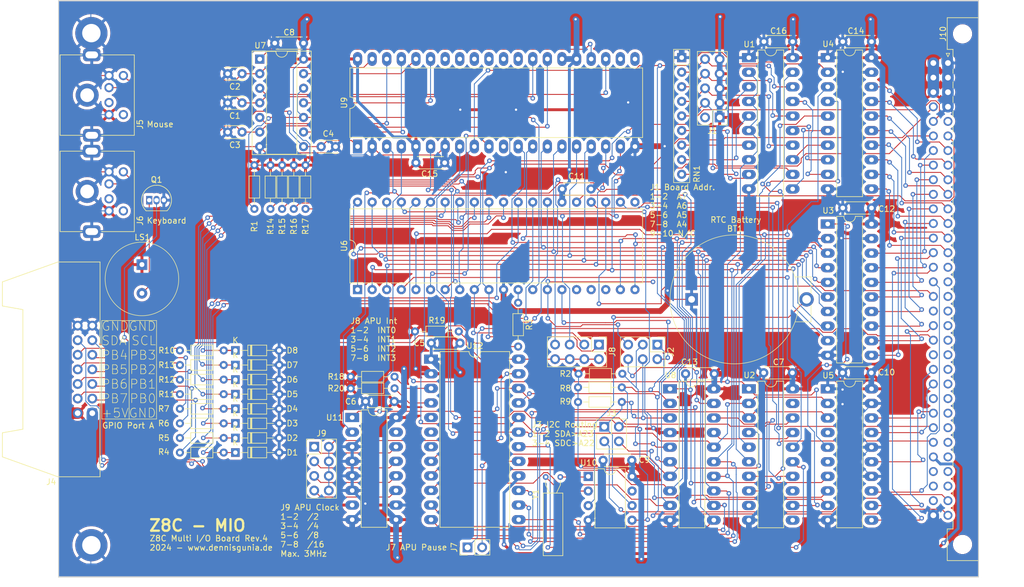
<source format=kicad_pcb>
(kicad_pcb (version 20221018) (generator pcbnew)
  (title_block (rev "2"))
  (layers (0 "F.Cu" signal) (31 "B.Cu" signal) (34 "B.Paste" user) (35 "F.Paste" user) (36 "B.SilkS" user "B.Silkscreen") (37 "F.SilkS" user "F.Silkscreen") (38 "B.Mask" user) (39 "F.Mask" user) (44 "Edge.Cuts" user))
  (net 0 "")
  (net 1 "MSDI")
  (net 2 "GND")
  (net 3 "MSCI")
  (net 4 "KBDI")
  (net 5 "KBCI")
  (net 6 "+5V")
  (net 7 "Net-(U10-VBAT)")
  (net 8 "Net-(D1-K)")
  (net 9 "/PIO_PA0")
  (net 10 "/PIO_PA1")
  (net 11 "Net-(D2-K)")
  (net 12 "Net-(D3-K)")
  (net 13 "/MEMAQ")
  (net 14 "/A0")
  (net 15 "/A1")
  (net 16 "/A2")
  (net 17 "/A3")
  (net 18 "/A4")
  (net 19 "/A5")
  (net 20 "/A6")
  (net 21 "/A7")
  (net 22 "/A8")
  (net 23 "/A9")
  (net 24 "/A10")
  (net 25 "/A11")
  (net 26 "/A12")
  (net 27 "/A13")
  (net 28 "/A14")
  (net 29 "/A15")
  (net 30 "/~{BUSREQ}")
  (net 31 "/~{BUSACK}")
  (net 32 "/A16")
  (net 33 "/A17")
  (net 34 "/A18")
  (net 35 "/A19")
  (net 36 "/A20")
  (net 37 "/A21")
  (net 38 "/~{INT0}")
  (net 39 "/~{INT1}")
  (net 40 "/~{INT2}")
  (net 41 "/D0")
  (net 42 "/D1")
  (net 43 "/D2")
  (net 44 "/D3")
  (net 45 "/D4")
  (net 46 "/D5")
  (net 47 "/D6")
  (net 48 "/D7")
  (net 49 "/~{RESET}")
  (net 50 "/CLK_CPU")
  (net 51 "/~{INT}")
  (net 52 "/~{NMI}")
  (net 53 "/~{M1}")
  (net 54 "/~{WAIT}")
  (net 55 "/~{HALT}")
  (net 56 "/~{RD}")
  (net 57 "/~{WR}")
  (net 58 "/~{MREQ}")
  (net 59 "/~{IOREQ}")
  (net 60 "+12V")
  (net 61 "-12V")
  (net 62 "Net-(D4-K)")
  (net 63 "Net-(D5-K)")
  (net 64 "Net-(D6-K)")
  (net 65 "Net-(D7-K)")
  (net 66 "Net-(D8-K)")
  (net 68 "/~{#IOREQ}")
  (net 69 "/~{#RD}")
  (net 70 "/~{#WR}")
  (net 71 "Net-(J1-Pin_4)")
  (net 72 "Net-(J1-Pin_6)")
  (net 73 "BUSDIR")
  (net 74 "Net-(J1-Pin_8)")
  (net 75 "Net-(J1-Pin_10)")
  (net 76 "/PIO_PB0")
  (net 77 "/#D0")
  (net 78 "/#D1")
  (net 79 "/#D2")
  (net 80 "/#D3")
  (net 81 "/#D4")
  (net 82 "/#D5")
  (net 83 "/#D6")
  (net 84 "/#D7")
  (net 85 "/#A0")
  (net 86 "/#A1")
  (net 87 "/#A2")
  (net 88 "/#A3")
  (net 89 "/#A4")
  (net 90 "/#A5")
  (net 91 "/#A6")
  (net 92 "/#A7")
  (net 93 "/~{INT3}")
  (net 94 "/PIO_PB7")
  (net 96 "/PIO_PB1")
  (net 97 "/PIO_PB6")
  (net 98 "/PIO_PB2")
  (net 99 "/PIO_PB5")
  (net 100 "/#CLK_CPU")
  (net 101 "/~{#M1}")
  (net 102 "MSCO")
  (net 103 "MSDO")
  (net 104 "KBDO")
  (net 105 "KBCO")
  (net 106 "/PIO_PB3")
  (net 107 "/~{#RESET}")
  (net 108 "/PIO_PB4")
  (net 109 "Net-(J7-B)")
  (net 110 "Net-(J8-Pin_2)")
  (net 111 "Net-(J9-Pin_1)")
  (net 112 "/FPU_CLK")
  (net 113 "Net-(J9-Pin_3)")
  (net 114 "Net-(J9-Pin_5)")
  (net 115 "Net-(J9-Pin_7)")
  (net 116 "Net-(Q1-C)")
  (net 117 "Net-(Q1-B)")
  (net 118 "/~{INT_KB}")
  (net 119 "/~{INT_IIC}")
  (net 120 "/SPK_DRV")
  (net 121 "Net-(U12-~{EACK})")
  (net 122 "Net-(U12-~{SVACK})")
  (net 123 "Net-(RN1-R5)")
  (net 124 "Net-(RN1-R6)")
  (net 125 "Net-(RN1-R7)")
  (net 126 "Net-(RN1-R8)")
  (net 127 "Net-(U1-P=R)")
  (net 131 "/~{IIC_WR}")
  (net 135 "/~{CS_FPU}")
  (net 136 "/~{CS_PIO}")
  (net 137 "/~{CS_IIC}")
  (net 138 "/~{CS_PS2}")
  (net 142 "/~{RST_IIC}")
  (net 147 "Net-(U9-P2.4)")
  (net 148 "Net-(U9-P2.5)")
  (net 157 "/I2C_SDA")
  (net 158 "/I2C_SCL")
  (net 160 "Net-(U10-X1)")
  (net 161 "Net-(U10-X2)")
  (net 167 "/A22{slash}SCL")
  (net 168 "/A23{slash}SDA")
  (net 169 "Net-(J10-IEI)")
  (net 170 "Net-(J10-IEO)")
  (footprint "Diode_THT:D_DO-34_SOD68_P7.62mm_Horizontal" (layer "F.Cu") (at 73.909 109.22)
    (fp_text reference "D8")
    (fp_text value "5.1V")
  )
  (footprint "Capacitor_THT:C_Disc_D3.0mm_W2.0mm_P2.50mm" (layer "F.Cu") (at 75.078011 61.045989 180)
    (fp_text reference "C2")
    (fp_text value "47pF")
  )
  (footprint "Capacitor_THT:C_Disc_D4.3mm_W1.9mm_P5.00mm" (layer "F.Cu") (at 170.856011 55.457989 180)
    (fp_text reference "C16")
    (fp_text value "100nF")
  )
  (footprint "Resistor_THT:R_Axial_DIN0204_L3.6mm_D1.6mm_P7.62mm_Horizontal" (layer "F.Cu") (at 105.156 105.918)
    (fp_text reference "R19")
    (fp_text value "4k7")
  )
  (footprint "Diode_THT:D_DO-34_SOD68_P7.62mm_Horizontal" (layer "F.Cu") (at 73.909 119.38)
    (fp_text reference "D4")
    (fp_text value "5.1V")
  )
  (footprint "Resistor_THT:R_Axial_DIN0204_L3.6mm_D1.6mm_P7.62mm_Horizontal" (layer "F.Cu") (at 71.882 111.76 180)
    (fp_text reference "R13")
    (fp_text value "68")
  )
  (footprint "Package_DIP:DIP-14_W7.62mm_Socket" (layer "F.Cu") (at 78.156011 58.495989)
    (fp_text reference "U7")
    (fp_text value "7406")
  )
  (footprint "Resistor_THT:R_Axial_DIN0204_L3.6mm_D1.6mm_P7.62mm_Horizontal" (layer "F.Cu") (at 71.882 124.46 180)
    (fp_text reference "R5")
    (fp_text value "68")
  )
  (footprint "Resistor_THT:R_Axial_DIN0204_L3.6mm_D1.6mm_P7.62mm_Horizontal" (layer "F.Cu") (at 133.604 113.284)
    (fp_text reference "R2")
    (fp_text value "10k")
  )
  (footprint "Resistor_THT:R_Axial_DIN0204_L3.6mm_D1.6mm_P7.62mm_Horizontal" (layer "F.Cu") (at 84.074 84.582 90)
    (fp_text reference "R16")
    (fp_text value "4k7")
  )
  (footprint "Package_DIP:DIP-20_W7.62mm_LongPads" (layer "F.Cu") (at 163.236011 58.251989)
    (fp_text reference "U1")
    (fp_text value "74HC688")
  )
  (footprint "Capacitor_THT:C_Disc_D3.0mm_W2.0mm_P2.50mm" (layer "F.Cu") (at 88.834011 73.745989)
    (fp_text reference "C4")
    (fp_text value "47pF")
  )
  (footprint "Capacitor_THT:C_Disc_D4.3mm_W1.9mm_P5.00mm" (layer "F.Cu") (at 184.572011 55.457989 180)
    (fp_text reference "C14")
    (fp_text value "100nF")
  )
  (footprint "Resistor_THT:R_Axial_DIN0204_L3.6mm_D1.6mm_P7.62mm_Horizontal" (layer "F.Cu") (at 133.518011 118.195989)
    (fp_text reference "R9")
    (fp_text value "4k7")
  )
  (footprint "Capacitor_THT:C_Disc_D4.3mm_W1.9mm_P5.00mm" (layer "F.Cu") (at 170.816011 113.115989 180)
    (fp_text reference "C7")
    (fp_text value "100nF")
  )
  (footprint "Package_TO_SOT_THT:TO-92_Inline" (layer "F.Cu") (at 58.928 83.058)
    (fp_text reference "Q1")
    (fp_text value "BC548")
  )
  (footprint "Package_DIP:DIP-40_W15.24mm" (layer "F.Cu") (at 95.164011 98.637989 90)
    (fp_text reference "U6")
    (fp_text value "PIO-DIP-40")
  )
  (footprint "Resistor_THT:R_Axial_DIN0204_L3.6mm_D1.6mm_P7.62mm_Horizontal" (layer "F.Cu") (at 71.882 109.22 180)
    (fp_text reference "R10")
    (fp_text value "68")
  )
  (footprint "Resistor_THT:R_Axial_DIN0204_L3.6mm_D1.6mm_P7.62mm_Horizontal" (layer "F.Cu") (at 93.98 113.792)
    (fp_text reference "R18")
    (fp_text value "10k")
  )
  (footprint "Resistor_THT:R_Axial_DIN0204_L3.6mm_D1.6mm_P7.62mm_Horizontal" (layer "F.Cu") (at 71.882 127 180)
    (fp_text reference "R4")
    (fp_text value "68")
  )
  (footprint "Connector_PinHeader_2.54mm:PinHeader_2x05_P2.54mm_Vertical" (layer "F.Cu") (at 158.156011 68.660989 180)
    (fp_text reference "J1")
    (fp_text value "Conn_02x05_Odd_Even")
  )
  (footprint "Connector_PinHeader_2.54mm:PinHeader_2x02_P2.54mm_Vertical" (layer "F.Cu") (at 138.085011 122.508989)
    (fp_text reference "J3")
    (fp_text value "Conn_02x02_Top_Bottom" hide)
  )
  (footprint "Resistor_THT:R_Axial_DIN0204_L3.6mm_D1.6mm_P7.62mm_Horizontal" (layer "F.Cu") (at 77.216 76.962 -90)
    (fp_text reference "R1")
    (fp_text value "4k7")
  )
  (footprint "Diode_THT:D_DO-34_SOD68_P7.62mm_Horizontal" (layer "F.Cu") (at 73.909 121.92)
    (fp_text reference "D3")
    (fp_text value "5.1V")
  )
  (footprint "Package_DIP:DIP-16_W7.62mm_LongPads" (layer "F.Cu") (at 94.234 120.904)
    (fp_text reference "U11")
    (fp_text value "74HC161")
  )
  (footprint "Resistor_THT:R_Axial_DIN0204_L3.6mm_D1.6mm_P7.62mm_Horizontal" (layer "F.Cu") (at 123.104011 100.923989 -90)
    (fp_text reference "R3")
    (fp_text value "220")
  )
  (footprint "Connector_PinHeader_2.54mm:PinHeader_2x03_P2.54mm_Vertical" (layer "F.Cu") (at 147.32 108.204 -90)
    (fp_text reference "J2")
    (fp_text value "Conn_02x02_Top_Bottom")
  )
  (footprint "Capacitor_THT:C_Disc_D3.0mm_W2.0mm_P2.50mm" (layer "F.Cu") (at 75.078011 71.205989 180)
    (fp_text reference "C3")
    (fp_text value "47pF")
  )
  (footprint "Diode_THT:D_DO-34_SOD68_P7.62mm_Horizontal" (layer "F.Cu") (at 73.909 124.46)
    (fp_text reference "D2")
    (fp_text value "5.1V")
  )
  (footprint "Resistor_THT:R_Axial_DIN0204_L3.6mm_D1.6mm_P7.62mm_Horizontal" (layer "F.Cu") (at 71.882 121.92 180)
    (fp_text reference "R6")
    (fp_text value "68")
  )
  (footprint "Package_DIP:DIP-20_W7.62mm_LongPads" (layer "F.Cu") (at 176.952011 87.207989)
    (fp_text reference "U3")
    (fp_text value "74HC2T45")
  )
  (footprint "Diode_THT:D_DO-34_SOD68_P7.62mm_Horizontal" (layer "F.Cu") (at 73.909 116.84)
    (fp_text reference "D5")
    (fp_text value "5.1V")
  )
  (footprint "Resistor_THT:R_Array_SIP9" (layer "F.Cu") (at 151.552011 58.236989 -90)
    (fp_text reference "RN1")
    (fp_text value "R_Network08")
  )
  (footprint "Package_DIP:DIP-8_W7.62mm" (layer "F.Cu") (at 135.296011 131.159989)
    (fp_text reference "U10")
    (fp_text value "DS1307+")
  )
  (footprint "Dennis:PS2" (layer "F.Cu") (at 43.429 88.529 90)
    (fp_text reference "J6")
    (fp_text value "Mini-DIN-6")
  )
  (footprint "Diode_THT:D_DO-34_SOD68_P7.62mm_Horizontal" (layer "F.Cu") (at 73.909 127)
    (fp_text reference "D1")
    (fp_text value "5.1V")
  )
  (footprint "Resistor_THT:R_Axial_DIN0204_L3.6mm_D1.6mm_P7.62mm_Horizontal" (layer "F.Cu") (at 86.106 84.582 90)
    (fp_text reference "R17")
    (fp_text value "4k7")
  )
  (footprint "Package_DIP:DIP-20_W7.62mm_LongPads" (layer "F.Cu") (at 176.952011 58.251989)
    (fp_text reference "U4")
    (fp_text value "74HC245")
  )
  (footprint "Connector_PinHeader_2.54mm:PinHeader_2x04_P2.54mm_Vertical" (layer "F.Cu") (at 87.625 125.994)
    (fp_text reference "J9")
    (fp_text value "Conn_02x04_Odd_Even")
  )
  (footprint "Dennis:Z8C Card" (layer "F.Cu") (at 199.356 98.552)
    (fp_text reference "J10")
    (fp_text value "Z8C_Card")
    (fp_line (start -156.21 -50.165) (end -156.21 50.165) (stroke (width 0.1)) (layer "Edge.Cuts"))
    (fp_line (start -156.21 50.165) (end 3.81 50.165) (stroke (width 0.1)) (layer "Edge.Cuts"))
    (fp_line (start 3.81 -50.165) (end -156.21 -50.165) (stroke (width 0.1)) (layer "Edge.Cuts"))
    (fp_line (start 3.81 50.165) (end 3.81 -50.165) (stroke (width 0.1)) (layer "Edge.Cuts"))
  )
  (footprint "digikey-footprints:Piezo_Transducer_THT_PS1240P02BT" (layer "F.Cu") (at 57.658 94.274)
    (fp_text reference "LS1")
    (fp_text value "Speaker")
  )
  (footprint "Crystal:Crystal_AT310_D3.0mm_L10.0mm_Horizontal" (layer "F.Cu") (at 127.900011 131.257989)
    (fp_text reference "Y1")
    (fp_text value "32.768 kHz")
  )
  (footprint "Package_DIP:DIP-40_W15.24mm_LongPads" (layer "F.Cu") (at 95.164011 73.720989 90)
    (fp_text reference "U9")
    (fp_text value "8048")
  )
  (footprint "Capacitor_THT:C_Disc_D4.3mm_W1.9mm_P5.00mm" (layer "F.Cu") (at 112.99 107.95 180)
    (fp_text reference "C5")
    (fp_text value "100nF")
  )
  (footprint "Package_DIP:DIP-20_W7.62mm_LongPads" (layer "F.Cu") (at 176.952011 115.904989)
    (fp_text reference "U5")
    (fp_text value "74HC245")
  )
  (footprint "Diode_THT:D_DO-34_SOD68_P7.62mm_Horizontal" (layer "F.Cu") (at 73.909 111.76)
    (fp_text reference "D7")
    (fp_text value "5.1V")
  )
  (footprint "Diode_THT:D_DO-34_SOD68_P7.62mm_Horizontal" (layer "F.Cu") (at 73.909 114.3)
    (fp_text reference "D6")
    (fp_text value "5.1V")
  )
  (footprint "Capacitor_THT:C_Disc_D4.3mm_W1.9mm_P5.00mm" (layer "F.Cu") (at 105.324011 76.539989)
    (fp_text reference "C15")
    (fp_text value "100nF")
  )
  (footprint "Resistor_THT:R_Axial_DIN0204_L3.6mm_D1.6mm_P7.62mm_Horizontal" (layer "F.Cu") (at 93.98 115.824)
    (fp_text reference "R20")
    (fp_text value "10k")
  )
  (footprint "Connector_PinHeader_2.54mm:PinHeader_2x04_P2.54mm_Vertical" (layer "F.Cu") (at 137.15 108.199 -90)
    (fp_text reference "J8")
    (fp_text value "Conn_02x04_Odd_Even")
  )
  (footprint "Capacitor_THT:C_Disc_D4.3mm_W1.9mm_P5.00mm" (layer "F.Cu") (at 184.532011 113.115989 180)
    (fp_text reference "C10")
    (fp_text value "100nF")
  )
  (footprint "Capacitor_THT:C_Disc_D4.3mm_W1.9mm_P5.00mm" (layer "F.Cu") (at 130.764011 81.111989)
    (fp_text reference "C11")
    (fp_text value "100nF")
  )
  (footprint "Connector_PinHeader_2.54mm:PinHeader_1x02_P2.54mm_Vertical" (layer "F.Cu") (at 114.3 143.51 90)
    (fp_text reference "J7")
    (fp_text value "Jumper_2_Bridged")
  )
  (footprint "Capacitor_THT:C_Disc_D4.3mm_W1.9mm_P5.00mm" (layer "F.Cu") (at 157.226 113.284 180)
    (fp_text reference "C13")
    (fp_text value "100nF")
  )
  (footprint "Capacitor_THT:C_Disc_D4.3mm_W1.9mm_P5.00mm" (layer "F.Cu") (at 101.56 118.11 180)
    (fp_text reference "C6")
    (fp_text value "100nF")
  )
  (footprint "Capacitor_THT:C_Disc_D4.3mm_W1.9mm_P5.00mm" (layer "F.Cu") (at 142.876011 128.355989 180)
    (fp_text reference "C9")
    (fp_text value "100nF")
  )
  (footprint "Resistor_THT:R_Axial_DIN0204_L3.6mm_D1.6mm_P7.62mm_Horizontal" (layer "F.Cu") (at 80.01 84.582 90)
    (fp_text reference "R14")
    (fp_text value "4k7")
  )
  (footprint "Resistor_THT:R_Axial_DIN0204_L3.6mm_D1.6mm_P7.62mm_Horizontal" (layer "F.Cu") (at 71.882 114.3 180)
    (fp_text reference "R12")
    (fp_text value "68")
  )
  (footprint "digikey-footprints:Battery_Holder_Coin_2032_BS-7" (layer "F.Cu") (at 153.2763 100.33)
    (fp_text reference "BT1")
    (fp_text value "3V")
  )
  (footprint "Capacitor_THT:C_Disc_D4.3mm_W1.9mm_P5.00mm" (layer "F.Cu") (at 85.766011 55.711989 180)
    (fp_text reference "C8")
    (fp_text value "100nF")
  )
  (footprint "Capacitor_THT:C_Disc_D4.3mm_W1.9mm_P5.00mm" (layer "F.Cu") (at 184.572011 84.413989 180)
    (fp_text reference "C12")
    (fp_text value "100nF")
  )
  (footprint "Resistor_THT:R_Axial_DIN0204_L3.6mm_D1.6mm_P7.62mm_Horizontal" (layer "F.Cu") (at 82.042 84.582 90)
    (fp_text reference "R15")
    (fp_text value "4k7")
  )
  (footprint "Connector_IDC:IDC-Header_2x07_P2.54mm_Latch_Horizontal" (layer "F.Cu") (at 49.022 120.142 180)
    (fp_text reference "J4")
    (fp_text value "Conn_02x07_Odd_Even")
  )
  (footprint "Resistor_THT:R_Axial_DIN0204_L3.6mm_D1.6mm_P7.62mm_Horizontal" (layer "F.Cu") (at 71.882 116.84 180)
    (fp_text reference "R11")
    (fp_text value "68")
  )
  (footprint "Package_DIP:DIP-24_W15.24mm_LongPads" (layer "F.Cu") (at 107.95 110.744)
    (fp_text reference "U12")
    (fp_text value "Am9511A")
  )
  (footprint "Package_DIP:DIP-20_W7.62mm_LongPads" (layer "F.Cu") (at 163.236011 115.904989)
    (fp_text reference "U2")
    (fp_text value "GAL16V8")
  )
  (footprint "Resistor_THT:R_Axial_DIN0204_L3.6mm_D1.6mm_P7.62mm_Horizontal" (layer "F.Cu") (at 133.518011 115.655989)
    (fp_text reference "R8")
    (fp_text value "4k7")
  )
  (footprint "Dennis:PS2" (layer "F.Cu") (at 43.429 71.765 90)
    (fp_text reference "J5")
    (fp_text value "Mini-DIN-6")
  )
  (footprint "Package_DIP:DIP-20_W7.62mm_LongPads" (layer "F.Cu") (at 149.520011 115.904989)
    (fp_text reference "U8")
    (fp_text value "PCF8584")
  )
  (footprint "Resistor_THT:R_Axial_DIN0204_L3.6mm_D1.6mm_P7.62mm_Horizontal" (layer "F.Cu") (at 71.882 119.38 180)
    (fp_text reference "R7")
    (fp_text value "68")
  )
  (footprint "Capacitor_THT:C_Disc_D3.0mm_W2.0mm_P2.50mm" (layer "F.Cu") (at 75.078011 66.125989 180)
    (fp_text reference "C1")
    (fp_text value "47pF")
  )
  (gr_line (start 60.198 111.633) (end 60.198 104.013) (stroke (width 0.1)) (layer "F.SilkS"))
  (gr_line (start 50.673 121.158) (end 60.198 121.158) (stroke (width 0.1)) (layer "F.SilkS"))
  (gr_line (start 60.198 104.013) (end 50.673 104.013) (stroke (width 0.1)) (layer "F.SilkS"))
  (gr_line (start 60.198 121.158) (end 60.198 111.633) (stroke (width 0.1)) (layer "F.SilkS"))
  (gr_line (start 55.4355 104.013) (end 55.4355 121.158) (stroke (width 0.1)) (layer "F.SilkS"))
  (gr_line (start 50.673 109.855) (end 50.673 121.158) (stroke (width 0.1)) (layer "F.SilkS"))
  (gr_line (start 50.673 104.013) (end 50.673 109.855) (stroke (width 0.1)) (layer "F.SilkS"))
  (gr_line (start 43.18 148.59) (end 203.2 148.59) (stroke (width 0.1)) (layer "Edge.Cuts"))
  (gr_line (start 43.18 48.26) (end 43.18 148.59) (stroke (width 0.1)) (layer "Edge.Cuts"))
  (gr_line (start 203.2 148.59) (end 203.2 48.26) (stroke (width 0.1)) (layer "Edge.Cuts"))
  (gr_line (start 203.2 48.26) (end 43.18 48.26) (stroke (width 0.1)) (layer "Edge.Cuts"))
  (gr_text "J7 APU Pause" (at 105.41 143.51) (layer "F.SilkS") (effects (font (size 1 1))))
  (gr_text "J9 APU Clock\n1-2  /2\n3-4  /4\n5-6  /8\n7-8  /16\nMax. 3MHz" (at 81.661 140.589) (layer "F.SilkS") (effects (font (size 1 1)) (justify left)))
  (gr_text "Mouse" (at 58.42 69.85) (layer "F.SilkS") (effects (font (size 1 1)) (justify left)))
  (gr_text "J1 Board Addr.\n1-2  A7\n3-4  A6\n5-6  A5\n7-8  A4\n9-10 N/C" (at 145.923 84.836) (layer "F.SilkS") (effects (font (size 1 1)) (justify left)))
  (gr_text "RTC Battery" (at 156.464 86.487) (layer "F.SilkS") (effects (font (size 1 1)) (justify left)))
  (gr_text "GPIO Port A" (at 50.673 122.301) (layer "F.SilkS") (effects (font (size 1 1)) (justify left)))
  (gr_text "GND\nSCL\nPB3\nPB2\nPB1\nPB0\nGND" (at 60.198 121.031) (layer "F.SilkS") (effects (font (size 1.565 1.565) (thickness 0.1)) (justify right bottom)))
  (gr_text "J3 I2C Routing\n1-2 SDA>A23\n3-4 SDC>A22" (at 125.4252 123.7488) (layer "F.SilkS") (effects (font (size 1 1)) (justify left)))
  (gr_text "Keyboard" (at 58.42 86.614) (layer "F.SilkS") (effects (font (size 1 1)) (justify left)))
  (gr_text "J8 APU Int\n1-2  INT0\n3-4  INT1\n5-6  INT2\n7-8  INT3" (at 93.853 107.315) (layer "F.SilkS") (effects (font (size 1 1)) (justify left)))
  (gr_text "GND\nSDA\nPB4\nPB5\nPB6\nPB7\n+5V" (at 50.546 121.031) (layer "F.SilkS") (effects (font (size 1.565 1.565) (thickness 0.1)) (justify left bottom)))
  (gr_text "Z8C Multi I/O Board Rev.4\n2024 - www.dennisgunia.de" (at 58.928 142.748) (layer "F.SilkS") (effects (font (size 1 1)) (justify left)))
  (gr_text "Z8C - MIO" (at 67.31 139.7) (layer "F.SilkS") (effects (font (size 2 2) (thickness 0.4))))
  (segment (start 75.078011 66.125989) (end 78.146011 66.125989) (width 0.153) (layer "F.Cu") (net 1))
  (segment (start 71.470021 62.517999) (end 55.4736 62.517999) (width 0.153) (layer "F.Cu") (net 1))
  (segment (start 55.4736 62.517999) (end 54.526599 63.465) (width 0.153) (layer "F.Cu") (net 1))
  (segment (start 78.146011 66.125989) (end 78.156011 66.115989) (width 0.153) (layer "F.Cu") (net 1))
  (segment (start 73.589411 64.637389) (end 75.078011 66.125989) (width 0.153) (layer "F.Cu") (net 1))
  (segment (start 73.589411 64.637389) (end 71.470021 62.517999) (width 0.153) (layer "F.Cu") (net 1))
  (segment (start 79.232022 65.039978) (end 125.355989 65.039978) (width 0.153) (layer "F.Cu") (net 1))
  (segment (start 78.156011 66.115989) (end 79.232022 65.039978) (width 0.153) (layer "F.Cu") (net 1))
  (segment (start 72.417022 63.465) (end 73.589411 64.637389) (width 0.153) (layer "F.Cu") (net 1))
  (segment (start 125.355989 65.039978) (end 125.644011 65.328) (width 0.153) (layer "F.Cu") (net 1))
  (segment (start 54.526599 63.465) (end 51.929 63.465) (width 0.153) (layer "F.Cu") (net 1))
  (via (at 125.644011 65.328) (size 0.8) (drill 0.4) (layers "F.Cu" "B.Cu") (net 1))
  (segment (start 125.644011 65.328) (end 125.644011 58.480989) (width 0.153) (layer "B.Cu") (net 1))
  (segment (start 179.652011 60.791989) (end 179.572011 60.711989) (width 0.153) (layer "F.Cu") (net 2))
  (segment (start 143.485 73.66) (end 143.424011 73.720989) (width 1) (layer "F.Cu") (net 2))
  (segment (start 96.774 136.144) (end 96.52 135.89) (width 0.5) (layer "F.Cu") (net 2))
  (segment (start 120.564011 100.363198) (end 122.562813 102.362) (width 1) (layer "F.Cu") (net 2))
  (segment (start 78.156011 73.735989) (end 79.242022 74.822) (width 0.153) (layer "F.Cu") (net 2))
  (segment (start 179.404989 115.904989) (end 179.532011 116.032011) (width 0.153) (layer "F.Cu") (net 2))
  (segment (start 147.828 102.362) (end 149.098 101.092) (width 1) (layer "F.Cu") (net 2))
  (segment (start 122.562813 102.362) (end 147.828 102.362) (width 1) (layer "F.Cu") (net 2))
  (segment (start 184.572011 118.444989) (end 179.659033 118.444989) (width 0.153) (layer "F.Cu") (net 2))
  (segment (start 123.0376 67.31) (end 122.7328 67.31) (width 0.153) (layer "F.Cu") (net 2))
  (segment (start 184.572011 60.791989) (end 179.652011 60.791989) (width 0.153) (layer "F.Cu") (net 2))
  (segment (start 113.03 67.31) (end 122.7328 67.31) (width 0.5) (layer "F.Cu") (net 2))
  (segment (start 149.098 101.092) (end 149.098 100.33) (width 1) (layer "F.Cu") (net 2))
  (segment (start 90.258 74.822) (end 91.334011 73.745989) (width 0.153) (layer "F.Cu") (net 2))
  (segment (start 149.098 100.33) (end 149.098 98.806) (width 1) (layer "F.Cu") (net 2))
  (segment (start 108.927991 75.197009) (end 110.404011 73.720989) (width 0.153) (layer "F.Cu") (net 2))
  (segment (start 140.97 67.31) (end 142.24 66.04) (width 0.5) (layer "F.Cu") (net 2))
  (segment (start 179.659033 118.444989) (end 179.532011 118.572011) (width 0.153) (layer "F.Cu") (net 2))
  (segment (start 179.409989 89.747989) (end 179.324 89.662) (width 0.153) (layer "F.Cu") (net 2))
  (segment (start 123.0376 67.31) (end 140.97 67.31) (width 0.5) (layer "F.Cu") (net 2))
  (segment (start 79.242022 74.822) (end 90.258 74.822) (width 0.153) (layer "F.Cu") (net 2))
  (segment (start 72.578011 71.205989) (end 75.108011 73.735989) (width 0.153) (layer "F.Cu") (net 2))
  (segment (start 75.108011 73.735989) (end 78.156011 73.735989) (width 0.153) (layer "F.Cu") (net 2))
  (segment (start 184.572011 89.747989) (end 179.409989 89.747989) (width 0.153) (layer "F.Cu") (net 2))
  (segment (start 97.704011 73.720989) (end 99.180031 75.197009) (width 0.153) (layer "F.Cu") (net 2))
  (segment (start 101.854 136.144) (end 96.774 136.144) (width 0.5) (layer "F.Cu") (net 2))
  (segment (start 99.180031 75.197009) (end 108.927991 75.197009) (width 0.153) (layer "F.Cu") (net 2))
  (segment (start 153.2763 100.33) (end 149.098 100.33) (width 0.153) (layer "F.Cu") (net 2))
  (segment (start 176.952011 115.904989) (end 179.404989 115.904989) (width 0.153) (layer "F.Cu") (net 2))
  (segment (start 120.564011 98.637989) (end 120.564011 100.363198) (width 1) (layer "F.Cu") (net 2))
  (segment (start 61.468 83.058) (end 61.468 82.833) (width 0.153) (layer "F.Cu") (net 2))
  (segment (start 148.59 73.66) (end 143.485 73.66) (width 1) (layer "F.Cu") (net 2))
  (via (at 148.59 73.66) (size 0.8) (drill 0.4) (layers "F.Cu" "B.Cu") (net 2))
  (via (at 122.7328 67.31) (size 0.8) (drill 0.4) (layers "F.Cu" "B.Cu") (net 2))
  (via (at 179.532011 116.032011) (size 0.8) (drill 0.4) (layers "F.Cu" "B.Cu") (net 2))
  (via (at 179.324 89.662) (size 0.8) (drill 0.4) (layers "F.Cu" "B.Cu") (net 2))
  (via (at 179.572011 60.711989) (size 0.8) (drill 0.4) (layers "F.Cu" "B.Cu") (net 2))
  (via (at 149.098 98.806) (size 0.8) (drill 0.4) (layers "F.Cu" "B.Cu") (net 2))
  (via (at 142.24 66.04) (size 0.8) (drill 0.4) (layers "F.Cu" "B.Cu") (net 2))
  (via (at 113.03 67.31) (size 0.8) (drill 0.4) (layers "F.Cu" "B.Cu") (net 2))
  (via (at 96.52 135.89) (size 0.8) (drill 0.4) (layers "F.Cu" "B.Cu") (net 2))
  (via (at 179.532011 118.572011) (size 0.8) (drill 0.4) (layers "F.Cu" "B.Cu") (net 2))
  (via (at 120.9548 78.1812) (size 0.8) (drill 0.4) (layers "F.Cu" "B.Cu") (net 2))
  (segment (start 184.572011 118.644014) (end 184.572011 118.444989) (width 0.153) (layer "B.Cu") (net 2))
  (segment (start 183.095991 129.668969) (end 183.095991 127.541009) (width 0.153) (layer "B.Cu") (net 2))
  (segment (start 179.572011 55.457989) (end 179.572011 60.711989) (width 0.5) (layer "B.Cu") (net 2))
  (segment (start 179.532011 136.184989) (end 176.952011 138.764989) (width 0.5) (layer "B.Cu") (net 2))
  (segment (start 80.766011 55.711989) (end 80.766011 71.125989) (width 1) (layer "B.Cu") (net 2))
  (segment (start 109.728 147.32) (end 135.128 147.32) (width 2) (layer "B.Cu") (net 2))
  (segment (start 179.572011 55.631989) (end 176.952011 58.251989) (width 0.5) (layer "B.Cu") (net 2))
  (segment (start 44.484 68.165) (end 44.432489 68.216511) (width 0.153) (layer "B.Cu") (net 2))
  (segment (start 135.764011 81.111989) (end 136.033011 81.111989) (width 1) (layer "B.Cu") (net 2))
  (segment (start 179.572011 49.789989) (end 179.832 49.53) (width 0.5) (layer "B.Cu") (net 2))
  (segment (start 143.338022 66.04) (end 143.424011 65.954011) (width 0.5) (layer "B.Cu") (net 2))
  (segment (start 44.432489 71.137511) (end 44.432489 74.912489) (width 2) (layer "B.Cu") (net 2))
  (segment (start 152.226 113.284) (end 152.226 136.059) (width 0.5) (layer "B.Cu") (net 2))
  (segment (start 177.546 147.32) (end 195.326 147.32) (width 2) (layer "B.Cu") (net 2))
  (segment (start 96.228 75.197) (end 97.704011 73.720989) (width 0.153) (layer "B.Cu") (net 2))
  (segment (start 179.324 89.662) (end 179.572011 89.413989) (width 0.153) (layer "B.Cu") (net 2))
  (segment (start 74.168 147.066) (end 74.422 147.32) (width 1) (layer "B.Cu") (net 2))
  (segment (start 146.558 58.928) (end 146.558 50.038) (width 1) (layer "B.Cu") (net 2))
  (segment (start 80.766011 49.789989) (end 81.026 49.53) (width 1) (layer "B.Cu") (net 2))
  (segment (start 143.424011 73.720989) (end 143.424011 65.954011) (width 1) (layer "B.Cu") (net 2))
  (segment (start 51.929 84.929) (end 44.507978 84.929) (width 0.153) (layer "B.Cu") (net 2))
  (segment (start 110.404011 73.720989) (end 110.404011 69.935989) (width 0.5) (layer "B.Cu") (net 2))
  (segment (start 179.572011 60.711989) (end 179.572011 84.413989) (width 0.5) (layer "B.Cu") (net 2))
  (segment (start 44.821 88.529) (end 44.432489 88.917511) (width 0.5) (layer "B.Cu") (net 2))
  (segment (start 152.226 136.059) (end 149.520011 138.764989) (width 0.5) (layer "B.Cu") (net 2))
  (segment (start 95.88352 137.03448) (end 94.234 138.684) (width 0.5) (layer "B.Cu") (net 2))
  (segment (start 179.532011 112.647989) (end 176.952011 110.067989) (width 0.5) (layer "B.Cu") (net 2))
  (segment (start 107.99 107.95) (end 107.99 110.704) (width 0.5) (layer "B.Cu") (net 2))
  (segment (start 195.326 147.32) (end 195.326 137.922) (width 2) (layer "B.Cu") (net 2))
  (segment (start 149.520011 146.980011) (end 149.86 147.32) (width 1) (layer "B.Cu") (net 2))
  (segment (start 179.532011 113.115989) (end 179.532011 116.032011) (width 0.5) (layer "B.Cu") (net 2))
  (segment (start 179.532011 118.572011) (end 179.532011 136.184989) (width 0.5) (layer "B.Cu") (net 2))
  (segment (start 96.52 135.89) (end 95.88352 135.25352) (width 0.5) (layer "B.Cu") (net 2))
  (segment (start 81.026 49.53) (end 49.022 49.53) (width 2) (layer "B.Cu") (net 2))
  (segment (start 137.876011 128.355989) (end 137.876011 136.199989) (width 1) (layer "B.Cu") (net 2))
  (segment (start 179.532011 113.115989) (end 179.532011 112.647989) (width 0.5) (layer "B.Cu") (net 2))
  (segment (start 165.856011 55.631989) (end 163.236011 58.251989) (width 0.5) (layer "B.Cu") (net 2))
  (segment (start 197.731479 59.047479) (end 197.731479 49.649479) (width 2) (layer "B.Cu") (net 2))
  (segment (start 197.612 49.53) (end 184.658 49.53) (width 2) (layer "B.Cu") (net 2))
  (segment (start 165.816011 136.184989) (end 163.236011 138.764989) (width 0.5) (layer "B.Cu") (net 2))
  (segment (start 93.894011 147.151989) (end 93.726 147.32) (width 0.5) (layer "B.Cu") (net 2))
  (segment (start 93.726 147.32) (end 109.728 147.32) (width 2) (layer "B.Cu") (net 2))
  (segment (start 170.942 49.53) (end 166.116 49.53) (width 2) (layer "B.Cu") (net 2))
  (segment (start 44.517978 78.129) (end 44.432489 78.214489) (width 1.5) (layer "B.Cu") (net 2))
  (segment (start 176.952011 146.726011) (end 177.546 147.32) (width 1) (layer "B.Cu") (net 2))
  (segment (start 149.520011 138.764989) (end 149.520011 146.980011) (width 1) (layer "B.Cu") (net 2))
  (segment (start 44.432489 58.402489) (end 44.432489 61.958489) (width 2) (layer "B.Cu") (net 2))
  (segment (start 197.866 61.722) (end 197.866 64.262) (width 2) (layer "B.Cu") (net 2))
  (segment (start 149.86 147.32) (end 163.068 147.32) (width 2) (layer "B.Cu") (net 2))
  (segment (start 95.88352 135.25352) (end 95.88352 137.03448) (width 0.5) (layer "B.Cu") (net 2))
  (segment (start 179.572011 84.413989) (end 179.572011 88.894011) (width 0.5) (layer "B.Cu") (net 2))
  (segment (start 163.236011 138.764989) (end 163.236011 147.151989) (width 1) (layer "B.Cu") (net 2))
  (segment (start 197.866 59.182) (end 197.866 61.722) (width 2) (layer "B.Cu") (net 2))
  (segment (start 44.432489 49.547511) (end 44.432489 58.402489) (width 2) (layer "B.Cu") (net 2))
  (segment (start 48.929 88.529) (end 44.821 88.529) (width 0.5) (layer "B.Cu") (net 2))
  (segment (start 122.7328 67.31) (end 121.640511 68.402289) (width 0.153) (layer "B.Cu") (net 2))
  (segment (start 152.146 49.53) (end 146.05 49.53) (width 2) (layer "B.Cu") (net 2))
  (segment (start 149.349522 98.554478) (end 149.349522 74.419522) (width 1) (layer "B.Cu") (net 2))
  (segment (start 179.572011 89.413989) (end 179.572011 88.894011) (width 0.153) (layer "B.Cu") (net 2))
  (segment (start 44.432489 74.912489) (end 44.432489 78.214489) (width 2) (layer "B.Cu") (net 2))
  (segment (start 94.234 128.524) (end 94.234 125.984) (width 0.5) (layer "B.Cu") (net 2))
  (segment (start 142.24 66.04) (end 143.338022 66.04) (width 0.5) (layer "B.Cu") (net 2))
  (segment (start 44.45 49.53) (end 44.432489 49.547511) (width 2) (layer "B.Cu") (net 2))
  (segment (start 44.432489 147.302489) (end 44.45 147.32) (width 2) (layer "B.Cu") (net 2))
  (segment (start 183.095991 127.541009) (end 184.572011 126.064989) (width 0.153) (layer "B.Cu") (net 2))
  (segment (start 44.432489 88.917511) (end 44.432489 123.207511) (width 2) (layer "B.Cu") (net 2))
  (segment (start 165.816011 113.115989) (end 165.816011 136.184989) (width 0.5) (layer "B.Cu") (net 2))
  (segment (start 179.572011 107.447989) (end 176.952011 110.067989) (width 0.5) (layer "B.Cu") (net 2))
  (segment (start 48.768 53.848) (end 48.768 49.784) (width 0.153) (layer "B.Cu") (net 2))
  (segment (start 72.578011 71.205989) (end 72.578011 66.125989) (width 0.153) (layer "B.Cu") (net 2))
  (segment (start 94.234 133.604) (end 95.88352 135.25352) (width 0.5) (layer "B.Cu") (net 2))
  (segment (start 137.876011 136.199989) (end 135.296011 138.779989) (width 1) (layer "B.Cu") (net 2))
  (segment (start 49.022 120.142) (end 49.022 122.428) (width 2) (layer "B.Cu") (net 2))
  (segment (start 184.658 49.53) (end 179.832 49.53) (width 2) (layer "B.Cu") (net 2))
  (segment (start 80.766011 71.125989) (end 78.156011 73.735989) (width 1) (layer "B.Cu") (net 2))
  (segment (start 197.866 64.262) (end 197.866 66.802) (width 2) (layer "B.Cu") (net 2))
  (segment (start 143.424011 65.954011) (end 143.424011 62.061989) (width 1) (layer "B.Cu") (net 2))
  (segment (start 80.766011 55.711989) (end 80.766011 49.789989) (width 1) (layer "B.Cu") (net 2))
  (segment (start 44.432489 78.214489) (end 44.432489 84.853511) (width 2) (layer "B.Cu") (net 2))
  (segment (start 151.552011 50.123989) (end 152.146 49.53) (width 1) (layer "B.Cu") (net 2))
  (segment (start 179.532011 116.032011) (end 179.532011 118.572011) (width 0.5) (layer "B.Cu") (net 2))
  (segment (start 94.234 133.604) (end 94.234 131.064) (width 0.5) (layer "B.Cu") (net 2))
  (segment (start 45.069978 57.765) (end 44.432489 58.402489) (width 0.5) (layer "B.Cu") (net 2))
  (segment (start 74.422 147.32) (end 93.726 147.32) (width 2) (layer "B.Cu") (net 2))
  (segment (start 48.768 147.066) (end 48.514 147.32) (width 0.153) (layer "B.Cu") (net 2))
  (segment (start 110.404011 69.935989) (end 113.03 67.31) (width 0.5) (layer "B.Cu") (net 2))
  (segment (start 165.856011 78.491989) (end 165.856011 55.457989) (width 0.5) (layer "B.Cu") (net 2))
  (segment (start 107.95 110.744) (end 109.84952 112.64352) (width 1) (layer "B.Cu") (net 2))
  (segment (start 163.236011 81.111989) (end 165.856011 78.491989) (width 0.5) (layer "B.Cu") (net 2))
  (segment (start 136.033011 81.111989) (end 143.424011 73.720989) (width 1) (layer "B.Cu") (net 2))
  (segment (start 45.059978 71.765) (end 44.432489 71.137511) (width 0.5) (layer "B.Cu") (net 2))
  (segment (start 151.552011 58.236989) (end 151.552011 50.123989) (width 1) (layer "B.Cu") (net 2))
  (segment (start 146.558 50.038) (end 146.05 49.53) (width 1) (layer "B.Cu") (net 2))
  (segment (start 176.952011 81.793989) (end 179.572011 84.413989) (width 0.5) (layer "B.Cu") (net 2))
  (segment (start 197.731479 49.649479) (end 197.612 49.53) (width 2) (layer "B.Cu") (net 2))
  (segment (start 110.324011 76.539989) (end 110.324011 73.800989) (width 1) (layer "B.Cu") (net 2))
  (segment (start 149.349522 74.419522) (end 148.59 73.66) (width 1) (layer "B.Cu") (net 2))
  (segment (start 48.929 74.529) (end 48.545511 74.912489) (width 0.5) (layer "B.Cu") (net 2))
  (segment (start 197.866 59.182) (end 197.731479 59.047479) (width 2) (layer "B.Cu") (net 2))
  (segment (start 135.296011 147.151989) (end 135.128 147.32) (width 1) (layer "B.Cu") (net 2))
  (segment (start 91.334011 73.745989) (end 92.785022 75.197) (width 0.153) (layer "B.Cu") (net 2))
  (segment (start 94.234 146.812) (end 93.726 147.32) (width 1) (layer "B.Cu") (net 2))
  (segment (start 48.242489 123.207511) (end 44.432489 123.207511) (width 2) (layer "B.Cu") (net 2))
  (segment (start 94.234 125.984) (end 96.56 123.658) (width 0.5) (layer "B.Cu") (net 2))
  (segment (start 163.068 147.32) (end 177.546 147.32) (width 2) (layer "B.Cu") (net 2))
  (segment (start 176.952011 81.111989) (end 176.952011 81.793989) (width 0.5) (layer "B.Cu") (net 2))
  (segment (start 94.234 131.064) (end 94.234 128.524) (width 0.5) (layer "B.Cu") (net 2))
  (segment (start 183.095991 124.588969) (end 183.095991 120.120034) (width 0.153) (layer "B.Cu") (net 2))
  (segment (start 143.424011 62.061989) (end 146.558 58.928) (width 1) (layer "B.Cu") (net 2))
  (segment (start 176.952011 138.764989) (end 176.952011 146.726011) (width 1) (layer "B.Cu") (net 2))
  (segment (start 184.572011 49.615989) (end 184.658 49.53) (width 1) (layer "B.Cu") (net 2))
  (segment (start 92.785022 75.197) (end 96.228 75.197) (width 0.153) (layer "B.Cu") (net 2))
  (segment (start 48.768 49.784) (end 49.022 49.53) (width 0.153) (layer "B.Cu") (net 2))
  (segment (start 48.545511 74.912489) (end 44.432489 74.912489) (width 0.5) (layer "B.Cu") (net 2))
  (segment (start 121.640511 77.495489) (end 120.9548 78.1812) (width 0.153) (layer "B.Cu") (net 2))
  (segment (start 49.022 122.428) (end 48.242489 123.207511) (width 2) (layer "B.Cu") (net 2))
  (segment (start 96.56 123.658) (end 96.56 118.11) (width 0.5) (layer "B.Cu") (net 2))
  (segment (start 149.098 98.806) (end 149.349522 98.554478) (width 1) (layer "B.Cu") (net 2))
  (segment (start 48.929 57.765) (end 45.069978 57.765) (width 0.5) (layer "B.Cu") (net 2))
  (segment (start 48.514 147.32) (end 74.422 147.32) (width 2) (layer "B.Cu") (net 2))
  (segment (start 184.572011 126.064989) (end 183.095991 124.588969) (width 0.153) (layer "B.Cu") (net 2))
  (segment (start 44.432489 84.853511) (end 44.432489 88.917511) (width 2) (layer "B.Cu") (net 2))
  (segment (start 44.507978 84.929) (end 44.432489 84.853511) (width 0.153) (layer "B.Cu") (net 2))
  (segment (start 121.640511 68.402289) (end 121.640511 77.495489) (width 0.153) (layer "B.Cu") (net 2))
  (segment (start 165.856011 55.457989) (end 165.856011 49.789989) (width 0.5) (layer "B.Cu") (net 2))
  (segment (start 165.856011 49.789989) (end 166.116 49.53) (width 0.5) (layer "B.Cu") (net 2))
  (segment (start 110.324011 73.800989) (end 110.404011 73.720989) (width 1) (layer "B.Cu") (net 2))
  (segment (start 49.022 49.53) (end 44.45 49.53) (width 2) (layer "B.Cu") (net 2))
  (segment (start 107.99 110.704) (end 107.95 110.744) (width 0.5) (layer "B.Cu") (net 2))
  (segment (start 146.05 49.53) (end 81.026 49.53) (width 2) (layer "B.Cu") (net 2))
  (segment (start 51.929 68.165) (end 44.484 68.165) (width 0.153) (layer "B.Cu") (net 2))
  (segment (start 179.832 49.53) (end 170.942 49.53) (width 2) (layer "B.Cu") (net 2))
  (segment (start 109.84952 112.64352) (end 109.84952 147.19848) (width 1) (layer "B.Cu") (net 2))
  (segment (start 135.128 147.32) (end 149.86 147.32) (width 2) (layer "B.Cu") (net 2))
  (segment (start 48.929 71.765) (end 45.059978 71.765) (width 0.5) (layer "B.Cu") (net 2))
  (segment (start 44.432489 123.207511) (end 44.432489 147.302489) (width 2) (layer "B.Cu") (net 2))
  (segment (start 94.234 138.684) (end 94.234 146.812) (width 1) (layer "B.Cu") (net 2))
  (segment (start 44.432489 61.958489) (end 44.432489 68.216511) (width 2) (layer "B.Cu") (net 2))
  (segment (start 44.432489 68.216511) (end 44.432489 71.137511) (width 2) (layer "B.Cu") (net 2))
  (segment (start 135.296011 138.779989) (end 135.296011 147.151989) (width 1) (layer "B.Cu") (net 2))
  (segment (start 109.84952 147.19848) (end 109.728 147.32) (width 1) (layer "B.Cu") (net 2))
  (segment (start 163.236011 147.151989) (end 163.068 147.32) (width 1) (layer "B.Cu") (net 2))
  (segment (start 179.572011 55.457989) (end 179.572011 49.789989) (width 0.5) (layer "B.Cu") (net 2))
  (segment (start 166.116 49.53) (end 152.146 49.53) (width 2) (layer "B.Cu") (net 2))
  (segment (start 184.572011 131.144989) (end 183.095991 129.668969) (width 0.153) (layer "B.Cu") (net 2))
  (segment (start 170.856011 49.615989) (end 170.942 49.53) (width 1) (layer "B.Cu") (net 2))
  (segment (start 179.572011 88.894011) (end 179.572011 107.447989) (width 0.5) (layer "B.Cu") (net 2))
  (segment (start 179.572011 55.457989) (end 179.572011 55.631989) (width 0.5) (layer "B.Cu") (net 2))
  (segment (start 72.578011 66.125989) (end 72.578011 61.045989) (width 0.153) (layer "B.Cu") (net 2))
  (segment (start 45.025978 61.365) (end 44.432489 61.958489) (width 1.5) (layer "B.Cu") (net 2))
  (segment (start 44.45 147.32) (end 48.514 147.32) (width 2) (layer "B.Cu") (net 2))
  (segment (start 183.095991 120.120034) (end 184.572011 118.644014) (width 0.153) (layer "B.Cu") (net 2))
  (segment (start 48.768 143.002) (end 48.768 147.066) (width 0.153) (layer "B.Cu") (net 2))
  (segment (start 165.856011 55.457989) (end 165.856011 55.631989) (width 0.5) (layer "B.Cu") (net 2))
  (segment (start 96.225022 59.959978) (end 79.232022 59.959978) (width 0.153) (layer "F.Cu") (net 3))
  (segment (start 73.959001 62.164999) (end 75.078011 61.045989) (width 0.153) (layer "F.Cu") (net 3))
  (segment (start 97.704011 58.480989) (end 96.225022 59.959978) (width 0.153) (layer "F.Cu") (net 3))
  (segment (start 75.078011 61.045989) (end 78.146011 61.045989) (width 0.153) (layer "F.Cu") (net 3))
  (segment (start 55.228999 62.164999) (end 54.429 61.365) (width 0.153) (layer "F.Cu") (net 3))
  (segment (start 73.959001 62.164999) (end 55.228999 62.164999) (width 0.153) (layer "F.Cu") (net 3))
  (segment (start 78.146011 61.045989) (end 78.156011 61.035989) (width 0.153) (layer "F.Cu") (net 3))
  (segment (start 79.232022 59.959978) (end 78.156011 61.035989) (width 0.153) (layer "F.Cu") (net 3))
  (segment (start 98.50452 70.119978) (end 98.742542 70.358) (width 0.153) (layer "F.Cu") (net 4))
  (segment (start 79.232022 70.119978) (end 98.50452 70.119978) (width 0.153) (layer "F.Cu") (net 4))
  (segment (start 75.078011 71.205989) (end 74.002 70.129978) (width 0.153) (layer "F.Cu") (net 4))
  (segment (start 78.146011 71.205989) (end 78.156011 71.195989) (width 0.153) (layer "F.Cu") (net 4))
  (segment (start 128.016 70.358) (end 128.184011 70.189989) (width 0.153) (layer "F.Cu") (net 4))
  (segment (start 72.110022 70.129978) (end 62.011 80.229) (width 0.153) (layer "F.Cu") (net 4))
  (segment (start 98.742542 70.358) (end 128.016 70.358) (width 0.153) (layer "F.Cu") (net 4))
  (segment (start 75.078011 71.205989) (end 78.146011 71.205989) (width 0.153) (layer "F.Cu") (net 4))
  (segment (start 62.011 80.229) (end 51.929 80.229) (width 0.153) (layer "F.Cu") (net 4))
  (segment (start 78.156011 71.195989) (end 79.232022 70.119978) (width 0.153) (layer "F.Cu") (net 4))
  (segment (start 74.002 70.129978) (end 72.110022 70.129978) (width 0.153) (layer "F.Cu") (net 4))
  (via (at 128.184011 70.189989) (size 0.8) (drill 0.4) (layers "F.Cu" "B.Cu") (net 4))
  (segment (start 128.184011 70.189989) (end 128.184011 58.480989) (width 0.153) (layer "B.Cu") (net 4))
  (segment (start 77.47 67.579978) (end 83.073978 67.579978) (width 0.153) (layer "F.Cu") (net 5))
  (segment (start 89.910022 72.669978) (end 94.113 72.669978) (width 0.153) (layer "F.Cu") (net 5))
  (segment (start 83.073978 67.579978) (end 83.312 67.818) (width 0.153) (layer "F.Cu") (net 5))
  (segment (start 54.429 78.129) (end 56.176 79.876) (width 0.153) (layer "F.Cu") (net 5))
  (segment (start 71.963805 69.776978) (end 75.273 69.776978) (width 0.153) (layer "F.Cu") (net 5))
  (segment (start 61.864782 79.876) (end 71.963805 69.776978) (width 0.153) (layer "F.Cu") (net 5))
  (segment (start 56.176 79.876) (end 61.864782 79.876) (width 0.153) (layer "F.Cu") (net 5))
  (segment (start 88.824011 73.735989) (end 88.834011 73.745989) (width 0.153) (layer "F.Cu") (net 5))
  (segment (start 88.834011 73.745989) (end 89.910022 72.669978) (width 0.153) (layer "F.Cu") (net 5))
  (segment (start 94.113 72.669978) (end 95.164011 73.720989) (width 0.153) (layer "F.Cu") (net 5))
  (segment (start 85.776011 73.735989) (end 88.824011 73.735989) (width 0.153) (layer "F.Cu") (net 5))
  (segment (start 75.273 69.776978) (end 77.47 67.579978) (width 0.153) (layer "F.Cu") (net 5))
  (via (at 83.312 67.818) (size 0.8) (drill 0.4) (layers "F.Cu" "B.Cu") (net 5))
  (segment (start 83.312 67.818) (end 83.312 71.271978) (width 0.153) (layer "B.Cu") (net 5))
  (segment (start 83.312 71.271978) (end 85.776011 73.735989) (width 0.153) (layer "B.Cu") (net 5))
  (segment (start 93.98 113.792) (end 93.98 115.824) (width 1) (layer "F.Cu") (net 6))
  (segment (start 44.432489 68.562489) (end 44.432489 77.995511) (width 2) (layer "F.Cu") (net 6))
  (segment (start 147.43198 123.524989) (end 146.644 122.737009) (width 0.153) (layer "F.Cu") (net 6))
  (segment (start 170.688 51.308) (end 170.688 49.53) (width 1) (layer "F.Cu") (net 6))
  (segment (start 177.411381 113.115989) (end 170.816011 113.115989) (width 1) (layer "F.Cu") (net 6))
  (segment (start 105.156 49.53) (end 85.852 49.53) (width 2) (layer "F.Cu") (net 6))
  (segment (start 195.326 59.182) (end 195.326 50.038) (width 2) (layer "F.Cu") (net 6))
  (segment (start 44.68 61.365) (end 44.432489 61.612511) (width 0.153) (layer "F.Cu") (net 6))
  (segment (start 149.520011 123.524989) (end 147.43198 123.524989) (width 0.153) (layer "F.Cu") (net 6))
  (segment (start 51.929 61.365) (end 44.68 61.365) (width 0.153) (layer "F.Cu") (net 6))
  (segment (start 133.096 51.562) (end 132.842 51.308) (width 1) (layer "F.Cu") (net 6))
  (segment (start 102.108 147.32) (end 144.018 147.32) (width 2) (layer "F.Cu") (net 6))
  (segment (start 132.842 51.308) (end 132.842 49.53) (width 1) (layer "F.Cu") (net 6))
  (segment (start 95.164011 58.480989) (end 85.791011 58.480989) (width 0.5) (layer "F.Cu") (net 6))
  (segment (start 44.432489 119.616489) (end 44.432489 147.302489) (width 2) (layer "F.Cu") (net 6))
  (segment (start 44.45 49.53) (end 44.432489 49.547511) (width 2) (layer "F.Cu") (net 6))
  (segment (start 44.865 84.929) (end 44.432489 85.361511) (width 1.5) (layer "F.Cu") (net 6))
  (segment (start 185.42 49.53) (end 170.688 49.53) (width 2) (layer "F.Cu") (net 6))
  (segment (start 46.482 120.142) (end 44.958 120.142) (width 2) (layer "F.Cu") (net 6))
  (segment (start 170.688 49.53) (end 157.988 49.53) (width 2) (layer "F.Cu") (net 6))
  (segment (start 144.526 145.542) (end 144.526 146.812) (width 1) (layer "F.Cu") (net 6))
  (segment (start 144.526 146.812) (end 144.018 147.32) (width 1) (layer "F.Cu") (net 6))
  (segment (start 44.708978 94.274) (end 44.432489 93.997511) (width 0.153) (layer "F.Cu") (net 6))
  (segment (start 184.532011 113.115989) (end 183.0325 114.6155) (width 1) (layer "F.Cu") (net 6))
  (segment (start 195.326 50.038) (end 194.818 49.53) (width 2) (layer "F.Cu") (net 6))
  (segment (start 184.404 51.562) (end 184.404 50.546) (width 1) (layer "F.Cu") (net 6))
  (segment (start 107.95 113.284) (end 107.058489 112.392489) (width 1) (layer "F.Cu") (net 6))
  (segment (start 105.280489 112.392489) (end 103.253511 112.392489) (width 1) (layer "F.Cu") (net 6))
  (segment (start 158.242 51.1295) (end 158.242 49.784) (width 0.5) (layer "F.Cu") (net 6))
  (segment (start 44.45 147.32) (end 89.662 147.32) (width 2) (layer "F.Cu") (net 6))
  (segment (start 183.0325 114.6155) (end 178.910892 114.6155) (width 1) (layer "F.Cu") (net 6))
  (segment (start 82.042 76.962) (end 84.074 76.962) (width 0.153) (layer "F.Cu") (net 6))
  (segment (start 44.565978 78.129) (end 44.432489 77.995511) (width 0.153) (layer "F.Cu") (net 6))
  (segment (start 77.216 76.962) (end 80.01 76.962) (width 0.153) (layer "F.Cu") (net 6))
  (segment (start 178.910892 114.6155) (end 177.411381 113.115989) (width 1) (layer "F.Cu") (net 6))
  (segment (start 102.108 145.288) (end 102.108 147.32) (width 1) (layer "F.Cu") (net 6))
  (segment (start 144.018 147.32) (end 195.326 147.32) (width 2) (layer "F.Cu") (net 6))
  (segment (start 157.988 49.53) (end 132.842 49.53) (width 2) (layer "F.Cu") (net 6))
  (segment (start 44.432489 77.995511) (end 44.432489 85.361511) (width 2) (layer "F.Cu") (net 6))
  (segment (start 103.253511 112.392489) (end 95.379511 112.392489) (width 1) (layer "F.Cu") (net 6))
  (segment (start 85.852 49.53) (end 44.45 49.53) (width 2) (layer "F.Cu") (net 6))
  (segment (start 44.432489 93.997511) (end 44.432489 119.616489) (width 2) (layer "F.Cu") (net 6))
  (segment (start 44.432489 147.302489) (end 44.45 147.32) (width 2) (layer "F.Cu") (net 6))
  (segment (start 44.432489 49.547511) (end 44.432489 61.612511) (width 2) (layer "F.Cu") (net 6))
  (segment (start 107.058489 112.392489) (end 105.280489 112.392489) (width 1) (layer "F.Cu") (net 6))
  (segment (start 132.842 49.53) (end 105.156 49.53) (width 2) (layer "F.Cu") (net 6))
  (segment (start 169.3165 114.6155) (end 165.194892 114.6155) (width 1) (layer "F.Cu") (net 6))
  (segment (start 51.929 78.129) (end 44.565978 78.129) (width 0.153) (layer "F.Cu") (net 6))
  (segment (start 184.404 50.546) (end 185.42 49.53) (width 1) (layer "F.Cu") (net 6))
  (segment (start 163.863392 113.284) (end 157.226 113.284) (width 1) (layer "F.Cu") (net 6))
  (segment (start 44.432489 61.612511) (end 44.432489 68.562489) (width 2) (layer "F.Cu") (net 6))
  (segment (start 134.38548 129.731458) (end 141.48748 129.731458) (width 0.153) (layer "F.Cu") (net 6))
  (segment (start 89.662 147.32) (end 102.108 147.32) (width 2) (layer "F.Cu") (net 6))
  (segment (start 165.194892 114.6155) (end 163.863392 113.284) (width 1) (layer "F.Cu") (net 6))
  (segment (start 194.818 49.53) (end 185.42 49.53) (width 2) (layer "F.Cu") (net 6))
  (segment (start 57.658 94.274) (end 44.708978 94.274) (width 0.153) (layer "F.Cu") (net 6))
  (segment (start 44.432489 85.361511) (end 44.432489 93.997511) (width 2) (layer "F.Cu") (net 6))
  (segment (start 141.48748 129.731458) (end 142.916011 131.159989) (width 0.153) (layer "F.Cu") (net 6))
  (segment (start 113.03 113.03) (end 112.776 113.284) (width 0.5) (layer "F.Cu") (net 6))
  (segment (start 80.01 76.962) (end 82.042 76.962) (width 0.153) (layer "F.Cu") (net 6))
  (segment (start 158.242 49.784) (end 157.988 49.53) (width 0.5) (layer "F.Cu") (net 6))
  (segment (start 86.36 51.562) (end 86.36 50.038) (width 1) (layer "F.Cu") (net 6))
  (segment (start 112.776 113.284) (end 107.95 113.284) (width 0.5) (layer "F.Cu") (net 6))
  (segment (start 95.379511 112.392489) (end 93.98 113.792) (width 1) (layer "F.Cu") (net 6))
  (segment (start 85.791011 58.480989) (end 85.776011 58.495989) (width 0.5) (layer "F.Cu") (net 6))
  (segment (start 170.942 51.562) (end 170.688 51.308) (width 1) (layer "F.Cu") (net 6))
  (segment (start 84.074 76.962) (end 86.106 76.962) (width 0.153) (layer "F.Cu") (net 6))
  (segment (start 134.026011 129.371989) (end 134.38548 129.731458) (width 0.153) (layer "F.Cu") (net 6))
  (segment (start 170.816011 113.115989) (end 169.3165 114.6155) (width 1) (layer "F.Cu") (net 6))
  (segment (start 44.958 120.142) (end 44.432489 119.616489) (width 2) (layer "F.Cu") (net 6))
  (segment (start 44.829978 68.165) (end 44.432489 68.562489) (width 1.5) (layer "F.Cu") (net 6))
  (via (at 170.942 51.562) (size 0.8) (drill 0.4) (layers "F.Cu" "B.Cu") (net 6))
  (via (at 184.404 51.562) (size 0.8) (drill 0.4) (layers "F.Cu" "B.Cu") (net 6))
  (via (at 86.36 51.562) (size 0.8) (drill 0.4) (layers "F.Cu" "B.Cu") (net 6))
  (via (at 146.644 122.737009) (size 0.8) (drill 0.4) (layers "F.Cu" "B.Cu") (net 6))
  (via (at 105.280489 112.392489) (size 0.8) (drill 0.4) (layers "F.Cu" "B.Cu") (net 6))
  (via (at 103.253511 112.392489) (size 0.8) (drill 0.4) (layers "F.Cu" "B.Cu") (net 6))
  (via (at 133.096 51.562) (size 0.8) (drill 0.4) (layers "F.Cu" "B.Cu") (net 6))
  (via (at 134.026011 129.371989) (size 0.8) (drill 0.4) (layers "F.Cu" "B.Cu") (net 6))
  (via (at 158.242 51.1295) (size 0.8) (drill 0.4) (layers "F.Cu" "B.Cu") (net 6))
  (via (at 102.108 145.288) (size 0.8) (drill 0.4) (layers "F.Cu" "B.Cu") (net 6))
  (via (at 144.526 145.542) (size 0.8) (drill 0.4) (layers "F.Cu" "B.Cu") (net 6))
  (via (at 113.03 113.03) (size 0.8) (drill 0.4) (layers "F.Cu" "B.Cu") (net 6))
  (via (at 132.014491 77.724) (size 0.8) (drill 0.4) (layers "F.Cu" "B.Cu") (net 6))
  (segment (start 86.868 73.306268) (end 86.868 76.2) (width 0.153) (layer "B.Cu") (net 6))
  (segment (start 184.572011 84.413989) (end 184.572011 87.207989) (width 1) (layer "B.Cu") (net 6))
  (segment (start 85.766011 55.711989) (end 85.766011 52.155989) (width 1) (layer "B.Cu") (net 6))
  (segment (start 184.532011 115.864989) (end 184.572011 115.904989) (width 1) (layer "B.Cu") (net 6))
  (segment (start 105.156 105.918) (end 105.156 112.268) (width 0.153) (layer "B.Cu") (net 6))
  (segment (start 170.816011 115.864989) (end 170.856011 115.904989) (width 1) (layer "B.Cu") (net 6))
  (segment (start 158.156011 63.580989) (end 158.156011 66.120989) (width 1) (layer "B.Cu") (net 6))
  (segment (start 130.724011 58.480989) (end 133.264011 58.480989) (width 1) (layer "B.Cu") (net 6))
  (segment (start 157.226 115.819) (end 157.140011 115.904989) (width 1) (layer "B.Cu") (net 6))
  (segment (start 105.324011 73.720989) (end 105.324011 76.539989) (width 1) (layer "B.Cu") (net 6))
  (segment (start 130.764011 81.111989) (end 132.014491 79.861509) (width 0.5) (layer "B.Cu") (net 6))
  (segment (start 133.518011 128.863989) (end 134.026011 129.371989) (width 0.153) (layer "B.Cu") (net 6))
  (segment (start 158.156011 51.215489) (end 158.242 51.1295) (width 0.5) (layer "B.Cu") (net 6))
  (segment (start 170.856011 55.457989) (end 170.856011 51.647989) (width 1) (layer "B.Cu") (net 6))
  (segment (start 86.22171 72.659978) (end 86.868 73.306268) (width 0.153) (layer "B.Cu") (net 6))
  (segment (start 112.190001 108.749999) (end 112.190001 112.190001) (width 0.5) (layer "B.Cu") (net 6))
  (segment (start 186.471531 82.514469) (end 186.471531 111.176469) (width 1) (layer "B.Cu") (net 6))
  (segment (start 142.916011 131.159989) (end 142.916011 128.395989) (width 1) (layer "B.Cu") (net 6))
  (segment (start 103.658522 72.0555) (end 101.416131 72.0555) (width 0.5) (layer "B.Cu") (net 6))
  (segment (start 103.253511 119.504489) (end 103.253511 117.726489) (width 1) (layer "B.Cu") (net 6))
  (segment (start 142.916011 128.395989) (end 142.876011 128.355989) (width 1) (layer "B.Cu") (net 6))
  (segment (start 186.471531 60.151509) (end 184.572011 58.251989) (width 1) (layer "B.Cu") (net 6))
  (segment (start 170.856011 55.457989) (end 170.856011 58.251989) (width 0.5) (layer "B.Cu") (net 6))
  (segment (start 157.226 113.284) (end 157.226 115.819) (width 1) (layer "B.Cu") (net 6))
  (segment (start 130.764011 81.111989) (end 130.764011 83.357989) (width 1) (layer "B.Cu") (net 6))
  (segment (start 132.014491 79.861509) (end 132.014491 59.730509) (width 0.5) (layer "B.Cu") (net 6))
  (segment (start 158.156011 66.120989) (end 158.156011 68.660989) (width 1) (layer "B.Cu") (net 6))
  (segment (start 146.192496 120.674278) (end 145.486 119.967782) (width 0.153) (layer "B.Cu") (net 6))
  (segment (start 195.326 61.722) (end 195.326 59.182) (width 2) (layer "B.Cu") (net 6))
  (segment (start 133.264011 51.730011) (end 133.096 51.562) (width 1) (layer "B.Cu") (net 6))
  (segment (start 105.324011 73.720989) (end 103.658522 72.0555) (width 0.5) (layer "B.Cu") (net 6))
  (segment (start 105.156 112.268) (end 105.280489 112.392489) (width 0.153) (layer "B.Cu") (net 6))
  (segment (start 170.816011 113.115989) (end 170.816011 115.864989) (width 1) (layer "B.Cu") (net 6))
  (segment (start 85.776011 58.495989) (end 83.988011 60.283989) (width 0.153) (layer "B.Cu") (net 6))
  (segment (start 146.192496 122.285504) (end 146.192496 120.674278) (width 0.153) (layer "B.Cu") (net 6))
  (segment (start 133.604 115.57) (end 133.518011 115.655989) (width 0.153) (layer "B.Cu") (net 6))
  (segment (start 195.326 64.262) (end 195.326 61.722) (width 2) (layer "B.Cu") (net 6))
  (segment (start 101.854 138.684) (end 101.854 145.034) (width 1) (layer "B.Cu") (net 6))
  (segment (start 86.868 76.2) (end 86.106 76.962) (width 0.153) (layer "B.Cu") (net 6))
  (segment (start 146.644 122.737009) (end 146.192496 122.285504) (width 0.153) (layer "B.Cu") (net 6))
  (segment (start 112.99 107.95) (end 112.190001 108.749999) (width 0.5) (layer "B.Cu") (net 6))
  (segment (start 101.854 120.904) (end 103.253511 119.504489) (width 1) (layer "B.Cu") (net 6))
  (segment (start 102.87 118.11) (end 103.253511 117.726489) (width 0.5) (layer "B.Cu") (net 6))
  (segment (start 83.988011 70.945677) (end 85.702312 72.659978) (width 0.153) (layer "B.Cu") (net 6))
  (segment (start 133.604 113.284) (end 133.604 115.57) (width 0.153) (layer "B.Cu") (net 6))
  (segment (start 132.014491 59.730509) (end 133.264011 58.480989) (width 0.5) (layer "B.Cu") (net 6))
  (segment (start 158.156011 58.500989) (end 158.156011 51.215489) (width 0.5) (layer "B.Cu") (net 6))
  (segment (start 85.766011 52.155989) (end 86.36 51.562) (width 1) (layer "B.Cu") (net 6))
  (segment (start 101.854 120.904) (end 99.95448 122.80352) (width 1) (layer "B.Cu") (net 6))
  (segment (start 142.916011 131.159989) (end 144.526 132.769978) (width 1) (layer "B.Cu") (net 6))
  (segment (start 103.253511 117.726489) (end 103.253511 112.392489) (width 1) (layer "B.Cu") (net 6))
  (segment (start 144.526 132.769978) (end 144.526 145.542) (width 1) (layer "B.Cu") (net 6))
  (segment (start 184.532011 113.115989) (end 184.532011 115.864989) (width 1) (layer "B.Cu") (net 6))
  (segment (start 184.572011 51.730011) (end 184.404 51.562) (width 1) (layer "B.Cu") (net 6))
  (segment (start 184.572011 84.413989) (end 186.471531 82.514469) (width 1) (layer "B.Cu") (net 6))
  (segment (start 101.56 118.11) (end 102.87 118.11) (width 0.5) (layer "B.Cu") (net 6))
  (segment (start 184.572011 55.457989) (end 184.572011 51.730011) (width 1) (layer "B.Cu") (net 6))
  (segment (start 184.572011 58.251989) (end 184.572011 55.457989) (width 1) (layer "B.Cu") (net 6))
  (segment (start 133.518011 118.195989) (end 133.518011 128.863989) (width 0.153) (layer "B.Cu") (net 6))
  (segment (start 186.471531 111.176469) (end 184.532011 113.115989) (width 1) (layer "B.Cu") (net 6))
  (segment (start 170.856011 51.647989) (end 170.942 51.562) (width 1) (layer "B.Cu") (net 6))
  (segment (start 112.190001 112.190001) (end 113.03 113.03) (width 0.5) (layer "B.Cu") (net 6))
  (segment (start 99.95448 122.80352) (end 99.95448 136.78448) (width 1) (layer "B.Cu") (net 6))
  (segment (start 186.471531 82.514469) (end 186.471531 60.151509) (width 1) (layer "B.Cu") (net 6))
  (segment (start 99.95448 136.78448) (end 101.854 138.684) (width 1) (layer "B.Cu") (net 6))
  (segment (start 85.766011 58.485989) (end 85.776011 58.495989) (width 1) (layer "B.Cu") (net 6))
  (segment (start 158.156011 58.500989) (end 158.156011 61.040989) (width 1) (layer "B.Cu") (net 6))
  (segment (start 101.416131 72.0555) (end 95.164011 65.80338) (width 0.5) (layer "B.Cu") (net 6))
  (segment (start 83.988011 60.283989) (end 83.988011 70.945677) (width 0.153) (layer "B.Cu") (net 6))
  (segment (start 95.164011 65.80338) (end 95.164011 58.480989) (width 0.5) (layer "B.Cu") (net 6))
  (segment (start 158.156011 61.040989) (end 158.156011 63.580989) (width 1) (layer "B.Cu") (net 6))
  (segment (start 130.764011 83.357989) (end 130.724011 83.397989) (width 1) (layer "B.Cu") (net 6))
  (segment (start 133.264011 58.480989) (end 133.264011 51.730011) (width 1) (layer "B.Cu") (net 6))
  (segment (start 85.766011 55.711989) (end 85.766011 58.485989) (width 1) (layer "B.Cu") (net 6))
  (segment (start 133.518011 115.655989) (end 133.518011 118.195989) (width 0.153) (layer "B.Cu") (net 6))
  (segment (start 101.854 145.034) (end 102.108 145.288) (width 1) (layer "B.Cu") (net 6))
  (segment (start 85.702312 72.659978) (end 86.22171 72.659978) (width 0.153) (layer "B.Cu") (net 6))
  (segment (start 173.2763 100.33) (end 170.1448 103.4615) (width 0.153) (layer "F.Cu") (net 7))
  (segment (start 170.1448 103.4615) (end 139.7 103.4615) (width 0.153) (layer "F.Cu") (net 7))
  (via (at 139.7 103.4615) (size 0.8) (drill 0.4) (layers "F.Cu" "B.Cu") (net 7))
  (segment (start 136.372022 135.163978) (end 135.296011 136.239989) (width 0.153) (layer "B.Cu") (net 7))
  (segment (start 136.372022 121.969956) (end 136.372022 135.163978) (width 0.153) (layer "B.Cu") (net 7))
  (segment (start 139.7 118.641978) (end 136.372022 121.969956) (width 0.153) (layer "B.Cu") (net 7))
  (segment (start 139.7 103.4615) (end 139.7 118.641978) (width 0.153) (layer "B.Cu") (net 7))
  (segment (start 117.856 101.346) (end 117.856 101.092) (width 0.153) (layer "F.Cu") (net 8))
  (segment (start 125.984 103.632) (end 125.307989 104.308011) (width 0.153) (layer "F.Cu") (net 8))
  (segment (start 72.136 101.092) (end 71.882 101.346) (width 0.153) (layer "F.Cu") (net 8))
  (segment (start 117.856 101.092) (end 72.136 101.092) (width 0.153) (layer "F.Cu") (net 8))
  (segment (start 120.818011 104.308011) (end 120.142 103.632) (width 0.153) (layer "F.Cu") (net 8))
  (segment (start 120.142 103.632) (end 117.856 101.346) (width 0.153) (layer "F.Cu") (net 8))
  (segment (start 71.882 127) (end 73.909 127) (width 0.153) (layer "F.Cu") (net 8))
  (segment (start 68.326 127) (end 71.882 127) (width 0.153) (layer "F.Cu") (net 8))
  (segment (start 125.307989 104.308011) (end 120.818011 104.308011) (width 0.153) (layer "F.Cu") (net 8))
  (via (at 71.882 101.346) (size 0.8) (drill 0.4) (layers "F.Cu" "B.Cu") (net 8))
  (via (at 68.326 127) (size 0.8) (drill 0.4) (layers "F.Cu" "B.Cu") (net 8))
  (via (at 125.984 103.632) (size 0.8) (drill 0.4) (layers "F.Cu" "B.Cu") (net 8))
  (segment (start 128.184011 83.397989) (end 128.184011 96.325964) (width 0.153) (layer "B.Cu") (net 8))
  (segment (start 127.108 102.508) (end 125.984 103.632) (width 0.153) (layer "B.Cu") (net 8))
  (segment (start 71.882 101.346) (end 69.99152 103.23648) (width 0.153) (layer "B.Cu") (net 8))
  (segment (start 69.99152 103.23648) (end 69.99152 104.902) (width 0.153) (layer "B.Cu") (net 8))
  (segment (start 69.99152 104.902) (end 69.99152 125.33448) (width 0.153) (layer "B.Cu") (net 8))
  (segment (start 127.108 97.401975) (end 127.108 102.508) (width 0.153) (layer "B.Cu") (net 8))
  (segment (start 128.184011 96.325964) (end 127.108 97.401975) (width 0.153) (layer "B.Cu") (net 8))
  (segment (start 69.99152 125.33448) (end 68.326 127) (width 0.153) (layer "B.Cu") (net 8))
  (segment (start 138.303 104.381) (end 139.858284 104.381) (width 0.153) (layer "F.Cu") (net 9))
  (segment (start 148.971 104.013) (end 149.225 104.267) (width 0.153) (layer "F.Cu") (net 9))
  (segment (start 140.226284 104.013) (end 148.971 104.013) (width 0.153) (layer "F.Cu") (net 9))
  (segment (start 148.8685 110.744) (end 149.1225 110.49) (width 0.153) (layer "F.Cu") (net 9))
  (segment (start 131.064 104.381) (end 138.303 104.381) (width 0.153) (layer "F.Cu") (net 9))
  (segment (start 139.858284 104.381) (end 140.226284 104.013) (width 0.153) (layer "F.Cu") (net 9))
  (segment (start 147.32 110.744) (end 148.8685 110.744) (width 0.153) (layer "F.Cu") (net 9))
  (via (at 131.064 104.381) (size 0.8) (drill 0.4) (layers "F.Cu" "B.Cu") (net 9))
  (via (at 149.1225 110.49) (size 0.8) (drill 0.4) (layers "F.Cu" "B.Cu") (net 9))
  (via (at 149.225 104.267) (size 0.8) (drill 0.4) (layers "F.Cu" "B.Cu") (net 9))
  (segment (start 149.1225 104.3695) (end 149.225 104.267) (width 0.153) (layer "B.Cu") (net 9))
  (segment (start 130.724011 104.041011) (end 131.064 104.381) (width 0.153) (layer "B.Cu") (net 9))
  (segment (start 130.724011 98.637989) (end 130.724011 104.041011) (width 0.153) (layer "B.Cu") (net 9))
  (segment (start 149.1225 110.49) (end 149.1225 104.3695) (width 0.153) (layer "B.Cu") (net 9))
  (segment (start 134.308 104.734) (end 140.462 104.734) (width 0.153) (layer "F.Cu") (net 10))
  (segment (start 128.356 97.282) (end 128.27 97.196) (width 0.153) (layer "F.Cu") (net 10))
  (segment (start 128.905 104.267) (end 129.695 105.057) (width 0.153) (layer "F.Cu") (net 10))
  (segment (start 128.905 104.267) (end 128.27 103.632) (width 0.153) (layer "F.Cu") (net 10))
  (segment (start 146.558 97.282) (end 128.356 97.282) (width 0.153) (layer "F.Cu") (net 10))
  (segment (start 133.985 105.057) (end 134.308 104.734) (width 0.153) (layer "F.Cu") (net 10))
  (segment (start 129.695 105.057) (end 133.985 105.057) (width 0.153) (layer "F.Cu") (net 10))
  (via (at 146.558 97.282) (size 0.8) (drill 0.4) (layers "F.Cu" "B.Cu") (net 10))
  (via (at 140.462 104.734) (size 0.8) (drill 0.4) (layers "F.Cu" "B.Cu") (net 10))
  (via (at 128.27 103.632) (size 0.8) (drill 0.4) (layers "F.Cu" "B.Cu") (net 10))
  (via (at 128.27 97.196) (size 0.8) (drill 0.4) (layers "F.Cu" "B.Cu") (net 10))
  (segment (start 140.462 104.734) (end 140.462 106.426) (width 0.153) (layer "B.Cu") (net 10))
  (segment (start 128.27 103.632) (end 128.27 99.051218) (width 0.153) (layer "B.Cu") (net 10))
  (segment (start 140.462 106.426) (end 142.24 108.204) (width 0.153) (layer "B.Cu") (net 10))
  (segment (start 128.27 98.552) (end 128.184011 98.637989) (width 0.153) (layer "B.Cu") (net 10))
  (segment (start 128.27 97.196) (end 128.27 98.552) (width 0.153) (layer "B.Cu") (net 10))
  (segment (start 146.644 97.368) (end 146.558 97.282) (width 0.153) (layer "B.Cu") (net 10))
  (segment (start 128.27 99.051218) (end 128.43362 98.887598) (width 0.153) (layer "B.Cu") (net 10))
  (segment (start 73.909 124.46) (end 71.882 124.46) (width 0.153) (layer "F.Cu") (net 11))
  (segment (start 68.326 124.46) (end 71.882 124.46) (width 0.153) (layer "F.Cu") (net 11))
  (segment (start 121.158 103.632) (end 118.11 100.584) (width 0.153) (layer "F.Cu") (net 11))
  (segment (start 118.11 100.584) (end 71.374 100.584) (width 0.153) (layer "F.Cu") (net 11))
  (segment (start 124.46 103.632) (end 121.158 103.632) (width 0.153) (layer "F.Cu") (net 11))
  (segment (start 71.374 100.584) (end 70.866 101.092) (width 0.153) (layer "F.Cu") (net 11))
  (via (at 68.326 124.46) (size 0.8) (drill 0.4) (layers "F.Cu" "B.Cu") (net 11))
  (via (at 124.46 103.632) (size 0.8) (drill 0.4) (layers "F.Cu" "B.Cu") (net 11))
  (via (at 70.866 101.092) (size 0.8) (drill 0.4) (layers "F.Cu" "B.Cu") (net 11))
  (segment (start 70.866 101.092) (end 69.63852 102.31948) (width 0.153) (layer "B.Cu") (net 11))
  (segment (start 69.63852 123.14748) (end 68.326 124.46) (width 0.153) (layer "B.Cu") (net 11))
  (segment (start 69.63852 102.31948) (end 69.63852 103.886) (width 0.153) (layer "B.Cu") (net 11))
  (segment (start 125.644011 97.116279) (end 124.46 98.30029) (width 0.153) (layer "B.Cu") (net 11))
  (segment (start 69.63852 120.269) (end 69.63852 123.14748) (width 0.153) (layer "B.Cu") (net 11))
  (segment (start 124.46 98.30029) (end 124.46 103.632) (width 0.153) (layer "B.Cu") (net 11))
  (segment (start 125.644011 83.397989) (end 125.644011 97.116279) (width 0.153) (layer "B.Cu") (net 11))
  (segment (start 69.63852 119.507) (end 69.63852 120.269) (width 0.153) (layer "B.Cu") (net 11))
  (segment (start 69.63852 103.886) (end 69.63852 119.507) (width 0.153) (layer "B.Cu") (net 11))
  (segment (start 68.326 121.92) (end 71.882 121.92) (width 0.153) (layer "F.Cu") (net 12))
  (segment (start 119.38 100.076) (end 70.866 100.076) (width 0.153) (layer "F.Cu") (net 12))
  (segment (start 71.882 121.92) (end 73.909 121.92) (width 0.153) (layer "F.Cu") (net 12))
  (segment (start 70.866 100.076) (end 69.85 101.092) (width 0.153) (layer "F.Cu") (net 12))
  (via (at 68.326 121.92) (size 0.8) (drill 0.4) (layers "F.Cu" "B.Cu") (net 12))
  (via (at 119.38 100.076) (size 0.8) (drill 0.4) (layers "F.Cu" "B.Cu") (net 12))
  (via (at 69.85 101.092) (size 0.8) (drill 0.4) (layers "F.Cu" "B.Cu") (net 12))
  (segment (start 123.104011 83.397989) (end 123.104011 90.450014) (width 0.153) (layer "B.Cu") (net 12))
  (segment (start 119.38 94.174025) (end 119.38 100.076) (width 0.153) (layer "B.Cu") (net 12))
  (segment (start 69.28552 106.553) (end 69.28552 112.32448) (width 0.153) (layer "B.Cu") (net 12))
  (segment (start 69.28552 120.96048) (end 68.326 121.92) (width 0.153) (layer "B.Cu") (net 12))
  (segment (start 69.85 101.092) (end 69.28552 101.65648) (width 0.153) (layer "B.Cu") (net 12))
  (segment (start 69.85 101.092) (end 69.875051 101.117051) (width 0.153) (layer "B.Cu") (net 12))
  (segment (start 69.28552 101.65648) (end 69.28552 106.553) (width 0.153) (layer "B.Cu") (net 12))
  (segment (start 123.104011 90.450014) (end 119.38 94.174025) (width 0.153) (layer "B.Cu") (net 12))
  (segment (start 69.28552 112.32448) (end 69.28552 112.649) (width 0.153) (layer "B.Cu") (net 12))
  (segment (start 69.28552 112.649) (end 69.28552 120.96048) (width 0.153) (layer "B.Cu") (net 12))
  (segment (start 192.532 72.898) (end 192.567011 72.933011) (width 0.153) (layer "F.Cu") (net 14))
  (segment (start 187.029989 63.331989) (end 187.706 64.008) (width 0.153) (layer "F.Cu") (net 14))
  (segment (start 196.377011 72.933011) (end 197.866 74.422) (width 0.153) (layer "F.Cu") (net 14))
  (segment (start 184.572011 63.331989) (end 187.029989 63.331989) (width 0.153) (layer "F.Cu") (net 14))
  (segment (start 192.567011 72.933011) (end 196.377011 72.933011) (width 0.153) (layer "F.Cu") (net 14))
  (via (at 187.706 64.008) (size 0.8) (drill 0.4) (layers "F.Cu" "B.Cu") (net 14))
  (via (at 192.532 72.898) (size 0.8) (drill 0.4) (layers "F.Cu" "B.Cu") (net 14))
  (segment (start 187.706 64.008) (end 192.532 68.834) (width 0.153) (layer "B.Cu") (net 14))
  (segment (start 192.532 68.834) (end 192.532 72.898) (width 0.153) (layer "B.Cu") (net 14))
  (segment (start 184.572011 65.871989) (end 187.537989 65.871989) (width 0.153) (layer "F.Cu") (net 15))
  (segment (start 187.537989 65.871989) (end 187.706 66.04) (width 0.153) (layer "F.Cu") (net 15))
  (segment (start 191.852 75.438) (end 192.324989 75.910989) (width 0.153) (layer "F.Cu") (net 15))
  (segment (start 196.814989 75.910989) (end 197.866 76.962) (width 0.153) (layer "F.Cu") (net 15))
  (segment (start 192.324989 75.910989) (end 196.814989 75.910989) (width 0.153) (layer "F.Cu") (net 15))
  (via (at 187.706 66.04) (size 0.8) (drill 0.4) (layers "F.Cu" "B.Cu") (net 15))
  (via (at 191.852 75.438) (size 0.8) (drill 0.4) (layers "F.Cu" "B.Cu") (net 15))
  (segment (start 187.706 66.04) (end 191.852 70.186) (width 0.153) (layer "B.Cu") (net 15))
  (segment (start 191.852 70.186) (end 191.852 75.438) (width 0.153) (layer "B.Cu") (net 15))
  (segment (start 196.596 78.232) (end 197.866 79.502) (width 0.153) (layer "F.Cu") (net 16))
  (segment (start 184.572011 68.411989) (end 187.283989 68.411989) (width 0.153) (layer "F.Cu") (net 16))
  (segment (start 191.176 78.232) (end 196.596 78.232) (width 0.153) (layer "F.Cu") (net 16))
  (segment (start 187.283989 68.411989) (end 187.706 68.834) (width 0.153) (layer "F.Cu") (net 16))
  (via (at 187.706 68.834) (size 0.8) (drill 0.4) (layers "F.Cu" "B.Cu") (net 16))
  (via (at 191.176 78.232) (size 0.8) (drill 0.4) (layers "F.Cu" "B.Cu") (net 16))
  (segment (start 191.176 72.304) (end 191.176 78.232) (width 0.153) (layer "B.Cu") (net 16))
  (segment (start 187.706 68.834) (end 191.176 72.304) (width 0.153) (layer "B.Cu") (net 16))
  (segment (start 190.535011 80.553011) (end 196.377011 80.553011) (width 0.153) (layer "F.Cu") (net 17))
  (segment (start 187.791989 70.951989) (end 187.96 71.12) (width 0.153) (layer "F.Cu") (net 17))
  (segment (start 190.5 80.518) (end 190.535011 80.553011) (width 0.153) (layer "F.Cu") (net 17))
  (segment (start 184.572011 70.951989) (end 187.791989 70.951989) (width 0.153) (layer "F.Cu") (net 17))
  (segment (start 196.377011 80.553011) (end 197.866 82.042) (width 0.153) (layer "F.Cu") (net 17))
  (via (at 190.5 80.518) (size 0.8) (drill 0.4) (layers "F.Cu" "B.Cu") (net 17))
  (via (at 187.96 71.12) (size 0.8) (drill 0.4) (layers "F.Cu" "B.Cu") (net 17))
  (segment (start 190.5 73.66) (end 190.5 80.518) (width 0.153) (layer "B.Cu") (net 17))
  (segment (start 187.96 71.12) (end 190.5 73.66) (width 0.153) (layer "B.Cu") (net 17))
  (segment (start 184.572011 73.491989) (end 187.485042 73.491989) (width 0.153) (layer "F.Cu") (net 18))
  (segment (start 189.855011 83.530989) (end 196.814989 83.530989) (width 0.153) (layer "F.Cu") (net 18))
  (segment (start 196.814989 83.530989) (end 197.866 84.582) (width 0.153) (layer "F.Cu") (net 18))
  (segment (start 187.485042 73.491989) (end 187.571031 73.406) (width 0.153) (layer "F.Cu") (net 18))
  (segment (start 189.82 83.566) (end 189.855011 83.530989) (width 0.153) (layer "F.Cu") (net 18))
  (via (at 189.82 83.566) (size 0.8) (drill 0.4) (layers "F.Cu" "B.Cu") (net 18))
  (via (at 187.571031 73.406) (size 0.8) (drill 0.4) (layers "F.Cu" "B.Cu") (net 18))
  (segment (start 189.82 75.654969) (end 189.82 83.566) (width 0.153) (layer "B.Cu") (net 18))
  (segment (start 187.571031 73.406) (end 189.82 75.654969) (width 0.153) (layer "B.Cu") (net 18))
  (segment (start 196.596 85.852) (end 197.866 87.122) (width 0.153) (layer "F.Cu") (net 19))
  (segment (start 189.144 85.852) (end 196.596 85.852) (width 0.153) (layer "F.Cu") (net 19))
  (segment (start 184.572011 76.031989) (end 187.283989 76.031989) (width 0.153) (layer "F.Cu") (net 19))
  (segment (start 187.283989 76.031989) (end 187.706 76.454) (width 0.153) (layer "F.Cu") (net 19))
  (via (at 189.144 85.852) (size 0.8) (drill 0.4) (layers "F.Cu" "B.Cu") (net 19))
  (via (at 187.706 76.454) (size 0.8) (drill 0.4) (layers "F.Cu" "B.Cu") (net 19))
  (segment (start 187.706 76.454) (end 189.144 77.892) (width 0.153) (layer "B.Cu") (net 19))
  (segment (start 189.144 77.892) (end 189.144 85.852) (width 0.153) (layer "B.Cu") (net 19))
  (segment (start 196.814989 88.610989) (end 197.866 89.662) (width 0.153) (layer "F.Cu") (net 20))
  (segment (start 187.283989 78.571989) (end 187.706 78.994) (width 0.153) (layer "F.Cu") (net 20))
  (segment (start 184.572011 78.571989) (end 187.283989 78.571989) (width 0.153) (layer "F.Cu") (net 20))
  (segment (start 188.503011 88.610989) (end 196.814989 88.610989) (width 0.153) (layer "F.Cu") (net 20))
  (segment (start 188.468 88.646) (end 188.503011 88.610989) (width 0.153) (layer "F.Cu") (net 20))
  (via (at 187.706 78.994) (size 0.8) (drill 0.4) (layers "F.Cu" "B.Cu") (net 20))
  (via (at 188.468 88.646) (size 0.8) (drill 0.4) (layers "F.Cu" "B.Cu") (net 20))
  (segment (start 188.468 79.756) (end 188.468 88.646) (width 0.153) (layer "B.Cu") (net 20))
  (segment (start 187.706 78.994) (end 188.468 79.756) (width 0.153) (layer "B.Cu") (net 20))
  (segment (start 184.572011 81.111989) (end 187.14902 81.111989) (width 0.153) (layer "F.Cu") (net 21))
  (segment (start 187.706 90.932) (end 196.596 90.932) (width 0.153) (layer "F.Cu") (net 21))
  (segment (start 187.14902 81.111989) (end 187.571031 81.534) (width 0.153) (layer "F.Cu") (net 21))
  (segment (start 196.596 90.932) (end 197.866 92.202) (width 0.153) (layer "F.Cu") (net 21))
  (via (at 187.706 90.932) (size 0.8) (drill 0.4) (layers "F.Cu" "B.Cu") (net 21))
  (via (at 187.571031 81.534) (size 0.8) (drill 0.4) (layers "F.Cu" "B.Cu") (net 21))
  (segment (start 187.706 81.668969) (end 187.706 90.932) (width 0.153) (layer "B.Cu") (net 21))
  (segment (start 187.571031 81.534) (end 187.706 81.668969) (width 0.153) (layer "B.Cu") (net 21))
  (segment (start 95.469033 79.546429) (end 111.969571 79.546429) (width 0.153) (layer "F.Cu") (net 38))
  (segment (start 153.221975 72.39) (end 151.11729 72.39) (width 0.153) (layer "F.Cu") (net 38))
  (segment (start 115.316 78.64148) (end 115.639491 78.317989) (width 0.153) (layer "F.Cu") (net 38))
  (segment (start 87.531481 82.860961) (end 88.138 83.46748) (width 0.153) (layer "F.Cu") (net 38))
  (segment (start 91.547982 83.46748) (end 95.469033 79.546429) (width 0.153) (layer "F.Cu") (net 38))
  (segment (start 134.14359 109.325011) (end 136.023989 109.325011) (width 0.153) (layer "F.Cu") (net 38))
  (segment (start 140.065 78.656975) (end 138.202014 76.793989) (width 0.153) (layer "F.Cu") (net 38))
  (segment (start 112.87452 78.64148) (end 115.316 78.64148) (width 0.153) (layer "F.Cu") (net 38))
  (segment (start 132.760462 106.848) (end 133.35 107.437538) (width 0.153) (layer "F.Cu") (net 38))
  (segment (start 136.023989 109.325011) (end 137.15 108.199) (width 0.153) (layer "F.Cu") (net 38))
  (segment (start 115.639491 77.908509) (end 116.078 77.47) (width 0.153) (layer "F.Cu") (net 38))
  (segment (start 189.965986 72.162014) (end 159.138033 72.162014) (width 0.153) (layer "F.Cu") (net 38))
  (segment (start 195.326 66.802) (end 189.965986 72.162014) (width 0.153) (layer "F.Cu") (net 38))
  (segment (start 138.202014 76.793989) (end 118.786011 76.793989) (width 0.153) (layer "F.Cu") (net 38))
  (segment (start 111.969571 79.546429) (end 112.87452 78.64148) (width 0.153) (layer "F.Cu") (net 38))
  (segment (start 88.138 83.46748) (end 91.547982 83.46748) (width 0.153) (layer "F.Cu") (net 38))
  (segment (start 117.856 106.848) (end 132.760462 106.848) (width 0.153) (layer "F.Cu") (net 38))
  (segment (start 153.389986 72.558011) (end 153.221975 72.39) (width 0.153) (layer "F.Cu") (net 38))
  (segment (start 159.138033 72.162014) (end 158.742036 72.558011) (width 0.153) (layer "F.Cu") (net 38))
  (segment (start 144.850315 78.656975) (end 140.065 78.656975) (width 0.153) (layer "F.Cu") (net 38))
  (segment (start 115.639491 78.317989) (end 115.639491 77.908509) (width 0.153) (layer "F.Cu") (net 38))
  (segment (start 158.742036 72.558011) (end 153.389986 72.558011) (width 0.153) (layer "F.Cu") (net 38))
  (segment (start 116.078 77.47) (end 118.11 77.47) (width 0.153) (layer "F.Cu") (net 38))
  (segment (start 118.786011 76.793989) (end 118.11 77.47) (width 0.153) (layer "F.Cu") (net 38))
  (segment (start 81.731039 82.860961) (end 87.531481 82.860961) (width 0.153) (layer "F.Cu") (net 38))
  (segment (start 80.01 84.582) (end 81.731039 82.860961) (width 0.153) (layer "F.Cu") (net 38))
  (segment (start 133.35 108.531421) (end 134.14359 109.325011) (width 0.153) (layer "F.Cu") (net 38))
  (segment (start 133.35 107.437538) (end 133.35 108.531421) (width 0.153) (layer "F.Cu") (net 38))
  (segment (start 151.11729 72.39) (end 144.850315 78.656975) (width 0.153) (layer "F.Cu") (net 38))
  (via (at 117.856 106.848) (size 0.8) (drill 0.4) (layers "F.Cu" "B.Cu") (net 38))
  (via (at 118.11 77.47) (size 0.8) (drill 0.4) (layers "F.Cu" "B.Cu") (net 38))
  (segment (start 118.024011 98.637989) (end 118.024011 106.679989) (width 0.153) (layer "B.Cu") (net 38))
  (segment (start 118.11 77.47) (end 116.948 78.632) (width 0.153) (layer "B.Cu") (net 38))
  (segment (start 118.024011 106.679989) (end 117.856 106.848) (width 0.153) (layer "B.Cu") (net 38))
  (segment (start 116.948 97.561978) (end 118.024011 98.637989) (width 0.153) (layer "B.Cu") (net 38))
  (segment (start 116.948 78.632) (end 116.948 97.561978) (width 0.153) (layer "B.Cu") (net 38))
  (segment (start 95.61505 79.89895) (end 95.916549 79.898951) (width 0.153) (layer "F.Cu") (net 39))
  (segment (start 193.331645 67.31) (end 194.890656 65.750989) (width 0.153) (layer "F.Cu") (net 39))
  (segment (start 138.938 76.2) (end 139.446 75.692) (width 0.153) (layer "F.Cu") (net 39))
  (segment (start 112.125051 79.898949) (end 113.03 78.994) (width 0.153) (layer "F.Cu") (net 39))
  (segment (start 152.823601 69.860978) (end 155.374579 67.31) (width 0.153) (layer "F.Cu") (net 39))
  (segment (start 113.03 78.994) (end 116.078 78.994) (width 0.153) (layer "F.Cu") (net 39))
  (segment (start 82.042 84.582) (end 83.410519 83.213481) (width 0.153) (layer "F.Cu") (net 39))
  (segment (start 87.884 83.82) (end 91.694 83.82) (width 0.153) (layer "F.Cu") (net 39))
  (segment (start 142.24 71.12) (end 143.499022 69.860978) (width 0.153) (layer "F.Cu") (net 39))
  (segment (start 118.11 76.2) (end 138.938 76.2) (width 0.153) (layer "F.Cu") (net 39))
  (segment (start 95.916549 79.898951) (end 95.916551 79.898949) (width 0.153) (layer "F.Cu") (net 39))
  (segment (start 196.377011 68.290989) (end 195.326 69.342) (width 0.153) (layer "F.Cu") (net 39))
  (segment (start 196.377011 66.366656) (end 196.377011 68.290989) (width 0.153) (layer "F.Cu") (net 39))
  (segment (start 194.890656 65.750989) (end 195.761344 65.750989) (width 0.153) (layer "F.Cu") (net 39))
  (segment (start 95.916551 79.898949) (end 112.014 79.898949) (width 0.153) (layer "F.Cu") (net 39))
  (segment (start 195.761344 65.750989) (end 196.377011 66.366656) (width 0.153) (layer "F.Cu") (net 39))
  (segment (start 112.014 79.898949) (end 112.125051 79.898949) (width 0.153) (layer "F.Cu") (net 39))
  (segment (start 134.61 108.199) (end 132.583 106.172) (width 0.153) (layer "F.Cu") (net 39))
  (segment (start 155.374579 67.31) (end 193.331645 67.31) (width 0.153) (layer "F.Cu") (net 39))
  (segment (start 132.583 106.172) (end 115.316 106.172) (width 0.153) (layer "F.Cu") (net 39))
  (segment (start 87.277481 83.213481) (end 87.884 83.82) (width 0.153) (layer "F.Cu") (net 39))
  (segment (start 143.499022 69.860978) (end 152.823601 69.860978) (width 0.153) (layer "F.Cu") (net 39))
  (segment (start 85.09 83.213481) (end 87.277481 83.213481) (width 0.153) (layer "F.Cu") (net 39))
  (segment (start 83.410519 83.213481) (end 85.09 83.213481) (width 0.153) (layer "F.Cu") (net 39))
  (segment (start 91.694 83.82) (end 95.61505 79.89895) (width 0.153) (layer "F.Cu") (net 39))
  (via (at 115.316 106.172) (size 0.8) (drill 0.4) (layers "F.Cu" "B.Cu") (net 39))
  (via (at 139.446 75.692) (size 0.8) (drill 0.4) (layers "F.Cu" "B.Cu") (net 39))
  (via (at 118.11 76.2) (size 0.8) (drill 0.4) (layers "F.Cu" "B.Cu") (net 39))
  (via (at 116.078 78.994) (size 0.8) (drill 0.4) (layers "F.Cu" "B.Cu") (net 39))
  (via (at 142.24 71.12) (size 0.8) (drill 0.4) (layers "F.Cu" "B.Cu") (net 39))
  (segment (start 116.560022 78.968022) (end 116.560022 77.749978) (width 0.153) (layer "B.Cu") (net 39))
  (segment (start 139.446 73.237278) (end 141.563278 71.12) (width 0.153) (layer "B.Cu") (net 39))
  (segment (start 115.316 106.172) (end 115.484011 106.003989) (width 0.153) (layer "B.Cu") (net 39))
  (segment (start 115.484011 106.003989) (end 115.484011 98.637989) (width 0.153) (layer "B.Cu") (net 39))
  (segment (start 115.484011 98.637989) (end 116.560022 97.561978) (width 0.153) (layer "B.Cu") (net 39))
  (segment (start 139.446 75.692) (end 139.446 73.237278) (width 0.153) (layer "B.Cu") (net 39))
  (segment (start 116.078 78.994) (end 116.534044 78.994) (width 0.153) (layer "B.Cu") (net 39))
  (segment (start 116.560022 77.749978) (end 118.11 76.2) (width 0.153) (layer "B.Cu") (net 39))
  (segment (start 116.534044 78.994) (end 116.560022 78.968022) (width 0.153) (layer "B.Cu") (net 39))
  (segment (start 141.563278 71.12) (end 142.24 71.12) (width 0.153) (layer "B.Cu") (net 39))
  (segment (start 116.560022 97.561978) (end 116.560022 78.968022) (width 0.153) (layer "B.Cu") (net 39))
  (segment (start 130.9624 85.443) (end 139.0396 85.443) (width 0.153) (layer "F.Cu") (net 40))
  (segment (start 113.538 85.852) (end 113.284 86.106) (width 0.153) (layer "F.Cu") (net 40))
  (segment (start 173.176006 74.955969) (end 172.332031 75.799944) (width 0.153) (layer "F.Cu") (net 40))
  (segment (start 139.4486 85.852) (end 140.208 85.852) (width 0.153) (layer "F.Cu") (net 40))
  (segment (start 88.138 84.22948) (end 91.79252 84.22948) (width 0.153) (layer "F.Cu") (net 40))
  (segment (start 139.0396 85.443) (end 139.4486 85.852) (width 0.153) (layer "F.Cu") (net 40))
  (segment (start 157.252014 76.793989) (end 152.296721 76.793989) (width 0.153) (layer "F.Cu") (net 40))
  (segment (start 171.692242 77.11748) (end 157.575505 77.11748) (width 0.153) (layer "F.Cu") (net 40))
  (segment (start 87.122 83.566) (end 87.78548 84.22948) (width 0.153) (layer "F.Cu") (net 40))
  (segment (start 93.98 82.042) (end 95.77053 80.25147) (width 0.153) (layer "F.Cu") (net 40))
  (segment (start 195.326 71.882) (end 190.744538 71.882) (width 0.153) (layer "F.Cu") (net 40))
  (segment (start 172.332031 75.799944) (end 172.332031 76.477691) (width 0.153) (layer "F.Cu") (net 40))
  (segment (start 130.81 85.5954) (end 130.9624 85.443) (width 0.153) (layer "F.Cu") (net 40))
  (segment (start 190.744538 71.882) (end 187.670569 74.955969) (width 0.153) (layer "F.Cu") (net 40))
  (segment (start 84.074 84.582) (end 85.09 83.566) (width 0.153) (layer "F.Cu") (net 40))
  (segment (start 85.09 83.566) (end 87.122 83.566) (width 0.153) (layer "F.Cu") (net 40))
  (segment (start 95.77053 80.25147) (end 109.982 80.251469) (width 0.153) (layer "F.Cu") (net 40))
  (segment (start 130.81 85.852) (end 130.81 85.5954) (width 0.153) (layer "F.Cu") (net 40))
  (segment (start 157.575505 77.11748) (end 157.252014 76.793989) (width 0.153) (layer "F.Cu") (net 40))
  (segment (start 113.947 85.443) (end 130.9624 85.443) (width 0.153) (layer "F.Cu") (net 40))
  (segment (start 151.62071 77.47) (end 146.558 77.47) (width 0.153) (layer "F.Cu") (net 40))
  (segment (start 113.284 86.106) (end 113.947 85.443) (width 0.153) (layer "F.Cu") (net 40))
  (segment (start 91.79252 84.22948) (end 93.98 82.042) (width 0.153) (layer "F.Cu") (net 40))
  (segment (start 144.78 79.248) (end 143.51 79.248) (width 0.153) (layer "F.Cu") (net 40))
  (segment (start 187.670569 74.955969) (end 173.176006 74.955969) (width 0.153) (layer "F.Cu") (net 40))
  (segment (start 143.51 79.248) (end 140.63 79.248) (width 0.153) (layer "F.Cu") (net 40))
  (segment (start 109.982 80.251469) (end 112.788531 80.251469) (width 0.153) (layer "F.Cu") (net 40))
  (segment (start 112.788531 80.251469) (end 113.284 79.756) (width 0.153) (layer "F.Cu") (net 40))
  (segment (start 152.296721 76.793989) (end 151.62071 77.47) (width 0.153) (layer "F.Cu") (net 40))
  (segment (start 172.332031 76.477691) (end 171.692242 77.11748) (width 0.153) (layer "F.Cu") (net 40))
  (segment (start 140.63 79.248) (end 140.122 79.756) (width 0.153) (layer "F.Cu") (net 40))
  (segment (start 146.558 77.47) (end 144.78 79.248) (width 0.153) (layer "F.Cu") (net 40))
  (segment (start 87.78548 84.22948) (end 88.138 84.22948) (width 0.153) (layer "F.Cu") (net 40))
  (via (at 113.284 79.756) (size 0.8) (drill 0.4) (layers "F.Cu" "B.Cu") (net 40))
  (via (at 113.284 86.106) (size 0.8) (drill 0.4) (layers "F.Cu" "B.Cu") (net 40))
  (via (at 140.208 85.852) (size 0.8) (drill 0.4) (layers "F.Cu" "B.Cu") (net 40))
  (via (at 130.81 85.852) (size 0.8) (drill 0.4) (layers "F.Cu" "B.Cu") (net 40))
  (via (at 140.122 79.756) (size 0.8) (drill 0.4) (layers "F.Cu" "B.Cu") (net 40))
  (segment (start 139.79852 80.07948) (end 139.79852 85.598) (width 0.153) (layer "B.Cu") (net 40))
  (segment (start 113.284 79.756) (end 114.05548 80.52748) (width 0.153) (layer "B.Cu") (net 40))
  (segment (start 130.81 97.202268) (end 130.81 85.852) (width 0.153) (layer "B.Cu") (net 40))
  (segment (start 112.848549 92.129451) (end 112.848549 97.209451) (width 0.153) (layer "B.Cu") (net 40))
  (segment (start 113.538 86.36) (end 113.538 91.44) (width 0.153) (layer "B.Cu") (net 40))
  (segment (start 113.284 86.106) (end 113.538 86.36) (width 0.153) (layer "B.Cu") (net 40))
  (segment (start 139.79852 85.598) (end 140.05252 85.852) (width 0.153) (layer "B.Cu") (net 40))
  (segment (start 140.05252 85.852) (end 140.208 85.852) (width 0.153) (layer "B.Cu") (net 40))
  (segment (start 132.07 108.199) (end 132.07 98.462268) (width 0.153) (layer "B.Cu") (net 40))
  (segment (start 113.538 91.44) (end 112.848549 92.129451) (width 0.153) (layer "B.Cu") (net 40))
  (segment (start 132.07 98.462268) (end 130.81 97.202268) (width 0.153) (layer "B.Cu") (net 40))
  (segment (start 112.848549 97.209451) (end 112.944011 97.304913) (width 0.153) (layer "B.Cu") (net 40))
  (segment (start 112.944011 97.304913) (end 112.944011 98.637989) (width 0.153) (layer "B.Cu") (net 40))
  (segment (start 140.122 79.756) (end 139.79852 80.07948) (width 0.153) (layer "B.Cu") (net 40))
  (segment (start 114.05548 80.52748) (end 114.05548 85.33452) (width 0.153) (layer "B.Cu") (net 40))
  (segment (start 114.05548 85.33452) (end 113.284 86.106) (width 0.153) (layer "B.Cu") (net 40))
  (segment (start 193.462011 92.287989) (end 193.802 91.948) (width 0.153) (layer "F.Cu") (net 41))
  (segment (start 184.572011 92.287989) (end 193.462011 92.287989) (width 0.153) (layer "F.Cu") (net 41))
  (via (at 193.802 91.948) (size 0.8) (drill 0.4) (layers "F.Cu" "B.Cu") (net 41))
  (segment (start 193.802 91.948) (end 193.802 75.946) (width 0.153) (layer "B.Cu") (net 41))
  (segment (start 193.802 75.946) (end 195.326 74.422) (width 0.153) (layer "B.Cu") (net 41))
  (segment (start 193.04 76.962) (end 195.326 76.962) (width 0.153) (layer "F.Cu") (net 42))
  (segment (start 193.462011 94.827989) (end 193.802 94.488) (width 0.153) (layer "F.Cu") (net 42))
  (segment (start 184.572011 94.827989) (end 193.462011 94.827989) (width 0.153) (layer "F.Cu") (net 42))
  (via (at 193.802 94.488) (size 0.8) (drill 0.4) (layers "F.Cu" "B.Cu") (net 42))
  (via (at 193.04 76.962) (size 0.8) (drill 0.4) (layers "F.Cu" "B.Cu") (net 42))
  (segment (start 193.125989 93.811989) (end 193.125989 77.047989) (width 0.153) (layer "B.Cu") (net 42))
  (segment (start 193.802 94.488) (end 193.125989 93.811989) (width 0.153) (layer "B.Cu") (net 42))
  (segment (start 193.125989 77.047989) (end 193.04 76.962) (width 0.153) (layer "B.Cu") (net 42))
  (segment (start 192.449989 79.502) (end 195.326 79.502) (width 0.153) (layer "F.Cu") (net 43))
  (segment (start 184.572011 97.367989) (end 192.954011 97.367989) (width 0.153) (layer "F.Cu") (net 43))
  (segment (start 192.954011 97.367989) (end 193.294 97.028) (width 0.153) (layer "F.Cu") (net 43))
  (via (at 193.294 97.028) (size 0.8) (drill 0.4) (layers "F.Cu" "B.Cu") (net 43))
  (via (at 192.449989 79.502) (size 0.8) (drill 0.4) (layers "F.Cu" "B.Cu") (net 43))
  (segment (start 193.294 97.028) (end 192.449989 96.183989) (width 0.153) (layer "B.Cu") (net 43))
  (segment (start 192.449989 96.183989) (end 192.449989 79.502) (width 0.153) (layer "B.Cu") (net 43))
  (segment (start 184.572011 99.907989) (end 192.954011 99.907989) (width 0.153) (layer "F.Cu") (net 44))
  (segment (start 191.773989 82.042) (end 195.326 82.042) (width 0.153) (layer "F.Cu") (net 44))
  (segment (start 192.954011 99.907989) (end 193.294 99.568) (width 0.153) (layer "F.Cu") (net 44))
  (via (at 191.773989 82.042) (size 0.8) (drill 0.4) (layers "F.Cu" "B.Cu") (net 44))
  (via (at 193.294 99.568) (size 0.8) (drill 0.4) (layers "F.Cu" "B.Cu") (net 44))
  (segment (start 193.294 99.568) (end 191.773989 98.047989) (width 0.153) (layer "B.Cu") (net 44))
  (segment (start 191.773989 98.047989) (end 191.773989 82.042) (width 0.153) (layer "B.Cu") (net 44))
  (segment (start 192.954011 102.447989) (end 193.294 102.108) (width 0.153) (layer "F.Cu") (net 45))
  (segment (start 191.097989 84.582) (end 195.326 84.582) (width 0.153) (layer "F.Cu") (net 45))
  (segment (start 184.572011 102.447989) (end 192.954011 102.447989) (width 0.153) (layer "F.Cu") (net 45))
  (via (at 191.097989 84.582) (size 0.8) (drill 0.4) (layers "F.Cu" "B.Cu") (net 45))
  (via (at 193.294 102.108) (size 0.8) (drill 0.4) (layers "F.Cu" "B.Cu") (net 45))
  (segment (start 191.097989 99.911989) (end 191.097989 84.582) (width 0.153) (layer "B.Cu") (net 45))
  (segment (start 193.294 102.108) (end 191.097989 99.911989) (width 0.153) (layer "B.Cu") (net 45))
  (segment (start 184.572011 104.987989) (end 192.954011 104.987989) (width 0.153) (layer "F.Cu") (net 46))
  (segment (start 190.421989 86.868) (end 190.675989 87.122) (width 0.153) (layer "F.Cu") (net 46))
  (segment (start 190.675989 87.122) (end 195.326 87.122) (width 0.153) (layer "F.Cu") (net 46))
  (segment (start 192.954011 104.987989) (end 193.294 104.648) (width 0.153) (layer "F.Cu") (net 46))
  (via (at 193.294 104.648) (size 0.8) (drill 0.4) (layers "F.Cu" "B.Cu") (net 46))
  (via (at 190.421989 86.868) (size 0.8) (drill 0.4) (layers "F.Cu" "B.Cu") (net 46))
  (segment (start 190.421989 101.775989) (end 190.421989 86.868) (width 0.153) (layer "B.Cu") (net 46))
  (segment (start 193.294 104.648) (end 190.421989 101.775989) (width 0.153) (layer "B.Cu") (net 46))
  (segment (start 189.745989 89.662) (end 195.326 89.662) (width 0.153) (layer "F.Cu") (net 47))
  (segment (start 192.954011 107.527989) (end 193.294 107.188) (width 0.153) (layer "F.Cu") (net 47))
  (segment (start 184.572011 107.527989) (end 192.954011 107.527989) (width 0.153) (layer "F.Cu") (net 47))
  (via (at 193.294 107.188) (size 0.8) (drill 0.4) (layers "F.Cu" "B.Cu") (net 47))
  (via (at 189.745989 89.662) (size 0.8) (drill 0.4) (layers "F.Cu" "B.Cu") (net 47))
  (segment (start 193.294 107.188) (end 189.745989 103.639989) (width 0.153) (layer "B.Cu") (net 47))
  (segment (start 189.745989 103.639989) (end 189.745989 89.662) (width 0.153) (layer "B.Cu") (net 47))
  (segment (start 189.144011 110.067989) (end 189.23 109.982) (width 0.153) (layer "F.Cu") (net 48))
  (segment (start 194.31 93.218) (end 195.326 92.202) (width 0.153) (layer "F.Cu") (net 48))
  (segment (start 184.572011 110.067989) (end 189.144011 110.067989) (width 0.153) (layer "F.Cu") (net 48))
  (segment (start 189.069989 93.218) (end 194.31 93.218) (width 0.153) (layer "F.Cu") (net 48))
  (via (at 189.069989 93.218) (size 0.8) (drill 0.4) (layers "F.Cu" "B.Cu") (net 48))
  (via (at 189.23 109.982) (size 0.8) (drill 0.4) (layers "F.Cu" "B.Cu") (net 48))
  (segment (start 189.23 109.982) (end 189.23 93.378011) (width 0.153) (layer "B.Cu") (net 48))
  (segment (start 189.23 93.378011) (end 189.069989 93.218) (width 0.153) (layer "B.Cu") (net 48))
  (segment (start 188.468 95.758) (end 194.31 95.758) (width 0.153) (layer "F.Cu") (net 49))
  (segment (start 192.959011 138.764989) (end 193.294 138.43) (width 0.153) (layer "F.Cu") (net 49))
  (segment (start 184.572011 138.764989) (end 192.959011 138.764989) (width 0.153) (layer "F.Cu") (net 49))
  (segment (start 194.31 95.758) (end 195.326 94.742) (width 0.153) (layer "F.Cu") (net 49))
  (via (at 188.468 95.758) (size 0.8) (drill 0.4) (layers "F.Cu" "B.Cu") (net 49))
  (via (at 193.294 138.43) (size 0.8) (drill 0.4) (layers "F.Cu" "B.Cu") (net 49))
  (segment (start 188.214 96.012) (end 188.468 95.758) (width 0.153) (layer "B.Cu") (net 49))
  (segment (start 188.214 133.35) (end 188.214 108.712) (width 0.153) (layer "B.Cu") (net 49))
  (segment (start 193.294 138.43) (end 188.214 133.35) (width 0.153) (layer "B.Cu") (net 49))
  (segment (start 188.214 108.712) (end 188.214 96.012) (width 0.153) (layer "B.Cu") (net 49))
  (segment (start 184.780033 133.893011) (end 193.004989 133.893011) (width 0.153) (layer "F.Cu") (net 50))
  (segment (start 193.004989 133.893011) (end 193.294 133.604) (width 0.153) (layer "F.Cu") (net 50))
  (segment (start 184.572011 133.684989) (end 184.780033 133.893011) (width 0.153) (layer "F.Cu") (net 50))
  (via (at 193.294 133.604) (size 0.8) (drill 0.4) (layers "F.Cu" "B.Cu") (net 50))
  (segment (start 195.761344 123.733011) (end 196.377011 123.117344) (width 0.153) (layer "B.Cu") (net 50))
  (segment (start 193.294 133.604) (end 194.274989 132.623011) (width 0.153) (layer "B.Cu") (net 50))
  (segment (start 196.377011 123.117344) (end 196.377011 98.333011) (width 0.153) (layer "B.Cu") (net 50))
  (segment (start 196.377011 98.333011) (end 195.326 97.282) (width 0.153) (layer "B.Cu") (net 50))
  (segment (start 194.890656 123.733011) (end 195.761344 123.733011) (width 0.153) (layer "B.Cu") (net 50))
  (segment (start 194.274989 132.623011) (end 194.274989 124.348678) (width 0.153) (layer "B.Cu") (net 50))
  (segment (start 194.274989 124.348678) (end 194.890656 123.733011) (width 0.153) (layer "B.Cu") (net 50))
  (segment (start 175.69228 98.02998) (end 176.4683 98.806) (width 0.153) (layer "F.Cu") (net 51))
  (segment (start 148.000542 101.092) (end 148.000542 98.806) (width 0.153) (layer "F.Cu") (net 51))
  (segment (start 137.16 101.092) (end 148.000542 101.092) (width 0.153) (layer "F.Cu") (net 51))
  (segment (start 148.000542 98.806) (end 148.776562 98.02998) (width 0.153) (layer "F.Cu") (net 51))
  (segment (start 176.4683 98.806) (end 194.31 98.806) (width 0.153) (layer "F.Cu") (net 51))
  (segment (start 194.31 98.806) (end 195.326 99.822) (width 0.153) (layer "F.Cu") (net 51))
  (segment (start 148.776562 98.02998) (end 175.69228 98.02998) (width 0.153) (layer "F.Cu") (net 51))
  (via (at 137.16 101.092) (size 0.8) (drill 0.4) (layers "F.Cu" "B.Cu") (net 51))
  (segment (start 137.16 96.288047) (end 137.16 101.092) (width 0.153) (layer "B.Cu") (net 51))
  (segment (start 138.344011 83.397989) (end 138.344011 95.104036) (width 0.153) (layer "B.Cu") (net 51))
  (segment (start 138.344011 95.104036) (end 137.16 96.288047) (width 0.153) (layer "B.Cu") (net 51))
  (segment (start 184.572011 136.224989) (end 193.213011 136.224989) (width 0.153) (layer "F.Cu") (net 53))
  (segment (start 193.213011 136.224989) (end 193.294 136.144) (width 0.153) (layer "F.Cu") (net 53))
  (segment (start 190.754 105.918) (end 194.31 105.918) (width 0.153) (layer "F.Cu") (net 53))
  (segment (start 194.31 105.918) (end 195.326 104.902) (width 0.153) (layer "F.Cu") (net 53))
  (via (at 193.294 136.144) (size 0.8) (drill 0.4) (layers "F.Cu" "B.Cu") (net 53))
  (via (at 190.754 105.918) (size 0.8) (drill 0.4) (layers "F.Cu" "B.Cu") (net 53))
  (segment (start 191.347989 134.197989) (end 191.347989 106.511989) (width 0.153) (layer "B.Cu") (net 53))
  (segment (start 193.294 136.144) (end 191.347989 134.197989) (width 0.153) (layer "B.Cu") (net 53))
  (segment (start 191.347989 106.511989) (end 190.754 105.918) (width 0.153) (layer "B.Cu") (net 53))
  (segment (start 185.645744 106.68) (end 192.845975 106.68) (width 0.153) (layer "F.Cu") (net 54))
  (segment (start 192.845975 106.68) (end 193.013986 106.511989) (width 0.153) (layer "F.Cu") (net 54))
  (segment (start 175.4523 105.41) (end 176.106309 106.064009) (width 0.153) (layer "F.Cu") (net 54))
  (segment (start 116.84 105.41) (end 175.4523 105.41) (width 0.153) (layer "F.Cu") (net 54))
  (segment (start 193.013986 106.511989) (end 194.395989 106.511989) (width 0.153) (layer "F.Cu") (net 54))
  (segment (start 194.395989 106.511989) (end 195.326 107.442) (width 0.153) (layer "F.Cu") (net 54))
  (segment (start 176.106309 106.064009) (end 177.797713 106.064009) (width 0.153) (layer "F.Cu") (net 54))
  (segment (start 183.921969 106.451969) (end 185.417713 106.451969) (width 0.153) (layer "F.Cu") (net 54))
  (segment (start 185.417713 106.451969) (end 185.645744 106.68) (width 0.153) (layer "F.Cu") (net 54))
  (segment (start 182.903691 105.433691) (end 183.921969 106.451969) (width 0.153) (layer "F.Cu") (net 54))
  (segment (start 177.797713 106.064009) (end 178.428031 105.433691) (width 0.153) (layer "F.Cu") (net 54))
  (segment (start 178.428031 105.433691) (end 182.903691 105.433691) (width 0.153) (layer "F.Cu") (net 54))
  (via (at 116.84 105.41) (size 0.8) (drill 0.4) (layers "F.Cu" "B.Cu") (net 54))
  (segment (start 114.3 143.51) (end 115.992011 141.817989) (width 0.153) (layer "B.Cu") (net 54))
  (segment (start 115.992011 141.817989) (end 115.992011 106.257989) (width 0.153) (layer "B.Cu") (net 54))
  (segment (start 115.992011 106.257989) (end 116.84 105.41) (width 0.153) (layer "B.Cu") (net 54))
  (segment (start 193.213011 120.984989) (end 193.548 120.65) (width 0.153) (layer "F.Cu") (net 56))
  (segment (start 184.572011 120.984989) (end 193.213011 120.984989) (width 0.153) (layer "F.Cu") (net 56))
  (via (at 193.548 120.65) (size 0.8) (drill 0.4) (layers "F.Cu" "B.Cu") (net 56))
  (segment (start 193.548 114.3) (end 195.326 112.522) (width 0.153) (layer "B.Cu") (net 56))
  (segment (start 193.548 120.65) (end 193.548 114.3) (width 0.153) (layer "B.Cu") (net 56))
  (segment (start 193.213011 123.524989) (end 193.294 123.444) (width 0.153) (layer "F.Cu") (net 57))
  (segment (start 184.572011 123.524989) (end 193.213011 123.524989) (width 0.153) (layer "F.Cu") (net 57))
  (via (at 193.294 123.444) (size 0.8) (drill 0.4) (layers "F.Cu" "B.Cu") (net 57))
  (segment (start 194.224011 116.163989) (end 195.326 115.062) (width 0.153) (layer "B.Cu") (net 57))
  (segment (start 194.224011 122.513989) (end 194.224011 116.163989) (width 0.153) (layer "B.Cu") (net 57))
  (segment (start 193.294 123.444) (end 194.224011 122.513989) (width 0.153) (layer "B.Cu") (net 57))
  (segment (start 193.213011 128.604989) (end 193.548 128.27) (width 0.153) (layer "F.Cu") (net 59))
  (segment (start 195.072 119.888) (end 195.326 120.142) (width 0.153) (layer "F.Cu") (net 59))
  (segment (start 192.786 119.888) (end 195.072 119.888) (width 0.153) (layer "F.Cu") (net 59))
  (segment (start 184.572011 128.604989) (end 193.213011 128.604989) (width 0.153) (layer "F.Cu") (net 59))
  (via (at 193.548 128.27) (size 0.8) (drill 0.4) (layers "F.Cu" "B.Cu") (net 59))
  (via (at 192.786 119.888) (size 0.8) (drill 0.4) (layers "F.Cu" "B.Cu") (net 59))
  (segment (start 193.548 128.27) (end 192.617989 127.339989) (width 0.153) (layer "B.Cu") (net 59))
  (segment (start 192.617989 127.339989) (end 192.617989 120.056011) (width 0.153) (layer "B.Cu") (net 59))
  (segment (start 192.617989 120.056011) (end 192.786 119.888) (width 0.153) (layer "B.Cu") (net 59))
  (segment (start 195.25952 144.59248) (end 197.104 142.748) (width 0.5) (layer "F.Cu") (net 60))
  (segment (start 122.24048 144.59248) (end 195.25952 144.59248) (width 0.5) (layer "F.Cu") (net 60))
  (segment (start 120.65 143.002) (end 121.666 144.018) (width 0.5) (layer "F.Cu") (net 60))
  (segment (start 121.666 144.018) (end 122.24048 144.59248) (width 0.5) (layer "F.Cu") (net 60))
  (via (at 197.104 142.748) (size 0.8) (drill 0.4) (layers "F.Cu" "B.Cu") (net 60))
  (via (at 120.65 143.002) (size 0.8) (drill 0.4) (layers "F.Cu" "B.Cu") (net 60))
  (segment (start 123.19 131.064) (end 123.19 131.436912) (width 0.5) (layer "B.Cu") (net 60))
  (segment (start 199.644 129.794) (end 198.836511 128.986511) (width 0.5) (layer "B.Cu") (net 60))
  (segment (start 198.836511 128.986511) (end 196.550511 128.986511) (width 0.5) (layer "B.Cu") (net 60))
  (segment (start 120.65 133.976912) (end 120.65 143.002) (width 0.5) (layer "B.Cu") (net 60))
  (segment (start 123.19 131.436912) (end 120.65 133.976912) (width 0.5) (layer "B.Cu") (net 60))
  (segment (start 197.104 142.748) (end 199.644 140.208) (width 0.5) (layer "B.Cu") (net 60))
  (segment (start 196.550511 128.986511) (end 195.326 127.762) (width 0.5) (layer "B.Cu") (net 60))
  (segment (start 199.644 140.208) (end 199.644 129.794) (width 0.5) (layer "B.Cu") (net 60))
  (segment (start 71.882 119.38) (end 73.909 119.38) (width 0.153) (layer "F.Cu") (net 62))
  (segment (start 111.748466 88.3412) (end 111.8108 88.3412) (width 0.153) (layer "F.Cu") (net 62))
  (segment (start 120.2254 85.796) (end 120.5484 86.119) (width 0.153) (layer "F.Cu") (net 62))
  (segment (start 78.5472 87.2744) (end 108.068182 87.2744) (width 0.153) (layer "F.Cu") (net 62))
  (segment (start 114.695827 87.216609) (end 117.883119 87.216609) (width 0.153) (layer "F.Cu") (net 62))
  (segment (start 68.326 119.38) (end 71.882 119.38) (width 0.153) (layer "F.Cu") (net 62))
  (segment (start 108.295283 87.5015) (end 110.908764 87.5015) (width 0.153) (layer "F.Cu") (net 62))
  (segment (start 111.816 88.336) (end 113.576436 88.336) (width 0.153) (layer "F.Cu") (net 62))
  (segment (start 111.8108 88.3412) (end 111.816 88.336) (width 0.153) (layer "F.Cu") (net 62))
  (segment (start 119.303727 85.796) (end 120.2254 85.796) (width 0.153) (layer "F.Cu") (net 62))
  (segment (start 73.388953 87.264) (end 78.5368 87.264) (width 0.153) (layer "F.Cu") (net 62))
  (segment (start 71.423797 89.229156) (end 73.388953 87.264) (width 0.153) (layer "F.Cu") (net 62))
  (segment (start 117.883119 87.216609) (end 119.303727 85.796) (width 0.153) (layer "F.Cu") (net 62))
  (segment (start 68.199 119.253) (end 68.326 119.38) (width 0.153) (layer "F.Cu") (net 62))
  (segment (start 78.5368 87.264) (end 78.5472 87.2744) (width 0.153) (layer "F.Cu") (net 62))
  (segment (start 113.576436 88.336) (end 114.695827 87.216609) (width 0.153) (layer "F.Cu") (net 62))
  (segment (start 108.068182 87.2744) (end 108.295283 87.5015) (width 0.153) (layer "F.Cu") (net 62))
  (segment (start 110.908764 87.5015) (end 111.748466 88.3412) (width 0.153) (layer "F.Cu") (net 62))
  (via (at 68.199 119.253) (size 0.8) (drill 0.4) (layers "F.Cu" "B.Cu") (net 62))
  (via (at 71.423797 89.229156) (size 0.8) (drill 0.4) (layers "F.Cu" "B.Cu") (net 62))
  (via (at 120.5484 86.119) (size 0.8) (drill 0.4) (layers "F.Cu" "B.Cu") (net 62))
  (segment (start 68.93252 116.205) (end 68.93252 117.70052) (width 0.153) (layer "B.Cu") (net 62))
  (segment (start 120.5484 86.119) (end 120.564011 86.103389) (width 0.153) (layer "B.Cu") (net 62))
  (segment (start 68.93252 118.51948) (end 68.199 119.253) (width 0.153) (layer "B.Cu") (net 62))
  (segment (start 71.423797 89.229156) (end 68.93252 91.720433) (width 0.153) (layer "B.Cu") (net 62))
  (segment (start 120.564011 86.103389) (end 120.564011 83.397989) (width 0.153) (layer "B.Cu") (net 62))
  (segment (start 68.93252 91.720433) (end 68.93252 116.205) (width 0.153) (layer "B.Cu") (net 62))
  (segment (start 68.93252 116.205) (end 68.93252 118.51948) (width 0.153) (layer "B.Cu") (net 62))
  (segment (start 109.642 85.852) (end 91.44 85.852) (width 0.153) (layer "F.Cu") (net 63))
  (segment (start 68.25652 116.84) (end 71.882 116.84) (width 0.153) (layer "F.Cu") (net 63))
  (segment (start 69.342 85.852) (end 69.088 86.106) (width 0.153) (layer "F.Cu") (net 63))
  (segment (start 109.728 85.766) (end 109.642 85.852) (width 0.153) (layer "F.Cu") (net 63))
  (segment (start 71.882 116.84) (end 73.909 116.84) (width 0.153) (layer "F.Cu") (net 63))
  (segment (start 91.44 85.852) (end 69.342 85.852) (width 0.153) (layer "F.Cu") (net 63))
  (via (at 68.25652 116.84) (size 0.8) (drill 0.4) (layers "F.Cu" "B.Cu") (net 63))
  (via (at 69.088 86.106) (size 0.8) (drill 0.4) (layers "F.Cu" "B.Cu") (net 63))
  (via (at 109.728 85.766) (size 0.8) (drill 0.4) (layers "F.Cu" "B.Cu") (net 63))
  (segment (start 67.52052 87.67348) (end 69.088 86.106) (width 0.153) (layer "B.Cu") (net 63))
  (segment (start 67.52052 108.000848) (end 67.52052 87.67348) (width 0.153) (layer "B.Cu") (net 63))
  (segment (start 66.87402 108.647348) (end 67.52052 108.000848) (width 0.153) (layer "B.Cu") (net 63))
  (segment (start 110.404011 83.397989) (end 110.404011 85.089989) (width 0.153) (layer "B.Cu") (net 63))
  (segment (start 110.404011 85.089989) (end 109.728 85.766) (width 0.153) (layer "B.Cu") (net 63))
  (segment (start 68.25652 116.84) (end 66.87402 115.4575) (width 0.153) (layer "B.Cu") (net 63))
  (segment (start 66.87402 115.4575) (end 66.87402 108.647348) (width 0.153) (layer "B.Cu") (net 63))
  (segment (start 112.23444 86.4425) (end 112.729576 86.937636) (width 0.153) (layer "F.Cu") (net 64))
  (segment (start 70.259 86.205) (end 109.0168 86.205) (width 0.153) (layer "F.Cu") (net 64))
  (segment (start 109.2543 86.4425) (end 112.23444 86.4425) (width 0.153) (layer "F.Cu") (net 64))
  (segment (start 68.25652 114.3) (end 71.882 114.3) (width 0.153) (layer "F.Cu") (net 64))
  (segment (start 69.342 87.122) (end 70.259 86.205) (width 0.153) (layer "F.Cu") (net 64))
  (segment (start 109.0168 86.205) (end 109.2543 86.4425) (width 0.153) (layer "F.Cu") (net 64))
  (segment (start 71.882 114.3) (end 73.909 114.3) (width 0.153) (layer "F.Cu") (net 64))
  (via (at 69.342 87.122) (size 0.8) (drill 0.4) (layers "F.Cu" "B.Cu") (net 64))
  (via (at 112.729576 86.937636) (size 0.8) (drill 0.4) (layers "F.Cu" "B.Cu") (net 64))
  (via (at 68.25652 114.3) (size 0.8) (drill 0.4) (layers "F.Cu" "B.Cu") (net 64))
  (segment (start 67.87352 108.147066) (end 67.87352 88.59048) (width 0.153) (layer "B.Cu") (net 64))
  (segment (start 112.944011 83.397989) (end 112.607989 83.734011) (width 0.153) (layer "B.Cu") (net 64))
  (segment (start 67.22702 108.793567) (end 67.87352 108.147066) (width 0.153) (layer "B.Cu") (net 64))
  (segment (start 67.87352 88.59048) (end 69.342 87.122) (width 0.153) (layer "B.Cu") (net 64))
  (segment (start 68.25652 114.3) (end 67.22702 113.2705) (width 0.153) (layer "B.Cu") (net 64))
  (segment (start 67.22702 113.2705) (end 67.22702 108.793567) (width 0.153) (layer "B.Cu") (net 64))
  (segment (start 112.607989 83.734011) (end 112.607989 86.816049) (width 0.153) (layer "B.Cu") (net 64))
  (segment (start 112.607989 86.816049) (end 112.729576 86.937636) (width 0.153) (layer "B.Cu") (net 64))
  (segment (start 114.795 86.119) (end 115.484011 86.119) (width 0.153) (layer "F.Cu") (net 65))
  (segment (start 108.5088 86.558) (end 108.7463 86.7955) (width 0.153) (layer "F.Cu") (net 65))
  (segment (start 113.4872 87.4268) (end 114.795 86.119) (width 0.153) (layer "F.Cu") (net 65))
  (segment (start 68.326 111.76) (end 71.882 111.76) (width 0.153) (layer "F.Cu") (net 65))
  (segment (start 71.31951 86.558) (end 108.5088 86.558) (width 0.153) (layer "F.Cu") (net 65))
  (segment (start 108.7463 86.7955) (end 111.2012 86.7955) (width 0.153) (layer "F.Cu") (net 65))
  (segment (start 73.909 111.76) (end 71.882 111.76) (width 0.153) (layer "F.Cu") (net 65))
  (segment (start 70.048755 87.828755) (end 71.31951 86.558) (width 0.153) (layer "F.Cu") (net 65))
  (segment (start 113.4872 87.4268) (end 113.538 87.376) (width 0.153) (layer "F.Cu") (net 65))
  (segment (start 112.0357 87.63) (end 113.284 87.63) (width 0.153) (layer "F.Cu") (net 65))
  (segment (start 111.2012 86.7955) (end 112.0357 87.63) (width 0.153) (layer "F.Cu") (net 65))
  (segment (start 68.199 111.633) (end 68.326 111.76) (width 0.153) (layer "F.Cu") (net 65))
  (segment (start 113.284 87.63) (end 113.4872 87.4268) (width 0.153) (layer "F.Cu") (net 65))
  (via (at 68.199 111.633) (size 0.8) (drill 0.4) (layers "F.Cu" "B.Cu") (net 65))
  (via (at 115.484011 86.119) (size 0.8) (drill 0.4) (layers "F.Cu" "B.Cu") (net 65))
  (via (at 70.048755 87.828755) (size 0.8) (drill 0.4) (layers "F.Cu" "B.Cu") (net 65))
  (segment (start 68.22652 108.293284) (end 68.22652 89.65099) (width 0.153) (layer "B.Cu") (net 65))
  (segment (start 68.199 111.633) (end 67.58002 111.01402) (width 0.153) (layer "B.Cu") (net 65))
  (segment (start 115.484011 86.119) (end 115.484011 83.397989) (width 0.153) (layer "B.Cu") (net 65))
  (segment (start 67.58002 111.01402) (end 67.58002 108.939784) (width 0.153) (layer "B.Cu") (net 65))
  (segment (start 68.22652 89.65099) (end 70.048755 87.828755) (width 0.153) (layer "B.Cu") (net 65))
  (segment (start 67.58002 108.939784) (end 68.22652 108.293284) (width 0.153) (layer "B.Cu") (net 65))
  (segment (start 108.204 86.911) (end 108.4415 87.1485) (width 0.153) (layer "F.Cu") (net 66))
  (segment (start 70.871733 88.395951) (end 72.356684 86.911) (width 0.153) (layer "F.Cu") (net 66))
  (segment (start 113.430218 87.983) (end 114.549609 86.863609) (width 0.153) (layer "F.Cu") (net 66))
  (segment (start 71.882 109.22) (end 73.909 109.22) (width 0.153) (layer "F.Cu") (net 66))
  (segment (start 113.430218 87.983) (end 113.637 87.776217) (width 0.153) (layer "F.Cu") (net 66))
  (segment (start 68.25652 109.22) (end 73.909 109.22) (width 0.153) (layer "F.Cu") (net 66))
  (segment (start 117.279402 86.863609) (end 118.024011 86.119) (width 0.153) (layer "F.Cu") (net 66))
  (segment (start 111.889483 87.983) (end 113.430218 87.983) (width 0.153) (layer "F.Cu") (net 66))
  (segment (start 108.4415 87.1485) (end 111.054982 87.1485) (width 0.153) (layer "F.Cu") (net 66))
  (segment (start 114.549609 86.863609) (end 117.279402 86.863609) (width 0.153) (layer "F.Cu") (net 66))
  (segment (start 111.054982 87.1485) (end 111.889483 87.983) (width 0.153) (layer "F.Cu") (net 66))
  (segment (start 72.356684 86.911) (end 108.204 86.911) (width 0.153) (layer "F.Cu") (net 66))
  (via (at 68.25652 109.22) (size 0.8) (drill 0.4) (layers "F.Cu" "B.Cu") (net 66))
  (via (at 70.871733 88.395951) (size 0.8) (drill 0.4) (layers "F.Cu" "B.Cu") (net 66))
  (via (at 118.024011 86.119) (size 0.8) (drill 0.4) (layers "F.Cu" "B.Cu") (net 66))
  (segment (start 68.57952 90.93248) (end 68.57952 94.234) (width 0.153) (layer "B.Cu") (net 66))
  (segment (start 68.57952 94.234) (end 68.57952 108.07652) (width 0.153) (layer "B.Cu") (net 66))
  (segment (start 68.58 90.932) (end 68.57952 90.93248) (width 0.153) (layer "B.Cu") (net 66))
  (segment (start 68.57952 108.07652) (end 68.57952 108.204) (width 0.153) (layer "B.Cu") (net 66))
  (segment (start 68.57952 108.897) (end 68.25652 109.22) (width 0.153) (layer "B.Cu") (net 66))
  (segment (start 70.871733 88.395951) (end 68.58 90.687684) (width 0.153) (layer "B.Cu") (net 66))
  (segment (start 118.024011 86.119) (end 118.024011 83.397989) (width 0.153) (layer "B.Cu") (net 66))
  (segment (start 68.58 90.687684) (end 68.58 90.932) (width 0.153) (layer "B.Cu") (net 66))
  (segment (start 68.57952 108.204) (end 68.57952 108.897) (width 0.153) (layer "B.Cu") (net 66))
  (segment (start 164.312031 116.981009) (end 163.236011 115.904989) (width 0.153) (layer "F.Cu") (net 68))
  (segment (start 163.236011 115.904989) (end 162.011 114.679978) (width 0.153) (layer "F.Cu") (net 68))
  (segment (start 159.513022 114.679978) (end 105.027978 114.679978) (width 0.153) (layer "F.Cu") (net 68))
  (segment (start 105.027978 114.679978) (end 104.902 114.554) (width 0.153) (layer "F.Cu") (net 68))
  (segment (start 175.006 116.078) (end 174.102991 116.981009) (width 0.153) (layer "F.Cu") (net 68))
  (segment (start 174.102991 116.981009) (end 164.312031 116.981009) (width 0.153) (layer "F.Cu") (net 68))
  (segment (start 162.011 114.679978) (end 159.513022 114.679978) (width 0.153) (layer "F.Cu") (net 68))
  (via (at 104.902 114.554) (size 0.8) (drill 0.4) (layers "F.Cu" "B.Cu") (net 68))
  (via (at 159.513022 114.679978) (size 0.8) (drill 0.4) (layers "F.Cu" "B.Cu") (net 68))
  (via (at 175.006 116.078) (size 0.8) (drill 0.4) (layers "F.Cu" "B.Cu") (net 68))
  (segment (start 104.14 105.41) (end 104.248 105.302) (width 0.153) (layer "B.Cu") (net 68))
  (segment (start 163.236011 76.031989) (end 161.759991 77.508009) (width 0.153) (layer "B.Cu") (net 68))
  (segment (start 104.14 106.68) (end 104.14 105.41) (width 0.153) (layer "B.Cu") (net 68))
  (segment (start 176.952011 126.064989) (end 175.006 124.118978) (width 0.153) (layer "B.Cu") (net 68))
  (segment (start 164.712031 72.428009) (end 163.236011 70.951989) (width 0.153) (layer "B.Cu") (net 68))
  (segment (start 163.236011 70.443989) (end 163.236011 70.951989) (width 0.153) (layer "B.Cu") (net 68))
  (segment (start 104.248 106.788) (end 104.14 106.68) (width 0.153) (layer "B.Cu") (net 68))
  (segment (start 159.512 94.234) (end 159.512 114.678956) (width 0.153) (layer "B.Cu") (net 68))
  (segment (start 104.902 114.554) (end 104.248 113.9) (width 0.153) (layer "B.Cu") (net 68))
  (segment (start 161.759991 91.986009) (end 159.512 94.234) (width 0.153) (layer "B.Cu") (net 68))
  (segment (start 159.512 114.678956) (end 159.513022 114.679978) (width 0.153) (layer "B.Cu") (net 68))
  (segment (start 164.712031 64.395969) (end 163.236011 65.871989) (width 0.153) (layer "B.Cu") (net 68))
  (segment (start 164.712031 62.268009) (end 164.712031 64.395969) (width 0.153) (layer "B.Cu") (net 68))
  (segment (start 163.236011 65.871989) (end 164.712031 67.348009) (width 0.153) (layer "B.Cu") (net 68))
  (segment (start 163.236011 60.791989) (end 164.712031 62.268009) (width 0.153) (layer "B.Cu") (net 68))
  (segment (start 164.712031 68.967969) (end 163.236011 70.443989) (width 0.153) (layer "B.Cu") (net 68))
  (segment (start 164.712031 74.555969) (end 164.712031 72.428009) (width 0.153) (layer "B.Cu") (net 68))
  (segment (start 104.248 84.474) (end 105.324011 83.397989) (width 0.153) (layer "B.Cu") (net 68))
  (segment (start 104.248 105.302) (end 104.248 84.474) (width 0.153) (layer "B.Cu") (net 68))
  (segment (start 163.236011 76.031989) (end 164.712031 74.555969) (width 0.153) (layer "B.Cu") (net 68))
  (segment (start 164.712031 67.348009) (end 164.712031 68.967969) (width 0.153) (layer "B.Cu") (net 68))
  (segment (start 175.006 124.118978) (end 175.006 116.078) (width 0.153) (layer "B.Cu") (net 68))
  (segment (start 104.248 113.9) (end 104.248 106.788) (width 0.153) (layer "B.Cu") (net 68))
  (segment (start 161.759991 77.508009) (end 161.759991 91.986009) (width 0.153) (layer "B.Cu") (net 68))
  (segment (start 123.19 120.904) (end 125.921 123.635) (width 0.153) (layer "F.Cu") (net 69))
  (segment (start 173.715031 117.368969) (end 164.312031 117.368969) (width 0.153) (layer "F.Cu") (net 69))
  (segment (start 146.495 123.635) (end 147.848969 124.988969) (width 0.153) (layer "F.Cu") (net 69))
  (segment (start 156.063991 124.988969) (end 157.140011 126.064989) (width 0.153) (layer "F.Cu") (net 69))
  (segment (start 176.952011 118.444989) (end 175.875991 117.368969) (width 0.153) (layer "F.Cu") (net 69))
  (segment (start 159.512 118.618) (end 159.685011 118.444989) (width 0.153) (layer "F.Cu") (net 69))
  (segment (start 122.11398 121.98002) (end 123.19 120.904) (width 0.153) (layer "F.Cu") (net 69))
  (segment (start 106.172 121.666) (end 106.48602 121.98002) (width 0.153) (layer "F.Cu") (net 69))
  (segment (start 159.685011 118.444989) (end 163.236011 118.444989) (width 0.153) (layer "F.Cu") (net 69))
  (segment (start 173.756969 117.368969) (end 173.715031 117.368969) (width 0.153) (layer "F.Cu") (net 69))
  (segment (start 164.312031 117.368969) (end 163.236011 118.444989) (width 0.153) (layer "F.Cu") (net 69))
  (segment (start 175.875991 117.368969) (end 173.715031 117.368969) (width 0.153) (layer "F.Cu") (net 69))
  (segment (start 106.48602 121.98002) (end 122.11398 121.98002) (width 0.153) (layer "F.Cu") (net 69))
  (segment (start 125.921 123.635) (end 146.495 123.635) (width 0.153) (layer "F.Cu") (net 69))
  (segment (start 147.848969 124.988969) (end 156.063991 124.988969) (width 0.153) (layer "F.Cu") (net 69))
  (via (at 159.512 118.618) (size 0.8) (drill 0.4) (layers "F.Cu" "B.Cu") (net 69))
  (via (at 106.172 121.666) (size 0.8) (drill 0.4) (layers "F.Cu" "B.Cu") (net 69))
  (segment (start 107.864011 83.397989) (end 106.788 84.474) (width 0.153) (layer "B.Cu") (net 69))
  (segment (start 159.512 123.693) (end 159.512 118.618) (width 0.153) (layer "B.Cu") (net 69))
  (segment (start 106.788 109.074) (end 106.172 109.69) (width 0.153) (layer "B.Cu") (net 69))
  (segment (start 106.172 109.69) (end 106.172 121.666) (width 0.153) (layer "B.Cu") (net 69))
  (segment (start 157.140011 126.064989) (end 159.512 123.693) (width 0.153) (layer "B.Cu") (net 69))
  (segment (start 107.864011 83.397989) (end 112.944011 78.317989) (width 0.153) (layer "B.Cu") (net 69))
  (segment (start 112.944011 78.317989) (end 112.944011 73.720989) (width 0.153) (layer "B.Cu") (net 69))
  (segment (start 106.788 84.474) (end 106.788 109.074) (width 0.153) (layer "B.Cu") (net 69))
  (segment (start 112.014 123.444) (end 123.19 123.444) (width 0.153) (layer "F.Cu") (net 70))
  (segment (start 125.709031 119.908969) (end 162.159991 119.908969) (width 0.153) (layer "F.Cu") (net 70))
  (segment (start 116.185022 71.882) (end 118.024011 73.720989) (width 0.153) (layer "F.Cu") (net 70))
  (segment (start 124.714 123.444) (end 123.19 123.444) (width 0.153) (layer "F.Cu") (net 70))
  (segment (start 125.222 123.952) (end 124.714 123.444) (width 0.153) (layer "F.Cu") (net 70))
  (segment (start 114.046 71.882) (end 116.185022 71.882) (width 0.153) (layer "F.Cu") (net 70))
  (segment (start 162.159991 119.908969) (end 163.236011 120.984989) (width 0.153) (layer "F.Cu") (net 70))
  (segment (start 164.312031 119.908969) (end 163.236011 120.984989) (width 0.153) (layer "F.Cu") (net 70))
  (segment (start 175.875991 119.908969) (end 164.312031 119.908969) (width 0.153) (layer "F.Cu") (net 70))
  (segment (start 125.476 120.142) (end 125.709031 119.908969) (width 0.153) (layer "F.Cu") (net 70))
  (segment (start 111.76 123.698) (end 112.014 123.444) (width 0.153) (layer "F.Cu") (net 70))
  (segment (start 176.952011 120.984989) (end 175.875991 119.908969) (width 0.153) (layer "F.Cu") (net 70))
  (via (at 111.76 123.698) (size 0.8) (drill 0.4) (layers "F.Cu" "B.Cu") (net 70))
  (via (at 125.476 120.142) (size 0.8) (drill 0.4) (layers "F.Cu" "B.Cu") (net 70))
  (via (at 114.046 71.882) (size 0.8) (drill 0.4) (layers "F.Cu" "B.Cu") (net 70))
  (via (at 125.222 123.952) (size 0.8) (drill 0.4) (layers "F.Cu" "B.Cu") (net 70))
  (segment (start 108.961269 98.716957) (end 110.998 100.753688) (width 0.153) (layer "B.Cu") (net 70))
  (segment (start 110.998 113.03) (end 110.998 122.936) (width 0.153) (layer "B.Cu") (net 70))
  (segment (start 114.046 77.714538) (end 114.046 71.882) (width 0.153) (layer "B.Cu") (net 70))
  (segment (start 108.961269 82.799269) (end 114.046 77.714538) (width 0.153) (layer "B.Cu") (net 70))
  (segment (start 108.961269 82.799269) (end 108.961269 98.716957) (width 0.153) (layer "B.Cu") (net 70))
  (segment (start 125.476 123.698) (end 125.222 123.952) (width 0.153) (layer "B.Cu") (net 70))
  (segment (start 125.476 120.142) (end 125.476 123.698) (width 0.153) (layer "B.Cu") (net 70))
  (segment (start 110.998 122.936) (end 111.76 123.698) (width 0.153) (layer "B.Cu") (net 70))
  (segment (start 110.998 100.753688) (end 110.998 113.03) (width 0.153) (layer "B.Cu") (net 70))
  (segment (start 153.340011 68.396989) (end 155.616011 66.120989) (width 0.153) (layer "F.Cu") (net 71))
  (segment (start 156.972 77.47) (end 169.754022 77.47) (width 0.153) (layer "F.Cu") (net 71))
  (segment (start 151.552011 68.396989) (end 153.340011 68.396989) (width 0.153) (layer "F.Cu") (net 71))
  (segment (start 169.754022 77.47) (end 170.856011 78.571989) (width 0.153) (layer "F.Cu") (net 71))
  (via (at 156.972 77.47) (size 0.8) (drill 0.4) (layers "F.Cu" "B.Cu") (net 71))
  (segment (start 156.972 67.476978) (end 156.972 77.47) (width 0.153) (layer "B.Cu") (net 71))
  (segment (start 155.616011 66.120989) (end 156.972 67.476978) (width 0.153) (layer "B.Cu") (net 71))
  (segment (start 153.340011 65.856989) (end 155.616011 63.580989) (width 0.153) (layer "F.Cu") (net 72))
  (segment (start 166.705511 73.66) (end 166.873522 73.491989) (width 0.153) (layer "F.Cu") (net 72))
  (segment (start 151.552011 65.856989) (end 153.340011 65.856989) (width 0.153) (layer "F.Cu") (net 72))
  (segment (start 166.873522 73.491989) (end 170.856011 73.491989) (width 0.153) (layer "F.Cu") (net 72))
  (segment (start 166.47748 64.795969) (end 166.705511 65.024) (width 0.153) (layer "F.Cu") (net 72))
  (segment (start 156.830991 64.795969) (end 166.47748 64.795969) (width 0.153) (layer "F.Cu") (net 72))
  (segment (start 155.616011 63.580989) (end 156.830991 64.795969) (width 0.153) (layer "F.Cu") (net 72))
  (via (at 166.705511 73.66) (size 0.8) (drill 0.4) (layers "F.Cu" "B.Cu") (net 72))
  (via (at 166.705511 65.024) (size 0.8) (drill 0.4) (layers "F.Cu" "B.Cu") (net 72))
  (segment (start 166.705511 65.024) (end 166.705511 73.66) (width 0.153) (layer "B.Cu") (net 72))
  (segment (start 175.067697 136.224989) (end 175.155252 136.137434) (width 0.153) (layer "F.Cu") (net 73))
  (segment (start 170.856011 136.224989) (end 175.067697 136.224989) (width 0.153) (layer "F.Cu") (net 73))
  (segment (start 179.324 111.76) (end 180.34 110.744) (width 0.153) (layer "F.Cu") (net 73))
  (segment (start 180.421511 87.63) (end 179.9995 87.207989) (width 0.153) (layer "F.Cu") (net 73))
  (segment (start 176.784 111.76) (end 179.324 111.76) (width 0.153) (layer "F.Cu") (net 73))
  (segment (start 179.9995 87.207989) (end 176.952011 87.207989) (width 0.153) (layer "F.Cu") (net 73))
  (via (at 180.34 110.744) (size 0.8) (drill 0.4) (layers "F.Cu" "B.Cu") (net 73))
  (via (at 176.784 111.76) (size 0.8) (drill 0.4) (layers "F.Cu" "B.Cu") (net 73))
  (via (at 180.421511 87.63) (size 0.8) (drill 0.4) (layers "F.Cu" "B.Cu") (net 73))
  (via (at 175.155252 136.137434) (size 0.8) (drill 0.4) (layers "F.Cu" "B.Cu") (net 73))
  (segment (start 173.482 122.272519) (end 173.482 117.602) (width 0.153) (layer "B.Cu") (net 73))
  (segment (start 174.653481 123.444) (end 173.482 122.272519) (width 0.153) (layer "B.Cu") (net 73))
  (segment (start 173.482 117.602) (end 173.482 114.3) (width 0.153) (layer "B.Cu") (net 73))
  (segment (start 180.098031 89.154) (end 180.098031 87.95348) (width 0.153) (layer "B.Cu") (net 73))
  (segment (start 176.022 111.76) (end 176.784 111.76) (width 0.153) (layer "B.Cu") (net 73))
  (segment (start 180.34 110.744) (end 180.098031 110.502031) (width 0.153) (layer "B.Cu") (net 73))
  (segment (start 175.155252 136.137434) (end 174.65348 135.635662) (width 0.153) (layer "B.Cu") (net 73))
  (segment (start 180.098031 110.502031) (end 180.098031 89.154) (width 0.153) (layer "B.Cu") (net 73))
  (segment (start 173.482 114.3) (end 176.022 111.76) (width 0.153) (layer "B.Cu") (net 73))
  (segment (start 180.098031 87.95348) (end 180.421511 87.63) (width 0.153) (layer "B.Cu") (net 73))
  (segment (start 174.65348 135.635662) (end 174.653481 123.444) (width 0.153) (layer "B.Cu") (net 73))
  (segment (start 155.616011 61.040989) (end 156.805022 62.23) (width 0.153) (layer "F.Cu") (net 74))
  (segment (start 156.805022 62.23) (end 166.878 62.23) (width 0.153) (layer "F.Cu") (net 74))
  (segment (start 167.471989 68.411989) (end 170.856011 68.411989) (width 0.153) (layer "F.Cu") (net 74))
  (segment (start 153.340011 63.316989) (end 155.616011 61.040989) (width 0.153) (layer "F.Cu") (net 74))
  (segment (start 151.552011 63.316989) (end 153.340011 63.316989) (width 0.153) (layer "F.Cu") (net 74))
  (segment (start 167.386 68.326) (end 167.471989 68.411989) (width 0.153) (layer "F.Cu") (net 74))
  (via (at 166.878 62.23) (size 0.8) (drill 0.4) (layers "F.Cu" "B.Cu") (net 74))
  (via (at 167.386 68.326) (size 0.8) (drill 0.4) (layers "F.Cu" "B.Cu") (net 74))
  (segment (start 167.386 64.516) (end 167.386 68.326) (width 0.153) (layer "B.Cu") (net 74))
  (segment (start 166.878 62.23) (end 166.878 64.008) (width 0.153) (layer "B.Cu") (net 74))
  (segment (start 166.878 64.008) (end 167.386 64.516) (width 0.153) (layer "B.Cu") (net 74))
  (segment (start 156.805022 59.69) (end 166.705511 59.69) (width 0.153) (layer "F.Cu") (net 75))
  (segment (start 167.64 63.246) (end 167.725989 63.331989) (width 0.153) (layer "F.Cu") (net 75))
  (segment (start 167.725989 63.331989) (end 170.856011 63.331989) (width 0.153) (layer "F.Cu") (net 75))
  (segment (start 151.552011 60.776989) (end 153.340011 60.776989) (width 0.153) (layer "F.Cu") (net 75))
  (segment (start 153.340011 60.776989) (end 155.616011 58.500989) (width 0.153) (layer "F.Cu") (net 75))
  (segment (start 155.616011 58.500989) (end 156.805022 59.69) (width 0.153) (layer "F.Cu") (net 75))
  (via (at 166.705511 59.69) (size 0.8) (drill 0.4) (layers "F.Cu" "B.Cu") (net 75))
  (via (at 167.64 63.246) (size 0.8) (drill 0.4) (layers "F.Cu" "B.Cu") (net 75))
  (segment (start 167.132 61.214) (end 167.64 61.722) (width 0.153) (layer "B.Cu") (net 75))
  (segment (start 166.705511 59.69) (end 167.132 60.116489) (width 0.153) (layer "B.Cu") (net 75))
  (segment (start 167.132 60.116489) (end 167.132 61.214) (width 0.153) (layer "B.Cu") (net 75))
  (segment (start 167.64 61.722) (end 167.64 63.246) (width 0.153) (layer "B.Cu") (net 75))
  (segment (start 49.022 117.602) (end 49.276 117.856) (width 0.153) (layer "F.Cu") (net 76))
  (segment (start 49.276 117.856) (end 66.983 117.856) (width 0.153) (layer "F.Cu") (net 76))
  (via (at 66.983 117.856) (size 0.8) (drill 0.4) (layers "F.Cu" "B.Cu") (net 76))
  (segment (start 66.983 124.279) (end 64.262 127) (width 0.153) (layer "B.Cu") (net 76))
  (segment (start 66.983 117.856) (end 66.983 124.279) (width 0.153) (layer "B.Cu") (net 76))
  (segment (start 149.120011 131.144989) (end 149.520011 131.144989) (width 0.153) (layer "F.Cu") (net 77))
  (segment (start 141.392011 89.747989) (end 140.97 90.17) (width 0.153) (layer "F.Cu") (net 77))
  (segment (start 145.255 127.279978) (end 149.120011 131.144989) (width 0.153) (layer "F.Cu") (net 77))
  (segment (start 140.716 90.424) (end 140.97 90.17) (width 0.153) (layer "F.Cu") (net 77))
  (segment (start 109.194022 127.279978) (end 145.255 127.279978) (width 0.153) (layer "F.Cu") (net 77))
  (segment (start 107.95 128.524) (end 109.194022 127.279978) (width 0.153) (layer "F.Cu") (net 77))
  (segment (start 150.707989 89.747989) (end 149.945989 89.747989) (width 0.153) (layer "F.Cu") (net 77))
  (segment (start 122.174 90.424) (end 140.716 90.424) (width 0.153) (layer "F.Cu") (net 77))
  (segment (start 149.945989 89.747989) (end 141.392011 89.747989) (width 0.153) (layer "F.Cu") (net 77))
  (segment (start 176.952011 89.747989) (end 150.707989 89.747989) (width 0.153) (layer "F.Cu") (net 77))
  (via (at 122.174 90.424) (size 0.8) (drill 0.4) (layers "F.Cu" "B.Cu") (net 77))
  (via (at 150.707989 89.747989) (size 0.8) (drill 0.4) (layers "F.Cu" "B.Cu") (net 77))
  (via (at 140.97 90.17) (size 0.8) (drill 0.4) (layers "F.Cu" "B.Cu") (net 77))
  (segment (start 152.71 110.688) (end 152.71 103.670436) (width 0.153) (layer "B.Cu") (net 77))
  (segment (start 124.215 74.831978) (end 123.104011 73.720989) (width 0.153) (layer "B.Cu") (net 77))
  (segment (start 152.71 103.670436) (end 150.797469 101.757904) (width 0.153) (layer "B.Cu") (net 77))
  (segment (start 122.028 90.278) (end 122.028 82.8548) (width 0.153) (layer "B.Cu") (net 77))
  (segment (start 150.797469 114.404027) (end 150.797469 112.600531) (width 0.153) (layer "B.Cu") (net 77))
  (segment (start 149.520011 131.144989) (end 151.13 129.535) (width 0.153) (layer "B.Cu") (net 77))
  (segment (start 150.797469 112.600531) (end 152.71 110.688) (width 0.153) (layer "B.Cu") (net 77))
  (segment (start 151.13 114.736558) (end 150.797469 114.404027) (width 0.153) (layer "B.Cu") (net 77))
  (segment (start 122.1232 82.8548) (end 124.215 80.763) (width 0.153) (layer "B.Cu") (net 77))
  (segment (start 140.884011 90.255989) (end 140.884011 98.637989) (width 0.153) (layer "B.Cu") (net 77))
  (segment (start 150.797469 89.837469) (end 150.707989 89.747989) (width 0.153) (layer "B.Cu") (net 77))
  (segment (start 150.797469 101.757904) (end 150.797469 89.837469) (width 0.153) (layer "B.Cu") (net 77))
  (segment (start 140.97 90.17) (end 140.884011 90.255989) (width 0.153) (layer "B.Cu") (net 77))
  (segment (start 122.028 82.8548) (end 122.1232 82.8548) (width 0.153) (layer "B.Cu") (net 77))
  (segment (start 151.13 129.535) (end 151.13 114.736558) (width 0.153) (layer "B.Cu") (net 77))
  (segment (start 122.174 90.424) (end 122.028 90.278) (width 0.153) (layer "B.Cu") (net 77))
  (segment (start 124.215 80.763) (end 124.215 74.831978) (width 0.153) (layer "B.Cu") (net 77))
  (segment (start 107.95 131.064) (end 109.02602 129.98798) (width 0.153) (layer "F.Cu") (net 78))
  (segment (start 133.194511 129.98798) (end 133.290509 130.083978) (width 0.153) (layer "F.Cu") (net 78))
  (segment (start 123.952 89.748) (end 124.304531 89.395469) (width 0.153) (layer "F.Cu") (net 78))
  (segment (start 142.822312 132.588) (end 148.423022 132.588) (width 0.153) (layer "F.Cu") (net 78))
  (segment (start 176.615989 92.287989) (end 174.752 90.424) (width 0.153) (layer "F.Cu") (net 78))
  (segment (start 174.752 90.424) (end 151.638 90.424) (width 0.153) (layer "F.Cu") (net 78))
  (segment (start 109.02602 129.98798) (end 133.194511 129.98798) (width 0.153) (layer "F.Cu") (net 78))
  (segment (start 151.638 90.424) (end 143.764 90.424) (width 0.153) (layer "F.Cu") (net 78))
  (segment (start 176.952011 92.287989) (end 176.615989 92.287989) (width 0.153) (layer "F.Cu") (net 78))
  (segment (start 124.304531 89.395469) (end 141.732 89.39547) (width 0.153) (layer "F.Cu") (net 78))
  (segment (start 148.423022 132.588) (end 149.520011 133.684989) (width 0.153) (layer "F.Cu") (net 78))
  (segment (start 133.290509 130.083978) (end 140.31829 130.083978) (width 0.153) (layer "F.Cu") (net 78))
  (segment (start 142.055481 89.071989) (end 143.51 89.071989) (width 0.153) (layer "F.Cu") (net 78))
  (segment (start 143.764 90.424) (end 143.51 90.678) (width 0.153) (layer "F.Cu") (net 78))
  (segment (start 140.31829 130.083978) (end 142.822312 132.588) (width 0.153) (layer "F.Cu") (net 78))
  (segment (start 141.732 89.39547) (end 142.055481 89.071989) (width 0.153) (layer "F.Cu") (net 78))
  (via (at 151.638 90.424) (size 0.8) (drill 0.4) (layers "F.Cu" "B.Cu") (net 78))
  (via (at 123.952 89.748) (size 0.8) (drill 0.4) (layers "F.Cu" "B.Cu") (net 78))
  (via (at 143.51 90.678) (size 0.8) (drill 0.4) (layers "F.Cu" "B.Cu") (net 78))
  (via (at 143.51 89.071989) (size 0.8) (drill 0.4) (layers "F.Cu" "B.Cu") (net 78))
  (segment (start 143.51 89.071989) (end 143.51 90.678) (width 0.153) (layer "B.Cu") (net 78))
  (segment (start 143.424011 90.763989) (end 143.424011 98.637989) (width 0.153) (layer "B.Cu") (net 78))
  (segment (start 153.063 110.843) (end 153.063 103.524218) (width 0.153) (layer "B.Cu") (net 78))
  (segment (start 124.568 74.797) (end 124.568 89.132) (width 0.153) (layer "B.Cu") (net 78))
  (segment (start 143.51 90.678) (end 143.424011 90.763989) (width 0.153) (layer "B.Cu") (net 78))
  (segment (start 153.063 103.524218) (end 151.149989 101.611206) (width 0.153) (layer "B.Cu") (net 78))
  (segment (start 151.149989 112.756011) (end 153.063 110.843) (width 0.153) (layer "B.Cu") (net 78))
  (segment (start 151.149989 114.258009) (end 151.149989 112.756011) (width 0.153) (layer "B.Cu") (net 78))
  (segment (start 149.520011 133.684989) (end 151.69998 131.50502) (width 0.153) (layer "B.Cu") (net 78))
  (segment (start 124.568 89.132) (end 123.952 89.748) (width 0.153) (layer "B.Cu") (net 78))
  (segment (start 151.69998 114.808) (end 151.149989 114.258009) (width 0.153) (layer "B.Cu") (net 78))
  (segment (start 151.69998 131.50502) (end 151.69998 114.808) (width 0.153) (layer "B.Cu") (net 78))
  (segment (start 125.644011 73.720989) (end 124.568 74.797) (width 0.153) (layer "B.Cu") (net 78))
  (segment (start 151.149989 90.912011) (end 151.638 90.424) (width 0.153) (layer "B.Cu") (net 78))
  (segment (start 151.149989 101.611206) (end 151.149989 90.912011) (width 0.153) (layer "B.Cu") (net 78))
  (segment (start 125.726554 132.334) (end 127.578576 130.481978) (width 0.153) (layer "F.Cu") (net 79))
  (segment (start 127.508 91.272) (end 127.590011 91.354011) (width 0.153) (layer "F.Cu") (net 79))
  (segment (start 174.329989 91.354011) (end 128.184011 91.354011) (width 0.153) (layer "F.Cu") (net 79))
  (segment (start 147.146989 136.224989) (end 149.520011 136.224989) (width 0.153) (layer "F.Cu") (net 79))
  (segment (start 174.498 91.186) (end 174.329989 91.354011) (width 0.153) (layer "F.Cu") (net 79))
  (segment (start 128.221446 130.481978) (end 130.363446 132.623978) (width 0.153) (layer "F.Cu") (net 79))
  (segment (start 142.822312 135.128) (end 146.05 135.128) (width 0.153) (layer "F.Cu") (net 79))
  (segment (start 130.363446 132.623978) (end 140.31829 132.623978) (width 0.153) (layer "F.Cu") (net 79))
  (segment (start 109.22 132.334) (end 125.726554 132.334) (width 0.153) (layer "F.Cu") (net 79))
  (segment (start 107.95 133.604) (end 109.22 132.334) (width 0.153) (layer "F.Cu") (net 79))
  (segment (start 128.184011 91.354011) (end 95.843989 91.354011) (width 0.153) (layer "F.Cu") (net 79))
  (segment (start 175.345989 94.827989) (end 175.006 94.488) (width 0.153) (layer "F.Cu") (net 79))
  (segment (start 140.31829 132.623978) (end 142.822312 135.128) (width 0.153) (layer "F.Cu") (net 79))
  (segment (start 127.590011 91.354011) (end 128.184011 91.354011) (width 0.153) (layer "F.Cu") (net 79))
  (segment (start 95.843989 91.354011) (end 95.758 91.44) (width 0.153) (layer "F.Cu") (net 79))
  (segment (start 146.05 135.128) (end 147.146989 136.224989) (width 0.153) (layer "F.Cu") (net 79))
  (segment (start 127.578576 130.481978) (end 128.221446 130.481978) (width 0.153) (layer "F.Cu") (net 79))
  (segment (start 176.952011 94.827989) (end 175.345989 94.827989) (width 0.153) (layer "F.Cu") (net 79))
  (via (at 175.006 94.488) (size 0.8) (drill 0.4) (layers "F.Cu" "B.Cu") (net 79))
  (via (at 174.498 91.186) (size 0.8) (drill 0.4) (layers "F.Cu" "B.Cu") (net 79))
  (via (at 148.250011 91.272) (size 0.8) (drill 0.4) (layers "F.Cu" "B.Cu") (net 79))
  (via (at 95.758 91.44) (size 0.8) (drill 0.4) (layers "F.Cu" "B.Cu") (net 79))
  (via (at 127.508 91.272) (size 0.8) (drill 0.4) (layers "F.Cu" "B.Cu") (net 79))
  (segment (start 148.043991 134.748969) (end 148.043991 114.808) (width 0.153) (layer "B.Cu") (net 79))
  (segment (start 152.357 110.49499) (end 152.357 103.816654) (width 0.153) (layer "B.Cu") (net 79))
  (segment (start 95.758 91.44) (end 95.164011 92.033989) (width 0.153) (layer "B.Cu") (net 79))
  (segment (start 149.520011 136.224989) (end 148.043991 134.748969) (width 0.153) (layer "B.Cu") (net 79))
  (segment (start 128.184011 73.720989) (end 127.108 74.797) (width 0.153) (layer "B.Cu") (net 79))
  (segment (start 95.164011 92.033989) (end 95.164011 98.637989) (width 0.153) (layer "B.Cu") (net 79))
  (segment (start 175.006 94.488) (end 175.006 91.694) (width 0.153) (layer "B.Cu") (net 79))
  (segment (start 127.108 74.797) (end 127.108 90.872) (width 0.153) (layer "B.Cu") (net 79))
  (segment (start 175.006 91.694) (end 174.498 91.186) (width 0.153) (layer "B.Cu") (net 79))
  (segment (start 127.108 90.872) (end 127.508 91.272) (width 0.153) (layer "B.Cu") (net 79))
  (segment (start 148.043991 99.503645) (end 148.043991 91.47802) (width 0.153) (layer "B.Cu") (net 79))
  (segment (start 148.043991 114.808) (end 152.357 110.49499) (width 0.153) (layer "B.Cu") (net 79))
  (segment (start 148.043991 91.47802) (end 148.250011 91.272) (width 0.153) (layer "B.Cu") (net 79))
  (segment (start 152.357 103.816654) (end 148.043991 99.503645) (width 0.153) (layer "B.Cu") (net 79))
  (segment (start 175.345989 97.367989) (end 174.752 96.774) (width 0.153) (layer "F.Cu") (net 80))
  (segment (start 111.662 139.856) (end 156.049 139.856) (width 0.153) (layer "F.Cu") (net 80))
  (segment (start 176.952011 97.367989) (end 175.345989 97.367989) (width 0.153) (layer "F.Cu") (net 80))
  (segment (start 154.349989 91.948) (end 153.67 91.948) (width 0.153) (layer "F.Cu") (net 80))
  (segment (start 156.049 139.856) (end 157.140011 138.764989) (width 0.153) (layer "F.Cu") (net 80))
  (segment (start 173.88822 91.948) (end 154.432 91.948) (width 0.153) (layer "F.Cu") (net 80))
  (segment (start 154.432 91.948) (end 153.67 91.948) (width 0.153) (layer "F.Cu") (net 80))
  (segment (start 107.95 136.144) (end 111.662 139.856) (width 0.153) (layer "F.Cu") (net 80))
  (segment (start 154.432 92.030011) (end 154.349989 91.948) (width 0.153) (layer "F.Cu") (net 80))
  (segment (start 153.67 91.948) (end 99.06 91.948) (width 0.153) (layer "F.Cu") (net 80))
  (segment (start 98.552 92.456) (end 94.488 92.456) (width 0.153) (layer "F.Cu") (net 80))
  (segment (start 173.982572 92.042352) (end 173.88822 91.948) (width 0.153) (layer "F.Cu") (net 80))
  (segment (start 99.06 91.948) (end 98.552 92.456) (width 0.153) (layer "F.Cu") (net 80))
  (via (at 154.432 92.030011) (size 0.8) (drill 0.4) (layers "F.Cu" "B.Cu") (net 80))
  (via (at 173.982572 92.042352) (size 0.8) (drill 0.4) (layers "F.Cu" "B.Cu") (net 80))
  (via (at 129.286 92.030011) (size 0.8) (drill 0.4) (layers "F.Cu" "B.Cu") (net 80))
  (via (at 94.488 92.456) (size 0.8) (drill 0.4) (layers "F.Cu" "B.Cu") (net 80))
  (via (at 174.752 96.774) (size 0.8) (drill 0.4) (layers "F.Cu" "B.Cu") (net 80))
  (segment (start 174.329989 96.351989) (end 174.329989 92.389769) (width 0.153) (layer "B.Cu") (net 80))
  (segment (start 154.841481 96.167481) (end 154.432 95.758) (width 0.153) (layer "B.Cu") (net 80))
  (segment (start 154.841481 131.064) (end 154.841481 96.167481) (width 0.153) (layer "B.Cu") (net 80))
  (segment (start 154.841481 136.466459) (end 154.841481 131.064) (width 0.153) (layer "B.Cu") (net 80))
  (segment (start 174.329989 92.389769) (end 173.982572 92.042352) (width 0.153) (layer "B.Cu") (net 80))
  (segment (start 129.260022 92.004033) (end 129.286 92.030011) (width 0.153) (layer "B.Cu") (net 80))
  (segment (start 130.724011 73.720989) (end 129.260022 75.184978) (width 0.153) (layer "B.Cu") (net 80))
  (segment (start 129.260022 75.184978) (end 129.260022 92.004033) (width 0.153) (layer "B.Cu") (net 80))
  (segment (start 94.488 84.074) (end 95.164011 83.397989) (width 0.153) (layer "B.Cu") (net 80))
  (segment (start 174.752 96.774) (end 174.329989 96.351989) (width 0.153) (layer "B.Cu") (net 80))
  (segment (start 157.140011 138.764989) (end 154.841481 136.466459) (width 0.153) (layer "B.Cu") (net 80))
  (segment (start 94.488 92.456) (end 94.488 84.074) (width 0.153) (layer "B.Cu") (net 80))
  (segment (start 154.432 95.758) (end 154.432 92.030011) (width 0.153) (layer "B.Cu") (net 80))
  (segment (start 159.004 136.144) (end 158.923011 136.224989) (width 0.153) (layer "F.Cu") (net 81))
  (segment (start 155.194 92.71) (end 132.08 92.71) (width 0.153) (layer "F.Cu") (net 81))
  (segment (start 107.95 138.684) (end 109.728 140.462) (width 0.153) (layer "F.Cu") (net 81))
  (segment (start 173.228 92.71) (end 155.194 92.71) (width 0.153) (layer "F.Cu") (net 81))
  (segment (start 132.08 92.71) (end 99.314 92.71) (width 0.153) (layer "F.Cu") (net 81))
  (segment (start 158.923011 136.224989) (end 157.140011 136.224989) (width 0.153) (layer "F.Cu") (net 81))
  (segment (start 109.728 140.462) (end 158.75 140.462) (width 0.153) (layer "F.Cu") (net 81))
  (via (at 132.08 92.71) (size 0.8) (drill 0.4) (layers "F.Cu" "B.Cu") (net 81))
  (via (at 173.228 92.71) (size 0.8) (drill 0.4) (layers "F.Cu" "B.Cu") (net 81))
  (via (at 159.004 136.144) (size 0.8) (drill 0.4) (layers "F.Cu" "B.Cu") (net 81))
  (via (at 158.75 140.462) (size 0.8) (drill 0.4) (layers "F.Cu" "B.Cu") (net 81))
  (via (at 99.314 92.71) (size 0.8) (drill 0.4) (layers "F.Cu" "B.Cu") (net 81))
  (via (at 155.194 92.71) (size 0.8) (drill 0.4) (layers "F.Cu" "B.Cu") (net 81))
  (segment (start 133.264011 73.720989) (end 133.264011 80.133699) (width 0.153) (layer "B.Cu") (net 81))
  (segment (start 97.704011 91.100011) (end 97.704011 83.397989) (width 0.153) (layer "B.Cu") (net 81))
  (segment (start 176.952011 99.907989) (end 176.552011 99.907989) (width 0.153) (layer "B.Cu") (net 81))
  (segment (start 133.264011 80.133699) (end 132.08 81.31771) (width 0.153) (layer "B.Cu") (net 81))
  (segment (start 155.194 134.278978) (end 155.194 92.71) (width 0.153) (layer "B.Cu") (net 81))
  (segment (start 173.228 96.583978) (end 173.228 92.71) (width 0.153) (layer "B.Cu") (net 81))
  (segment (start 176.552011 99.907989) (end 173.228 96.583978) (width 0.153) (layer "B.Cu") (net 81))
  (segment (start 99.314 92.71) (end 97.704011 91.100011) (width 0.153) (layer "B.Cu") (net 81))
  (segment (start 158.75 140.462) (end 159.004 140.208) (width 0.153) (layer "B.Cu") (net 81))
  (segment (start 157.140011 136.224989) (end 155.194 134.278978) (width 0.153) (layer "B.Cu") (net 81))
  (segment (start 159.004 140.208) (end 159.004 136.144) (width 0.153) (layer "B.Cu") (net 81))
  (segment (start 132.08 81.31771) (end 132.08 92.71) (width 0.153) (layer "B.Cu") (net 81))
  (segment (start 155.886364 93.541636) (end 134.550364 93.541636) (width 0.153) (layer "F.Cu") (net 82))
  (segment (start 159.37406 141.224) (end 159.581636 141.016424) (width 0.153) (layer "F.Cu") (net 82))
  (segment (start 133.108 138.684) (end 133.604 139.18) (width 0.153) (layer "F.Cu") (net 82))
  (segment (start 123.19 138.684) (end 133.108 138.684) (width 0.153) (layer "F.Cu") (net 82))
  (segment (start 159.338989 133.684989) (end 157.140011 133.684989) (width 0.153) (layer "F.Cu") (net 82))
  (segment (start 100.231636 93.541636) (end 100.076 93.386) (width 0.153) (layer "F.Cu") (net 82))
  (segment (start 133.858 141.224) (end 159.37406 141.224) (width 0.153) (layer "F.Cu") (net 82))
  (segment (start 172.552 93.541636) (end 155.886364 93.541636) (width 0.153) (layer "F.Cu") (net 82))
  (segment (start 134.550364 93.541636) (end 100.231636 93.541636) (width 0.153) (layer "F.Cu") (net 82))
  (segment (start 159.766 134.112) (end 159.338989 133.684989) (width 0.153) (layer "F.Cu") (net 82))
  (via (at 159.581636 141.016424) (size 0.8) (drill 0.4) (layers "F.Cu" "B.Cu") (net 82))
  (via (at 133.604 139.18) (size 0.8) (drill 0.4) (layers "F.Cu" "B.Cu") (net 82))
  (via (at 172.552 93.541636) (size 0.8) (drill 0.4) (layers "F.Cu" "B.Cu") (net 82))
  (via (at 159.766 134.112) (size 0.8) (drill 0.4) (layers "F.Cu" "B.Cu") (net 82))
  (via (at 155.886364 93.541636) (size 0.8) (drill 0.4) (layers "F.Cu" "B.Cu") (net 82))
  (via (at 100.076 93.386) (size 0.8) (drill 0.4) (layers "F.Cu" "B.Cu") (net 82))
  (via (at 133.858 141.224) (size 0.8) (drill 0.4) (layers "F.Cu" "B.Cu") (net 82))
  (via (at 134.550364 93.541636) (size 0.8) (drill 0.4) (layers "F.Cu" "B.Cu") (net 82))
  (segment (start 159.581636 141.016424) (end 159.766 140.83206) (width 0.153) (layer "B.Cu") (net 82))
  (segment (start 100.244011 93.217989) (end 100.244011 83.397989) (width 0.153) (layer "B.Cu") (net 82))
  (segment (start 155.663991 93.764009) (end 155.886364 93.541636) (width 0.153) (layer "B.Cu") (net 82))
  (segment (start 133.604 139.18) (end 133.858 139.434) (width 0.153) (layer "B.Cu") (net 82))
  (segment (start 134.688 93.404) (end 134.550364 93.541636) (width 0.153) (layer "B.Cu") (net 82))
  (segment (start 155.663991 132.208969) (end 155.663991 93.764009) (width 0.153) (layer "B.Cu") (net 82))
  (segment (start 172.552 96.606) (end 172.552 93.541636) (width 0.153) (layer "B.Cu") (net 82))
  (segment (start 100.076 93.386) (end 100.244011 93.217989) (width 0.153) (layer "B.Cu") (net 82))
  (segment (start 175.475991 99.529991) (end 172.552 96.606) (width 0.153) (layer "B.Cu") (net 82))
  (segment (start 135.804011 73.720989) (end 134.688 74.837) (width 0.153) (layer "B.Cu") (net 82))
  (segment (start 176.952011 102.447989) (end 175.475991 100.971969) (width 0.153) (layer "B.Cu") (net 82))
  (segment (start 159.766 140.83206) (end 159.766 134.112) (width 0.153) (layer "B.Cu") (net 82))
  (segment (start 157.140011 133.684989) (end 155.663991 132.208969) (width 0.153) (layer "B.Cu") (net 82))
  (segment (start 133.858 139.434) (end 133.858 141.224) (width 0.153) (layer "B.Cu") (net 82))
  (segment (start 175.475991 100.971969) (end 175.475991 99.529991) (width 0.153) (layer "B.Cu") (net 82))
  (segment (start 134.688 74.837) (end 134.688 93.404) (width 0.153) (layer "B.Cu") (net 82))
  (segment (start 125.644011 141.900011) (end 160.105989 141.900011) (width 0.153) (layer "F.Cu") (net 83))
  (segment (start 100.584 94.234) (end 100.33 94.488) (width 0.153) (layer "F.Cu") (net 83))
  (segment (start 159.431011 131.144989) (end 157.140011 131.144989) (width 0.153) (layer "F.Cu") (net 83))
  (segment (start 159.512 131.064) (end 159.431011 131.144989) (width 0.153) (layer "F.Cu") (net 83))
  (segment (start 124.46 136.144) (end 124.968 136.652) (width 0.153) (layer "F.Cu") (net 83))
  (segment (start 136.652 94.234) (end 135.89 94.234) (width 0.153) (layer "F.Cu") (net 83))
  (segment (start 171.876 94.300219) (end 171.809781 94.234) (width 0.153) (layer "F.Cu") (net 83))
  (segment (start 137.922 77.47) (end 137.922 80.777928) (width 0.153) (layer "F.Cu") (net 83))
  (segment (start 135.89 94.234) (end 100.584 94.234) (width 0.153) (layer "F.Cu") (net 83))
  (segment (start 124.968 141.224) (end 125.644011 141.900011) (width 0.153) (layer "F.Cu") (net 83))
  (segment (start 160.105989 141.900011) (end 160.528 141.478) (width 0.153) (layer "F.Cu") (net 83))
  (segment (start 137.922 80.777928) (end 137.797964 80.901964) (width 0.153) (layer "F.Cu") (net 83))
  (segment (start 161.29 94.234) (end 136.652 94.234) (width 0.153) (layer "F.Cu") (net 83))
  (segment (start 171.809781 94.234) (end 161.29 94.234) (width 0.153) (layer "F.Cu") (net 83))
  (segment (start 123.19 136.144) (end 124.46 136.144) (width 0.153) (layer "F.Cu") (net 83))
  (via (at 100.33 94.488) (size 0.8) (drill 0.4) (layers "F.Cu" "B.Cu") (net 83))
  (via (at 124.968 136.652) (size 0.8) (drill 0.4) (layers "F.Cu" "B.Cu") (net 83))
  (via (at 137.922 77.47) (size 0.8) (drill 0.4) (layers "F.Cu" "B.Cu") (net 83))
  (via (at 124.968 141.224) (size 0.8) (drill 0.4) (layers "F.Cu" "B.Cu") (net 83))
  (via (at 159.512 131.064) (size 0.8) (drill 0.4) (layers "F.Cu" "B.Cu") (net 83))
  (via (at 160.528 141.478) (size 0.8) (drill 0.4) (layers "F.Cu" "B.Cu") (net 83))
  (via (at 161.29 94.234) (size 0.8) (drill 0.4) (layers "F.Cu" "B.Cu") (net 83))
  (via (at 137.797964 80.901964) (size 0.8) (drill 0.4) (layers "F.Cu" "B.Cu") (net 83))
  (via (at 136.652 94.234) (size 0.8) (drill 0.4) (layers "F.Cu" "B.Cu") (net 83))
  (via (at 171.876 94.300219) (size 0.8) (drill 0.4) (layers "F.Cu" "B.Cu") (net 83))
  (segment (start 161.29 95.758) (end 161.29 94.234) (width 0.153) (layer "B.Cu") (net 83))
  (segment (start 159.512 126.731538) (end 160.626519 125.617019) (width 0.153) (layer "B.Cu") (net 83))
  (segment (start 137.797964 80.901964) (end 136.906 81.793928) (width 0.153) (layer "B.Cu") (net 83))
  (segment (start 160.626519 96.421481) (end 161.29 95.758) (width 0.153) (layer "B.Cu") (net 83))
  (segment (start 136.906 88.138) (end 136.906 93.98) (width 0.153) (layer "B.Cu") (net 83))
  (segment (start 100.33 94.488) (end 100.244011 94.573989) (width 0.153) (layer "B.Cu") (net 83))
  (segment (start 160.626519 125.617019) (end 160.626519 96.421481) (width 0.153) (layer "B.Cu") (net 83))
  (segment (start 171.750289 94.42593) (end 171.876 94.300219) (width 0.153) (layer "B.Cu") (net 83))
  (segment (start 159.512 131.064) (end 159.512 126.731538) (width 0.153) (layer "B.Cu") (net 83))
  (segment (start 176.952011 104.987989) (end 175.776182 104.987989) (width 0.153) (layer "B.Cu") (net 83))
  (segment (start 136.906 81.793928) (end 136.906 88.138) (width 0.153) (layer "B.Cu") (net 83))
  (segment (start 138.344011 77.047989) (end 137.922 77.47) (width 0.153) (layer "B.Cu") (net 83))
  (segment (start 124.968 136.652) (end 124.968 141.224) (width 0.153) (layer "B.Cu") (net 83))
  (segment (start 160.528 132.08) (end 159.512 131.064) (width 0.153) (layer "B.Cu") (net 83))
  (segment (start 171.750289 100.962096) (end 171.750289 94.42593) (width 0.153) (layer "B.Cu") (net 83))
  (segment (start 175.776182 104.987989) (end 171.750289 100.962096) (width 0.153) (layer "B.Cu") (net 83))
  (segment (start 160.528 141.478) (end 160.528 132.08) (width 0.153) (layer "B.Cu") (net 83))
  (segment (start 100.244011 94.573989) (end 100.244011 98.637989) (width 0.153) (layer "B.Cu") (net 83))
  (segment (start 136.906 93.98) (end 136.652 94.234) (width 0.153) (layer "B.Cu") (net 83))
  (segment (start 138.344011 73.720989) (end 138.344011 77.047989) (width 0.153) (layer "B.Cu") (net 83))
  (segment (start 138.684 95.25) (end 138.598011 95.164011) (width 0.153) (layer "F.Cu") (net 84))
  (segment (start 139.446 95.25) (end 138.684 95.25) (width 0.153) (layer "F.Cu") (net 84))
  (segment (start 98.212011 95.164011) (end 97.79 94.742) (width 0.153) (layer "F.Cu") (net 84))
  (segment (start 125.222 142.494) (end 160.782 142.494) (width 0.153) (layer "F.Cu") (net 84))
  (segment (start 160.100989 128.604989) (end 157.140011 128.604989) (width 0.153) (layer "F.Cu") (net 84))
  (segment (start 160.274 95.25) (end 160.188011 95.164011) (width 0.153) (layer "F.Cu") (net 84))
  (segment (start 123.19 133.604) (end 124.714 133.604) (width 0.153) (layer "F.Cu") (net 84))
  (segment (start 160.188011 95.164011) (end 159.597989 95.164011) (width 0.153) (layer "F.Cu") (net 84))
  (segment (start 124.714 133.604) (end 125.222 134.112) (width 0.153) (layer "F.Cu") (net 84))
  (segment (start 159.597989 95.164011) (end 138.598011 95.164011) (width 0.153) (layer "F.Cu") (net 84))
  (segment (start 140.884011 77.815917) (end 140.718964 77.980964) (width 0.153) (layer "F.Cu") (net 84))
  (segment (start 138.598011 95.164011) (end 98.212011 95.164011) (width 0.153) (layer "F.Cu") (net 84))
  (segment (start 170.773989 95.164011) (end 159.597989 95.164011) (width 0.153) (layer "F.Cu") (net 84))
  (segment (start 170.942 94.996) (end 170.773989 95.164011) (width 0.153) (layer "F.Cu") (net 84))
  (segment (start 160.528 129.032) (end 160.100989 128.604989) (width 0.153) (layer "F.Cu") (net 84))
  (segment (start 140.884011 73.720989) (end 140.884011 77.815917) (width 0.153) (layer "F.Cu") (net 84))
  (via (at 160.274 95.25) (size 0.8) (drill 0.4) (layers "F.Cu" "B.Cu") (net 84))
  (via (at 160.528 129.032) (size 0.8) (drill 0.4) (layers "F.Cu" "B.Cu") (net 84))
  (via (at 97.79 94.742) (size 0.8) (drill 0.4) (layers "F.Cu" "B.Cu") (net 84))
  (via (at 160.782 142.494) (size 0.8) (drill 0.4) (layers "F.Cu" "B.Cu") (net 84))
  (via (at 125.222 134.112) (size 0.8) (drill 0.4) (layers "F.Cu" "B.Cu") (net 84))
  (via (at 140.718964 77.980964) (size 0.8) (drill 0.4) (layers "F.Cu" "B.Cu") (net 84))
  (via (at 139.446 95.25) (size 0.8) (drill 0.4) (layers "F.Cu" "B.Cu") (net 84))
  (via (at 170.942 94.996) (size 0.8) (drill 0.4) (layers "F.Cu" "B.Cu") (net 84))
  (via (at 125.222 142.494) (size 0.8) (drill 0.4) (layers "F.Cu" "B.Cu") (net 84))
  (segment (start 160.274 125.471) (end 160.274 95.25) (width 0.153) (layer "B.Cu") (net 84))
  (segment (start 139.446 79.253928) (end 139.446 95.25) (width 0.153) (layer "B.Cu") (net 84))
  (segment (start 125.644011 134.534011) (end 125.644011 142.071989) (width 0.153) (layer "B.Cu") (net 84))
  (segment (start 140.718964 77.980964) (end 139.446 79.253928) (width 0.153) (layer "B.Cu") (net 84))
  (segment (start 161.204011 142.071989) (end 161.204011 134.026011) (width 0.153) (layer "B.Cu") (net 84))
  (segment (start 170.942 101.517978) (end 170.942 94.996) (width 0.153) (layer "B.Cu") (net 84))
  (segment (start 161.036 133.858) (end 161.036 130.81) (width 0.153) (layer "B.Cu") (net 84))
  (segment (start 160.782 142.494) (end 161.204011 142.071989) (width 0.153) (layer "B.Cu") (net 84))
  (segment (start 161.036 130.81) (end 161.036 129.54) (width 0.153) (layer "B.Cu") (net 84))
  (segment (start 97.79 94.742) (end 97.704011 94.827989) (width 0.153) (layer "B.Cu") (net 84))
  (segment (start 161.036 129.54) (end 160.528 129.032) (width 0.153) (layer "B.Cu") (net 84))
  (segment (start 157.140011 128.604989) (end 160.274 125.471) (width 0.153) (layer "B.Cu") (net 84))
  (segment (start 161.204011 134.026011) (end 161.036 133.858) (width 0.153) (layer "B.Cu") (net 84))
  (segment (start 125.222 134.112) (end 125.644011 134.534011) (width 0.153) (layer "B.Cu") (net 84))
  (segment (start 176.952011 107.527989) (end 170.942 101.517978) (width 0.153) (layer "B.Cu") (net 84))
  (segment (start 97.704011 94.827989) (end 97.704011 98.637989) (width 0.153) (layer "B.Cu") (net 84))
  (segment (start 125.644011 142.071989) (end 125.222 142.494) (width 0.153) (layer "B.Cu") (net 84))
  (segment (start 158.622421 57.374978) (end 154.969022 57.374978) (width 0.153) (layer "F.Cu") (net 85))
  (segment (start 146.714995 116.742995) (end 147.32 117.348) (width 0.153) (layer "F.Cu") (net 85))
  (segment (start 152.721639 59.622361) (end 147.760361 59.622361) (width 0.153) (layer "F.Cu") (net 85))
  (segment (start 175.488031 59.328009) (end 168.040009 59.328009) (width 0.153) (layer "F.Cu") (net 85))
  (segment (start 125.065005 116.742995) (end 146.714995 116.742995) (width 0.153) (layer "F.Cu") (net 85))
  (segment (start 149.520011 128.604989) (end 150.623033 129.708011) (width 0.153) (layer "F.Cu") (net 85))
  (segment (start 164.702542 59.33748) (end 160.584923 59.33748) (width 0.153) (layer "F.Cu") (net 85))
  (segment (start 164.5445 129.708011) (end 164.966511 129.286) (width 0.153) (layer "F.Cu") (net 85))
  (segment (start 154.969022 57.374978) (end 152.721639 59.622361) (width 0.153) (layer "F.Cu") (net 85))
  (segment (start 144.204361 59.622361) (end 143.374722 60.452) (width 0.153) (layer "F.Cu") (net 85))
  (segment (start 150.623033 129.708011) (end 164.5445 129.708011) (width 0.153) (layer "F.Cu") (net 85))
  (segment (start 176.952011 60.791989) (end 175.488031 59.328009) (width 0.153) (layer "F.Cu") (net 85))
  (segment (start 113.792 95.840011) (end 108.204 95.840011) (width 0.153) (layer "F.Cu") (net 85))
  (segment (start 168.040009 59.328009) (end 167.725989 59.013989) (width 0.153) (layer "F.Cu") (net 85))
  (segment (start 147.908989 128.604989) (end 147.32 128.016) (width 0.153) (layer "F.Cu") (net 85))
  (segment (start 149.520011 128.604989) (end 147.908989 128.604989) (width 0.153) (layer "F.Cu") (net 85))
  (segment (start 147.760361 59.622361) (end 144.204361 59.622361) (width 0.153) (layer "F.Cu") (net 85))
  (segment (start 143.374722 60.452) (end 117.856 60.452) (width 0.153) (layer "F.Cu") (net 85))
  (segment (start 167.725989 59.013989) (end 165.026033 59.013989) (width 0.153) (layer "F.Cu") (net 85))
  (segment (start 165.026033 59.013989) (end 164.702542 59.33748) (width 0.153) (layer "F.Cu") (net 85))
  (segment (start 160.584923 59.33748) (end 158.622421 57.374978) (width 0.153) (layer "F.Cu") (net 85))
  (via (at 125.065005 116.742995) (size 0.8) (drill 0.4) (layers "F.Cu" "B.Cu") (net 85))
  (via (at 147.760361 59.622361) (size 0.8) (drill 0.4) (layers "F.Cu" "B.Cu") (net 85))
  (via (at 147.32 128.016) (size 0.8) (drill 0.4) (layers "F.Cu" "B.Cu") (net 85))
  (via (at 113.792 95.840011) (size 0.8) (drill 0.4) (layers "F.Cu" "B.Cu") (net 85))
  (via (at 147.32 117.348) (size 0.8) (drill 0.4) (layers "F.Cu" "B.Cu") (net 85))
  (via (at 164.966511 129.286) (size 0.8) (drill 0.4) (layers "F.Cu" "B.Cu") (net 85))
  (via (at 108.204 95.840011) (size 0.8) (drill 0.4) (layers "F.Cu" "B.Cu") (net 85))
  (via (at 117.856 60.452) (size 0.8) (drill 0.4) (layers "F.Cu" "B.Cu") (net 85))
  (segment (start 114.408 74.797) (end 114.408 95.224011) (width 0.153) (layer "B.Cu") (net 85))
  (segment (start 108.204 95.840011) (end 107.864011 96.18) (width 0.153) (layer "B.Cu") (net 85))
  (segment (start 164.592 123.444) (end 163.317 123.444) (width 0.153) (layer "B.Cu") (net 85))
  (segment (start 125.065005 116.742995) (end 123.444 118.364) (width 0.153) (layer "B.Cu") (net 85))
  (segment (start 115.484011 73.720989) (end 114.408 74.797) (width 0.153) (layer "B.Cu") (net 85))
  (segment (start 147.690991 116.977009) (end 147.690991 114.661783) (width 0.153) (layer "B.Cu") (net 85))
  (segment (start 107.864011 96.18) (end 107.864011 98.637989) (width 0.153) (layer "B.Cu") (net 85))
  (segment (start 147.32 128.016) (end 147.32 117.348) (width 0.153) (layer "B.Cu") (net 85))
  (segment (start 147.32 117.348) (end 147.690991 116.977009) (width 0.153) (layer "B.Cu") (net 85))
  (segment (start 152.004 103.962872) (end 147.32 99.278872) (width 0.153) (layer "B.Cu") (net 85))
  (segment (start 147.690991 114.661783) (end 152.004 110.348773) (width 0.153) (layer "B.Cu") (net 85))
  (segment (start 147.32 60.062722) (end 147.760361 59.622361) (width 0.153) (layer "B.Cu") (net 85))
  (segment (start 164.966511 129.286) (end 164.966511 123.818511) (width 0.153) (layer "B.Cu") (net 85))
  (segment (start 163.317 123.444) (end 163.236011 123.524989) (width 0.153) (layer "B.Cu") (net 85))
  (segment (start 123.444 118.364) (end 123.19 118.364) (width 0.153) (layer "B.Cu") (net 85))
  (segment (start 147.32 99.278872) (end 147.32 60.062722) (width 0.153) (layer "B.Cu") (net 85))
  (segment (start 114.408 95.224011) (end 113.792 95.840011) (width 0.153) (layer "B.Cu") (net 85))
  (segment (start 117.856 60.452) (end 115.484011 62.823989) (width 0.153) (layer "B.Cu") (net 85))
  (segment (start 164.966511 123.818511) (end 164.592 123.444) (width 0.153) (layer "B.Cu") (net 85))
  (segment (start 152.004 110.348773) (end 152.004 103.962872) (width 0.153) (layer "B.Cu") (net 85))
  (segment (start 115.484011 62.823989) (end 115.484011 73.720989) (width 0.153) (layer "B.Cu") (net 85))
  (segment (start 105.41 88.9) (end 117.7036 88.9) (width 0.153) (layer "F.Cu") (net 86))
  (segment (start 169.926 89.071989) (end 165.944011 89.071989) (width 0.153) (layer "F.Cu") (net 86))
  (segment (start 144.272 88.138) (end 145.205989 89.071989) (width 0.153) (layer "F.Cu") (net 86))
  (segment (start 117.7036 88.9) (end 118.4656 88.138) (width 0.153) (layer "F.Cu") (net 86))
  (segment (start 145.205989 89.071989) (end 165.944011 89.071989) (width 0.153) (layer "F.Cu") (net 86))
  (segment (start 118.4656 88.138) (end 144.272 88.138) (width 0.153) (layer "F.Cu") (net 86))
  (via (at 165.944011 89.071989) (size 0.8) (drill 0.4) (layers "F.Cu" "B.Cu") (net 86))
  (via (at 169.926 89.071989) (size 0.8) (drill 0.4) (layers "F.Cu" "B.Cu") (net 86))
  (via (at 105.41 88.9) (size 0.8) (drill 0.4) (layers "F.Cu" "B.Cu") (net 86))
  (segment (start 105.324011 88.985989) (end 105.324011 98.637989) (width 0.153) (layer "B.Cu") (net 86))
  (segment (start 161.544 97.780538) (end 166.116 93.208538) (width 0.153) (layer "B.Cu") (net 86))
  (segment (start 175.26 65.024) (end 175.26 83.312) (width 0.153) (layer "B.Cu") (net 86))
  (segment (start 161.544 124.372978) (end 161.544 97.780538) (width 0.153) (layer "B.Cu") (net 86))
  (segment (start 166.116 93.208538) (end 166.116 89.243978) (width 0.153) (layer "B.Cu") (net 86))
  (segment (start 176.952011 63.331989) (end 175.26 65.024) (width 0.153) (layer "B.Cu") (net 86))
  (segment (start 163.236011 126.064989) (end 161.544 124.372978) (width 0.153) (layer "B.Cu") (net 86))
  (segment (start 166.116 89.243978) (end 165.944011 89.071989) (width 0.153) (layer "B.Cu") (net 86))
  (segment (start 174.08634 83.312) (end 169.926 87.47234) (width 0.153) (layer "B.Cu") (net 86))
  (segment (start 169.926 87.47234) (end 169.926 89.071989) (width 0.153) (layer "B.Cu") (net 86))
  (segment (start 105.41 88.9) (end 105.324011 88.985989) (width 0.153) (layer "B.Cu") (net 86))
  (segment (start 175.26 83.312) (end 174.08634 83.312) (width 0.153) (layer "B.Cu") (net 86))
  (segment (start 166.624 80.264) (end 167.132 79.756) (width 0.153) (layer "F.Cu") (net 87))
  (segment (start 167.132 79.756) (end 178.722511 79.756) (width 0.153) (layer "F.Cu") (net 87))
  (via (at 178.722511 79.756) (size 0.8) (drill 0.4) (layers "F.Cu" "B.Cu") (net 87))
  (via (at 166.624 80.264) (size 0.8) (drill 0.4) (layers "F.Cu" "B.Cu") (net 87))
  (segment (start 178.722511 79.756) (end 178.722511 65.946511) (width 0.153) (layer "B.Cu") (net 87))
  (segment (start 178.562 65.786) (end 178.476011 65.871989) (width 0.153) (layer "B.Cu") (net 87))
  (segment (start 163.236011 128.604989) (end 161.036 126.404978) (width 0.153) (layer "B.Cu") (net 87))
  (segment (start 161.036 97.79) (end 165.354 93.472) (width 0.153) (layer "B.Cu") (net 87))
  (segment (start 161.036 126.404978) (end 161.036 97.79) (width 0.153) (layer "B.Cu") (net 87))
  (segment (start 165.354 89.408) (end 165.1 89.154) (width 0.153) (layer "B.Cu") (net 87))
  (segment (start 165.608 81.28) (end 166.624 80.264) (width 0.153) (layer "B.Cu") (net 87))
  (segment (start 165.1 82.042) (end 165.608 81.534) (width 0.153) (layer "B.Cu") (net 87))
  (segment (start 165.608 81.534) (end 165.608 81.28) (width 0.153) (layer "B.Cu") (net 87))
  (segment (start 178.722511 65.946511) (end 178.562 65.786) (width 0.153) (layer "B.Cu") (net 87))
  (segment (start 165.1 89.154) (end 165.1 82.042) (width 0.153) (layer "B.Cu") (net 87))
  (segment (start 165.354 93.472) (end 165.354 89.408) (width 0.153) (layer "B.Cu") (net 87))
  (segment (start 178.476011 65.871989) (end 176.952011 65.871989) (width 0.153) (layer "B.Cu") (net 87))
  (segment (start 169.164 129.794) (end 167.813011 131.144989) (width 0.153) (layer "F.Cu") (net 88))
  (segment (start 167.813011 131.144989) (end 163.236011 131.144989) (width 0.153) (layer "F.Cu") (net 88))
  (segment (start 168.656 81.534) (end 166.937975 81.534) (width 0.153) (layer "F.Cu") (net 88))
  (segment (start 166.937975 81.534) (end 165.413975 80.01) (width 0.153) (layer "F.Cu") (net 88))
  (segment (start 168.884031 69.875969) (end 168.656 70.104) (width 0.153) (layer "F.Cu") (net 88))
  (segment (start 176.952011 68.411989) (end 172.897473 68.411989) (width 0.153) (layer "F.Cu") (net 88))
  (segment (start 172.897473 68.411989) (end 171.433493 69.875969) (width 0.153) (layer "F.Cu") (net 88))
  (segment (start 171.433493 69.875969) (end 168.884031 69.875969) (width 0.153) (layer "F.Cu") (net 88))
  (via (at 165.624959 80.233616) (size 0.8) (drill 0.4) (layers "F.Cu" "B.Cu") (net 88))
  (via (at 168.656 81.534) (size 0.8) (drill 0.4) (layers "F.Cu" "B.Cu") (net 88))
  (via (at 168.656 70.104) (size 0.8) (drill 0.4) (layers "F.Cu" "B.Cu") (net 88))
  (via (at 169.164 129.794) (size 0.8) (drill 0.4) (layers "F.Cu" "B.Cu") (net 88))
  (segment (start 168.656 77.202575) (end 165.624959 80.233616) (width 0.153) (layer "B.Cu") (net 88))
  (segment (start 168.656 70.104) (end 168.656 77.202575) (width 0.153) (layer "B.Cu") (net 88))
  (segment (start 169.164 129.794) (end 169.164 119.888) (width 0.153) (layer "B.Cu") (net 88))
  (segment (start 169.164 82.042) (end 168.656 81.534) (width 0.153) (layer "B.Cu") (net 88))
  (segment (start 169.164 119.888) (end 169.164 82.042) (width 0.153) (layer "B.Cu") (net 88))
  (segment (start 172.805989 70.951989) (end 172.72 70.866) (width 0.153) (layer "F.Cu") (net 89))
  (segment (start 176.952011 70.951989) (end 172.805989 70.951989) (width 0.153) (layer "F.Cu") (net 89))
  (via (at 172.72 70.866) (size 0.8) (drill 0.4) (layers "F.Cu" "B.Cu") (net 89))
  (segment (start 172.72 79.248) (end 170.856011 81.111989) (width 0.153) (layer "B.Cu") (net 89))
  (segment (start 172.72 70.866) (end 172.72 79.248) (width 0.153) (layer "B.Cu") (net 89))
  (segment (start 173.396011 73.491989) (end 170.856011 76.031989) (width 0.153) (layer "F.Cu") (net 90))
  (segment (start 176.952011 73.491989) (end 173.396011 73.491989) (width 0.153) (layer "F.Cu") (net 90))
  (segment (start 173.735989 76.031989) (end 173.396 75.692) (width 0.153) (layer "F.Cu") (net 91))
  (segment (start 173.668211 70.275989) (end 173.668211 70.425789) (width 0.153) (layer "F.Cu") (net 91))
  (segment (start 173.668211 70.425789) (end 173.432411 70.189989) (width 0.153) (layer "F.Cu") (net 91))
  (segment (start 173.432411 70.189989) (end 171.618011 70.189989) (width 0.153) (layer "F.Cu") (net 91))
  (segment (start 176.952011 76.031989) (end 173.735989 76.031989) (width 0.153) (layer "F.Cu") (net 91))
  (segment (start 171.618011 70.189989) (end 170.856011 70.951989) (width 0.153) (layer "F.Cu") (net 91))
  (via (at 173.668211 70.275989) (size 0.8) (drill 0.4) (layers "F.Cu" "B.Cu") (net 91))
  (via (at 173.396 75.692) (size 0.8) (drill 0.4) (layers "F.Cu" "B.Cu") (net 91))
  (segment (start 173.668211 75.419789) (end 173.668211 70.275989) (width 0.153) (layer "B.Cu") (net 91))
  (segment (start 173.396 75.692) (end 173.668211 75.419789) (width 0.153) (layer "B.Cu") (net 91))
  (segment (start 173.567989 78.571989) (end 173.482 78.486) (width 0.153) (layer "F.Cu") (net 92))
  (segment (start 172.805989 65.871989) (end 170.856011 65.871989) (width 0.153) (layer "F.Cu") (net 92))
  (segment (start 172.974 66.04) (end 172.805989 65.871989) (width 0.153) (layer "F.Cu") (net 92))
  (segment (start 176.952011 78.571989) (end 173.567989 78.571989) (width 0.153) (layer "F.Cu") (net 92))
  (via (at 173.482 78.486) (size 0.8) (drill 0.4) (layers "F.Cu" "B.Cu") (net 92))
  (via (at 172.974 66.04) (size 0.8) (drill 0.4) (layers "F.Cu" "B.Cu") (net 92))
  (segment (start 174.344222 71.019778) (end 174.344222 67.410222) (width 0.153) (layer "B.Cu") (net 92))
  (segment (start 174.072011 77.895989) (end 174.072011 71.291989) (width 0.153) (layer "B.Cu") (net 92))
  (segment (start 173.482 78.486) (end 174.072011 77.895989) (width 0.153) (layer "B.Cu") (net 92))
  (segment (start 174.244 71.12) (end 174.344222 71.019778) (width 0.153) (layer "B.Cu") (net 92))
  (segment (start 174.344222 67.410222) (end 172.974 66.04) (width 0.153) (layer "B.Cu") (net 92))
  (segment (start 174.072011 71.291989) (end 174.244 71.12) (width 0.153) (layer "B.Cu") (net 92))
  (segment (start 95.926011 80.603989) (end 111.8108 80.603989) (width 0.153) (layer "F.Cu") (net 93))
  (segment (start 190.384012 83.173988) (end 189.506024 82.296) (width 0.153) (layer "F.Cu") (net 93))
  (segment (start 153.063978 81.181978) (end 138.473975 81.181978) (width 0.153) (layer "F.Cu") (net 93))
  (segment (start 130.048 79.502) (end 130.327978 79.781978) (width 0.153) (layer "F.Cu") (net 93))
  (segment (start 86.106 84.582) (end 91.948 84.582) (width 0.153) (layer "F.Cu") (net 93))
  (segment (start 111.846 97.196) (end 110.404011 98.637989) (width 0.153) (layer "F.Cu") (net 93))
  (segment (start 197.866 71.882) (end 198.917011 72.933011) (width 0.153) (layer "F.Cu") (net 93))
  (segment (start 198.220367 83.173988) (end 190.384012 83.173988) (width 0.153) (layer "F.Cu") (net 93))
  (segment (start 130.327978 79.781978) (end 130.327978 80.035978) (width 0.153) (layer "F.Cu") (net 93))
  (segment (start 189.506024 82.296) (end 154.178 82.296) (width 0.153) (layer "F.Cu") (net 93))
  (segment (start 198.917011 72.933011) (end 198.917011 82.477344) (width 0.153) (layer "F.Cu") (net 93))
  (segment (start 136.20971 80.035978) (end 130.327978 80.035978) (width 0.153) (layer "F.Cu") (net 93))
  (segment (start 112.522 81.512) (end 112.845 81.835) (width 0.153) (layer "F.Cu") (net 93))
  (segment (start 112.522 81.512) (end 112.522 81.339284) (width 0.153) (layer "F.Cu") (net 93))
  (segment (start 112.172538 97.196) (end 111.846 97.196) (width 0.153) (layer "F.Cu") (net 93))
  (segment (start 111.8108 80.628084) (end 111.8108 80.603989) (width 0.153) (layer "F.Cu") (net 93))
  (segment (start 136.840022 80.66629) (end 136.20971 80.035978) (width 0.153) (layer "F.Cu") (net 93))
  (segment (start 154.178 82.296) (end 153.063978 81.181978) (width 0.153) (layer "F.Cu") (net 93))
  (segment (start 198.917011 82.477344) (end 198.220367 83.173988) (width 0.153) (layer "F.Cu") (net 93))
  (segment (start 138.473975 81.181978) (end 138.077978 81.577975) (width 0.153) (layer "F.Cu") (net 93))
  (segment (start 112.522 81.339284) (end 111.8108 80.628084) (width 0.153) (layer "F.Cu") (net 93))
  (segment (start 91.948 84.582) (end 95.926011 80.603989) (width 0.153) (layer "F.Cu") (net 93))
  (segment (start 128.477 81.835) (end 130.276022 80.035978) (width 0.153) (layer "F.Cu") (net 93))
  (segment (start 112.845 81.835) (end 128.477 81.835) (width 0.153) (layer "F.Cu") (net 93))
  (segment (start 137.391997 81.577975) (end 136.840022 81.026) (width 0.153) (layer "F.Cu") (net 93))
  (segment (start 138.077978 81.577975) (end 137.391997 81.577975) (width 0.153) (layer "F.Cu") (net 93))
  (segment (start 130.276022 80.035978) (end 130.327978 80.035978) (width 0.153) (layer "F.Cu") (net 93))
  (segment (start 136.840022 81.026) (end 136.840022 80.66629) (width 0.153) (layer "F.Cu") (net 93))
  (via (at 112.172538 97.196) (size 0.8) (drill 0.4) (layers "F.Cu" "B.Cu") (net 93))
  (via (at 112.522 81.512) (size 0.8) (drill 0.4) (layers "F.Cu" "B.Cu") (net 93))
  (via (at 130.048 79.502) (size 0.8) (drill 0.4) (layers "F.Cu" "B.Cu") (net 93))
  (segment (start 111.868 82.166) (end 111.868 96.891462) (width 0.153) (layer "B.Cu") (net 93))
  (segment (start 129.53 108.199) (end 129.53 92.742036) (width 0.153) (layer "B.Cu") (net 93))
  (segment (start 129.962011 92.310025) (end 129.962011 84.157699) (width 0.153) (layer "B.Cu") (net 93))
  (segment (start 129.648 79.902) (end 130.048 79.502) (width 0.153) (layer "B.Cu") (net 93))
  (segment (start 129.648 83.843688) (end 129.648 79.902) (width 0.153) (layer "B.Cu") (net 93))
  (segment (start 111.868 96.891462) (end 112.172538 97.196) (width 0.153) (layer "B.Cu") (net 93))
  (segment (start 129.962011 84.157699) (end 129.648 83.843688) (width 0.153) (layer "B.Cu") (net 93))
  (segment (start 129.53 92.742036) (end 129.962011 92.310025) (width 0.153) (layer "B.Cu") (net 93))
  (segment (start 112.522 81.512) (end 111.868 82.166) (width 0.153) (layer "B.Cu") (net 93))
  (segment (start 63.8975 116.4755) (end 47.6085 116.4755) (width 0.153) (layer "F.Cu") (net 94))
  (segment (start 64.262 116.84) (end 63.8975 116.4755) (width 0.153) (layer "F.Cu") (net 94))
  (segment (start 47.6085 116.4755) (end 46.482 117.602) (width 0.153) (layer "F.Cu") (net 94))
  (segment (start 49.022 115.062) (end 49.403 115.443) (width 0.153) (layer "F.Cu") (net 96))
  (segment (start 49.403 115.443) (end 65.659 115.443) (width 0.153) (layer "F.Cu") (net 96))
  (segment (start 65.659 115.443) (end 66.040656 115.824656) (width 0.153) (layer "F.Cu") (net 96))
  (segment (start 66.040656 115.824656) (end 66.307 115.824656) (width 0.153) (layer "F.Cu") (net 96))
  (via (at 66.307 115.824656) (size 0.8) (drill 0.4) (layers "F.Cu" "B.Cu") (net 96))
  (segment (start 66.307 115.824656) (end 66.307 122.415) (width 0.153) (layer "B.Cu") (net 96))
  (segment (start 66.307 122.415) (end 64.262 124.46) (width 0.153) (layer "B.Cu") (net 96))
  (segment (start 47.6085 113.9355) (end 46.482 115.062) (width 0.153) (layer "F.Cu") (net 97))
  (segment (start 64.262 114.3) (end 63.8975 113.9355) (width 0.153) (layer "F.Cu") (net 97))
  (segment (start 63.8975 113.9355) (end 47.6085 113.9355) (width 0.153) (layer "F.Cu") (net 97))
  (segment (start 49.403 112.903) (end 65.954 112.903) (width 0.153) (layer "F.Cu") (net 98))
  (segment (start 49.022 112.522) (end 49.403 112.903) (width 0.153) (layer "F.Cu") (net 98))
  (via (at 65.954 112.903) (size 0.8) (drill 0.4) (layers "F.Cu" "B.Cu") (net 98))
  (segment (start 65.954 112.903) (end 65.631 113.226) (width 0.153) (layer "B.Cu") (net 98))
  (segment (start 65.631 113.226) (end 65.631 120.551) (width 0.153) (layer "B.Cu") (net 98))
  (segment (start 65.631 120.551) (end 64.262 121.92) (width 0.153) (layer "B.Cu") (net 98))
  (segment (start 47.6085 111.3955) (end 46.482 112.522) (width 0.153) (layer "F.Cu") (net 99))
  (segment (start 64.262 111.76) (end 63.8975 111.3955) (width 0.153) (layer "F.Cu") (net 99))
  (segment (start 63.8975 111.3955) (end 47.6085 111.3955) (width 0.153) (layer "F.Cu") (net 99))
  (segment (start 134.366 82.296) (end 133.264011 83.397989) (width 0.153) (layer "F.Cu") (net 100))
  (segment (start 152.902489 115.904989) (end 149.520011 115.904989) (width 0.153) (layer "F.Cu") (net 100))
  (segment (start 176.952011 131.144989) (end 175.875991 132.221009) (width 0.153) (layer "F.Cu") (net 100))
  (segment (start 152.146 82.042) (end 152 82.188) (width 0.153) (layer "F.Cu") (net 100))
  (segment (start 153.274991 132.221009) (end 153.162 132.334) (width 0.153) (layer "F.Cu") (net 100))
  (segment (start 96.774 81.788) (end 101.346 81.788) (width 0.153) (layer "F.Cu") (net 100))
  (segment (start 101.346 81.788) (end 101.6 81.534) (width 0.153) (layer "F.Cu") (net 100))
  (segment (start 101.6 81.534) (end 102.254 82.188) (width 0.153) (layer "F.Cu") (net 100))
  (segment (start 175.875991 132.221009) (end 153.274991 132.221009) (width 0.153) (layer "F.Cu") (net 100))
  (segment (start 153.0755 116.078) (end 152.902489 115.904989) (width 0.153) (layer "F.Cu") (net 100))
  (segment (start 134.474 82.188) (end 134.366 82.296) (width 0.153) (layer "F.Cu") (net 100))
  (segment (start 152 82.188) (end 134.474 82.188) (width 0.153) (layer "F.Cu") (net 100))
  (segment (start 102.254 82.188) (end 134.258 82.188) (width 0.153) (layer "F.Cu") (net 100))
  (segment (start 134.258 82.188) (end 134.366 82.296) (width 0.153) (layer "F.Cu") (net 100))
  (via (at 153.162 132.334) (size 0.8) (drill 0.4) (layers "F.Cu" "B.Cu") (net 100))
  (via (at 101.6 81.534) (size 0.8) (drill 0.4) (layers "F.Cu" "B.Cu") (net 100))
  (via (at 153.0755 116.078) (size 0.8) (drill 0.4) (layers "F.Cu" "B.Cu") (net 100))
  (via (at 152.146 82.042) (size 0.8) (drill 0.4) (layers "F.Cu" "B.Cu") (net 100))
  (via (at 96.774 81.788) (size 0.8) (drill 0.4) (layers "F.Cu" "B.Cu") (net 100))
  (segment (start 153.162 83.058) (end 152.146 82.042) (width 0.153) (layer "B.Cu") (net 100))
  (segment (start 96.52 102.87) (end 96.52 101.771978) (width 0.153) (layer "B.Cu") (net 100))
  (segment (start 153.162 116.1645) (end 153.0755 116.078) (width 0.153) (layer "B.Cu") (net 100))
  (segment (start 92.71 106.68) (end 96.52 102.87) (width 0.153) (layer "B.Cu") (net 100))
  (segment (start 94.234 123.444) (end 92.71 121.92) (width 0.153) (layer "B.Cu") (net 100))
  (segment (start 151.638 92.202) (end 153.162 90.678) (width 0.153) (layer "B.Cu") (net 100))
  (segment (start 96.434011 101.685989) (end 96.434011 82.127989) (width 0.153) (layer "B.Cu") (net 100))
  (segment (start 153.162 90.678) (end 153.162 83.058) (width 0.153) (layer "B.Cu") (net 100))
  (segment (start 96.434011 82.127989) (end 96.774 81.788) (width 0.153) (layer "B.Cu") (net 100))
  (segment (start 153.162 132.334) (end 153.162 116.1645) (width 0.153) (layer "B.Cu") (net 100))
  (segment (start 92.71 121.92) (end 92.71 106.68) (width 0.153) (layer "B.Cu") (net 100))
  (segment (start 151.638 101.6) (end 151.638 92.202) (width 0.153) (layer "B.Cu") (net 100))
  (segment (start 153.0755 114.3865) (end 153.416 114.046) (width 0.153) (layer "B.Cu") (net 100))
  (segment (start 153.0755 116.078) (end 153.0755 114.3865) (width 0.153) (layer "B.Cu") (net 100))
  (segment (start 153.416 114.046) (end 153.416 103.378) (width 0.153) (layer "B.Cu") (net 100))
  (segment (start 96.52 101.771978) (end 96.434011 101.685989) (width 0.153) (layer "B.Cu") (net 100))
  (segment (start 101.320022 74.797) (end 101.320022 81.254022) (width 0.153) (layer "B.Cu") (net 100))
  (segment (start 100.244011 73.720989) (end 101.320022 74.797) (width 0.153) (layer "B.Cu") (net 100))
  (segment (start 153.416 103.378) (end 151.638 101.6) (width 0.153) (layer "B.Cu") (net 100))
  (segment (start 101.320022 81.254022) (end 101.6 81.534) (width 0.153) (layer "B.Cu") (net 100))
  (segment (start 156.718 134.796449) (end 156.329749 134.796449) (width 0.153) (layer "F.Cu") (net 101))
  (segment (start 145.034 85.09) (end 103.378 85.09) (width 0.153) (layer "F.Cu") (net 101))
  (segment (start 176.952011 133.684989) (end 175.840551 134.796449) (width 0.153) (layer "F.Cu") (net 101))
  (segment (start 156.329749 134.796449) (end 155.985289 134.451989) (width 0.153) (layer "F.Cu") (net 101))
  (segment (start 175.840551 134.796449) (end 156.718 134.796449) (width 0.153) (layer "F.Cu") (net 101))
  (segment (start 150.388969 134.874) (end 146.812 134.874) (width 0.153) (layer "F.Cu") (net 101))
  (segment (start 150.81098 134.451989) (end 150.388969 134.874) (width 0.153) (layer "F.Cu") (net 101))
  (segment (start 155.985289 134.451989) (end 150.81098 134.451989) (width 0.153) (layer "F.Cu") (net 101))
  (via (at 103.378 85.09) (size 0.8) (drill 0.4) (layers "F.Cu" "B.Cu") (net 101))
  (via (at 145.034 85.09) (size 0.8) (drill 0.4) (layers "F.Cu" "B.Cu") (net 101))
  (via (at 146.812 134.874) (size 0.8) (drill 0.4) (layers "F.Cu" "B.Cu") (net 101))
  (segment (start 146.812 129.286) (end 145.542 128.016) (width 0.153) (layer "B.Cu") (net 101))
  (segment (start 102.784011 84.496011) (end 102.784011 83.397989) (width 0.153) (layer "B.Cu") (net 101))
  (segment (start 145.133 111.984112) (end 145.923 111.194112) (width 0.153) (layer "B.Cu") (net 101))
  (segment (start 145.291989 85.347989) (end 145.034 85.09) (width 0.153) (layer "B.Cu") (net 101))
  (segment (start 145.542 120.523) (end 145.133 120.114) (width 0.153) (layer "B.Cu") (net 101))
  (segment (start 145.291989 102.111989) (end 145.291989 85.347989) (width 0.153) (layer "B.Cu") (net 101))
  (segment (start 145.923 102.743) (end 145.291989 102.111989) (width 0.153) (layer "B.Cu") (net 101))
  (segment (start 145.923 111.194112) (end 145.923 102.743) (width 0.153) (layer "B.Cu") (net 101))
  (segment (start 145.133 120.114) (end 145.133 111.984112) (width 0.153) (layer "B.Cu") (net 101))
  (segment (start 145.542 128.016) (end 145.542 120.523) (width 0.153) (layer "B.Cu") (net 101))
  (segment (start 146.812 134.874) (end 146.812 129.286) (width 0.153) (layer "B.Cu") (net 101))
  (segment (start 103.378 85.09) (end 102.784011 84.496011) (width 0.153) (layer "B.Cu") (net 101))
  (segment (start 135.636 55.88) (end 134.728 56.788) (width 0.153) (layer "F.Cu") (net 102))
  (segment (start 79.864 56.788) (end 78.156011 58.495989) (width 0.153) (layer "F.Cu") (net 102))
  (segment (start 134.728 56.788) (end 79.864 56.788) (width 0.153) (layer "F.Cu") (net 102))
  (via (at 135.636 55.88) (size 0.8) (drill 0.4) (layers "F.Cu" "B.Cu") (net 102))
  (segment (start 135.804011 56.048011) (end 135.636 55.88) (width 0.153) (layer "B.Cu") (net 102))
  (segment (start 135.804011 58.480989) (end 135.804011 56.048011) (width 0.153) (layer "B.Cu") (net 102))
  (segment (start 79.232022 64.652) (end 138.04 64.652) (width 0.153) (layer "F.Cu") (net 103))
  (segment (start 138.04 64.652) (end 138.344011 64.347989) (width 0.153) (layer "F.Cu") (net 103))
  (segment (start 78.156011 63.575989) (end 79.232022 64.652) (width 0.153) (layer "F.Cu") (net 103))
  (via (at 138.344011 64.347989) (size 0.8) (drill 0.4) (layers "F.Cu" "B.Cu") (net 103))
  (segment (start 138.344011 64.347989) (end 138.344011 58.480989) (width 0.153) (layer "B.Cu") (net 103))
  (segment (start 100.194 69.732) (end 100.244011 69.681989) (width 0.153) (layer "F.Cu") (net 104))
  (segment (start 79.232022 69.732) (end 100.194 69.732) (width 0.153) (layer "F.Cu") (net 104))
  (segment (start 78.156011 68.655989) (end 79.232022 69.732) (width 0.153) (layer "F.Cu") (net 104))
  (via (at 100.244011 69.681989) (size 0.8) (drill 0.4) (layers "F.Cu" "B.Cu") (net 104))
  (segment (start 100.244011 69.681989) (end 100.244011 58.480989) (width 0.153) (layer "B.Cu") (net 104))
  (segment (start 85.776011 71.195989) (end 103.028011 71.195989) (width 0.153) (layer "F.Cu") (net 105))
  (segment (start 103.028011 71.195989) (end 103.038011 71.205989) (width 0.153) (layer "F.Cu") (net 105))
  (via (at 103.038011 71.205989) (size 0.8) (drill 0.4) (layers "F.Cu" "B.Cu") (net 105))
  (segment (start 102.784011 70.951989) (end 102.784011 58.480989) (width 0.153) (layer "B.Cu") (net 105))
  (segment (start 103.038011 71.205989) (end 102.784011 70.951989) (width 0.153) (layer "B.Cu") (net 105))
  (segment (start 49.022 109.982) (end 49.53 110.49) (width 0.153) (layer "F.Cu") (net 106))
  (segment (start 49.53 110.49) (end 65.278 110.49) (width 0.153) (layer "F.Cu") (net 106))
  (via (at 65.278 110.49) (size 0.8) (drill 0.4) (layers "F.Cu" "B.Cu") (net 106))
  (segment (start 65.278 110.49) (end 65.278 118.364) (width 0.153) (layer "B.Cu") (net 106))
  (segment (start 65.278 118.364) (end 64.262 119.38) (width 0.153) (layer "B.Cu") (net 106))
  (segment (start 154.157031 135.148969) (end 153.67 135.636) (width 0.153) (layer "F.Cu") (net 107))
  (segment (start 119.466 115.824) (end 123.19 115.824) (width 0.153) (layer "F.Cu") (net 107))
  (segment (start 153.924 119.126) (end 154.065009 119.267009) (width 0.153) (layer "F.Cu") (net 107))
  (segment (start 126.887009 119.521009) (end 154.065009 119.521009) (width 0.153) (layer "F.Cu") (net 107))
  (segment (start 98.99998 119.82798) (end 119.01802 119.82798) (width 0.153) (layer "F.Cu") (net 107))
  (segment (start 154.065009 119.267009) (end 154.065009 119.521009) (width 0.153) (layer "F.Cu") (net 107))
  (segment (start 170.010309 135.148969) (end 154.157031 135.148969) (width 0.153) (layer "F.Cu") (net 107))
  (segment (start 95.31002 119.82798) (end 98.99998 119.82798) (width 0.153) (layer "F.Cu") (net 107))
  (segment (start 94.234 120.904) (end 95.31002 119.82798) (width 0.153) (layer "F.Cu") (net 107))
  (segment (start 123.19 115.824) (end 126.887009 119.521009) (width 0.153) (layer "F.Cu") (net 107))
  (segment (start 176.952011 136.224989) (end 175.875991 135.148969) (width 0.153) (layer "F.Cu") (net 107))
  (segment (start 175.875991 135.148969) (end 170.010309 135.148969) (width 0.153) (layer "F.Cu") (net 107))
  (segment (start 119.01802 119.82798) (end 119.466 119.38) (width 0.153) (layer "F.Cu") (net 107))
  (via (at 119.466 115.824) (size 0.8) (drill 0.4) (layers "F.Cu" "B.Cu") (net 107))
  (via (at 153.924 119.126) (size 0.8) (drill 0.4) (layers "F.Cu" "B.Cu") (net 107))
  (via (at 153.67 135.636) (size 0.8) (drill 0.4) (layers "F.Cu" "B.Cu") (net 107))
  (via (at 98.99998 119.82798) (size 0.8) (drill 0.4) (layers "F.Cu" "B.Cu") (net 107))
  (via (at 119.466 119.38) (size 0.8) (drill 0.4) (layers "F.Cu" "B.Cu") (net 107))
  (segment (start 101.320022 112.691689) (end 99.314 114.697711) (width 0.153) (layer "B.Cu") (net 107))
  (segment (start 153.838011 119.211989) (end 153.924 119.126) (width 0.153) (layer "B.Cu") (net 107))
  (segment (start 153.67 135.636) (end 153.838011 135.467989) (width 0.153) (layer "B.Cu") (net 107))
  (segment (start 99.314 114.697711) (end 99.314 119.51396) (width 0.153) (layer "B.Cu") (net 107))
  (segment (start 102.784011 81.876279) (end 101.320022 83.340268) (width 0.153) (layer "B.Cu") (net 107))
  (segment (start 99.314 119.51396) (end 98.99998 119.82798) (width 0.153) (layer "B.Cu") (net 107))
  (segment (start 102.784011 73.720989) (end 102.784011 81.876279) (width 0.153) (layer "B.Cu") (net 107))
  (segment (start 119.466 119.38) (end 119.466 115.824) (width 0.153) (layer "B.Cu") (net 107))
  (segment (start 153.838011 135.467989) (end 153.838011 119.211989) (width 0.153) (layer "B.Cu") (net 107))
  (segment (start 101.320022 83.340268) (end 101.320022 112.691689) (width 0.153) (layer "B.Cu") (net 107))
  (segment (start 64.262 109.22) (end 63.8975 108.8555) (width 0.153) (layer "F.Cu") (net 108))
  (segment (start 63.8975 108.8555) (end 47.6085 108.8555) (width 0.153) (layer "F.Cu") (net 108))
  (segment (start 47.6085 108.8555) (end 46.482 109.982) (width 0.153) (layer "F.Cu") (net 108))
  (segment (start 123.19 128.524) (end 117.62798 128.524) (width 0.153) (layer "F.Cu") (net 109))
  (segment (start 117.62798 128.524) (end 116.84 129.31198) (width 0.153) (layer "F.Cu") (net 109))
  (via (at 116.84 129.31198) (size 0.8) (drill 0.4) (layers "F.Cu" "B.Cu") (net 109))
  (segment (start 116.84 129.31198) (end 116.84 143.51) (width 0.153) (layer "B.Cu") (net 109))
  (segment (start 123.19 110.744) (end 129.525 110.744) (width 0.153) (layer "F.Cu") (net 110))
  (segment (start 112.776 105.918) (end 114.066011 107.208011) (width 0.153) (layer "F.Cu") (net 110))
  (segment (start 129.525 110.744) (end 129.53 110.739) (width 0.153) (layer "F.Cu") (net 110))
  (segment (start 134.61 110.739) (end 137.15 110.739) (width 0.153) (layer "F.Cu") (net 110))
  (segment (start 129.53 110.739) (end 132.07 110.739) (width 0.153) (layer "F.Cu") (net 110))
  (segment (start 114.066011 107.208011) (end 114.066011 108.224011) (width 0.153) (layer "F.Cu") (net 110))
  (segment (start 114.066011 108.224011) (end 116.586 110.744) (width 0.153) (layer "F.Cu") (net 110))
  (segment (start 132.07 110.739) (end 134.61 110.739) (width 0.153) (layer "F.Cu") (net 110))
  (segment (start 116.586 110.744) (end 123.19 110.744) (width 0.153) (layer "F.Cu") (net 110))
  (segment (start 91.186028 127.120011) (end 88.751011 127.120011) (width 0.153) (layer "F.Cu") (net 111))
  (segment (start 100.77798 127.06002) (end 91.246019 127.06002) (width 0.153) (layer "F.Cu") (net 111))
  (segment (start 88.751011 127.120011) (end 87.625 125.994) (width 0.153) (layer "F.Cu") (net 111))
  (segment (start 101.854 125.984) (end 100.77798 127.06002) (width 0.153) (layer "F.Cu") (net 111))
  (segment (start 91.246019 127.06002) (end 91.186028 127.120011) (width 0.153) (layer "F.Cu") (net 111))
  (segment (start 91.25102 124.90798) (end 119.69402 124.90798) (width 0.153) (layer "F.Cu") (net 112))
  (segment (start 119.69402 124.90798) (end 120.142 124.46) (width 0.153) (layer "F.Cu") (net 112))
  (segment (start 90.165 125.994) (end 91.25102 124.90798) (width 0.153) (layer "F.Cu") (net 112))
  (segment (start 121.158 113.284) (end 123.19 113.284) (width 0.153) (layer "F.Cu") (net 112))
  (via (at 120.142 124.46) (size 0.8) (drill 0.4) (layers "F.Cu" "B.Cu") (net 112))
  (via (at 121.158 113.284) (size 0.8) (drill 0.4) (layers "F.Cu" "B.Cu") (net 112))
  (segment (start 90.165 133.614) (end 90.165 131.074) (width 0.153) (layer "B.Cu") (net 112))
  (segment (start 90.165 131.074) (end 90.165 128.534) (width 0.153) (layer "B.Cu") (net 112))
  (segment (start 90.165 128.534) (end 90.165 125.994) (width 0.153) (layer "B.Cu") (net 112))
  (segment (start 120.142 114.3) (end 121.158 113.284) (width 0.153) (layer "B.Cu") (net 112))
  (segment (start 120.142 124.46) (end 120.142 114.3) (width 0.153) (layer "B.Cu") (net 112))
  (segment (start 101.854 128.524) (end 100.717989 129.660011) (width 0.153) (layer "F.Cu") (net 113))
  (segment (start 100.717989 129.660011) (end 88.751011 129.660011) (width 0.153) (layer "F.Cu") (net 113))
  (segment (start 88.751011 129.660011) (end 87.625 128.534) (width 0.153) (layer "F.Cu") (net 113))
  (segment (start 101.854 131.064) (end 100.717989 132.200011) (width 0.153) (layer "F.Cu") (net 114))
  (segment (start 88.751011 132.200011) (end 87.625 131.074) (width 0.153) (layer "F.Cu") (net 114))
  (segment (start 100.717989 132.200011) (end 88.751011 132.200011) (width 0.153) (layer "F.Cu") (net 114))
  (segment (start 101.854 133.604) (end 100.717989 134.740011) (width 0.153) (layer "F.Cu") (net 115))
  (segment (start 88.751011 134.740011) (end 87.625 133.614) (width 0.153) (layer "F.Cu") (net 115))
  (segment (start 100.717989 134.740011) (end 88.751011 134.740011) (width 0.153) (layer "F.Cu") (net 115))
  (segment (start 57.658 99.274) (end 58.928 98.004) (width 0.153) (layer "F.Cu") (net 116))
  (segment (start 58.928 98.004) (end 58.928 83.058) (width 0.153) (layer "F.Cu") (net 116))
  (segment (start 118.11 107.95) (end 118.703989 108.543989) (width 0.153) (layer "F.Cu") (net 117))
  (segment (start 110.958011 104.941989) (end 113.180278 104.941989) (width 0.153) (layer "F.Cu") (net 117))
  (segment (start 114.3 106.061711) (end 114.3 106.68) (width 0.153) (layer "F.Cu") (net 117))
  (segment (start 118.703989 108.543989) (end 123.104011 108.543989) (width 0.153) (layer "F.Cu") (net 117))
  (segment (start 109.22 106.68) (end 110.958011 104.941989) (width 0.153) (layer "F.Cu") (net 117))
  (segment (start 113.180278 104.941989) (end 114.3 106.061711) (width 0.153) (layer "F.Cu") (net 117))
  (segment (start 54.61 106.934) (end 55.519989 107.843989) (width 0.153) (layer "F.Cu") (net 117))
  (segment (start 115.57 107.95) (end 118.11 107.95) (width 0.153) (layer "F.Cu") (net 117))
  (segment (start 105.774289 106.68) (end 109.22 106.68) (width 0.153) (layer "F.Cu") (net 117))
  (segment (start 55.519989 107.843989) (end 104.6103 107.843989) (width 0.153) (layer "F.Cu") (net 117))
  (segment (start 104.6103 107.843989) (end 105.774289 106.68) (width 0.153) (layer "F.Cu") (net 117))
  (segment (start 114.3 106.68) (end 115.57 107.95) (width 0.153) (layer "F.Cu") (net 117))
  (via (at 54.61 106.934) (size 0.8) (drill 0.4) (layers "F.Cu" "B.Cu") (net 117))
  (segment (start 60.198 89.331978) (end 60.198 83.058) (width 0.153) (layer "B.Cu") (net 117))
  (segment (start 54.61 94.919978) (end 60.198 89.331978) (width 0.153) (layer "B.Cu") (net 117))
  (segment (start 54.61 106.934) (end 54.61 94.919978) (width 0.153) (layer "B.Cu") (net 117))
  (segment (start 125.297989 68.655989) (end 125.73 69.088) (width 0.153) (layer "F.Cu") (net 118))
  (segment (start 79.844522 68.655989) (end 79.666511 68.834) (width 0.153) (layer "F.Cu") (net 118))
  (segment (start 85.776011 68.655989) (end 125.297989 68.655989) (width 0.153) (layer "F.Cu") (net 118))
  (segment (start 85.776011 68.655989) (end 79.844522 68.655989) (width 0.153) (layer "F.Cu") (net 118))
  (via (at 125.73 69.088) (size 0.8) (drill 0.4) (layers "F.Cu" "B.Cu") (net 118))
  (via (at 79.666511 68.834) (size 0.8) (drill 0.4) (layers "F.Cu" "B.Cu") (net 118))
  (segment (start 76.239989 71.590301) (end 76.239989 83.605989) (width 0.153) (layer "B.Cu") (net 118))
  (segment (start 78.380533 70.119978) (end 77.710312 70.119978) (width 0.153) (layer "B.Cu") (net 118))
  (segment (start 77.710312 70.119978) (end 76.239989 71.590301) (width 0.153) (layer "B.Cu") (net 118))
  (segment (start 126.720022 97.561978) (end 125.644011 98.637989) (width 0.153) (layer "B.Cu") (net 118))
  (segment (start 84.7 67.579978) (end 85.776011 68.655989) (width 0.153) (layer "B.Cu") (net 118))
  (segment (start 126.720022 70.078022) (end 126.720022 97.561978) (width 0.153) (layer "B.Cu") (net 118))
  (segment (start 76.239989 83.605989) (end 77.216 84.582) (width 0.153) (layer "B.Cu") (net 118))
  (segment (start 84.7 64.652) (end 84.7 67.579978) (width 0.153) (layer "B.Cu") (net 118))
  (segment (start 125.73 69.088) (end 126.720022 70.078022) (width 0.153) (layer "B.Cu") (net 118))
  (segment (start 79.666511 68.834) (end 78.380533 70.119978) (width 0.153) (layer "B.Cu") (net 118))
  (segment (start 85.776011 63.575989) (end 84.7 64.652) (width 0.153) (layer "B.Cu") (net 118))
  (segment (start 143.51 125.476) (end 146.558 125.476) (width 0.153) (layer "F.Cu") (net 119))
  (segment (start 149.520011 126.064989) (end 147.146989 126.064989) (width 0.153) (layer "F.Cu") (net 119))
  (segment (start 147.146989 126.064989) (end 146.558 125.476) (width 0.153) (layer "F.Cu") (net 119))
  (via (at 146.558 125.476) (size 0.8) (drill 0.4) (layers "F.Cu" "B.Cu") (net 119))
  (via (at 143.51 125.476) (size 0.8) (drill 0.4) (layers "F.Cu" "B.Cu") (net 119))
  (segment (start 143.991986 116.051986) (end 143.991986 122.259989) (width 0.153) (layer "B.Cu") (net 119))
  (segment (start 143.991986 122.259989) (end 143.51 122.741975) (width 0.153) (layer "B.Cu") (net 119))
  (segment (start 143.51 122.741975) (end 143.51 125.476) (width 0.153) (layer "B.Cu") (net 119))
  (segment (start 143.6535 115.6805) (end 143.637 115.697) (width 0.153) (layer "B.Cu") (net 119))
  (segment (start 141.224 113.284) (end 143.637 115.697) (width 0.153) (layer "B.Cu") (net 119))
  (segment (start 143.637 115.697) (end 143.991986 116.051986) (width 0.153) (layer "B.Cu") (net 119))
  (segment (start 144.78 108.204) (end 143.6535 109.3305) (width 0.153) (layer "B.Cu") (net 119))
  (segment (start 143.6535 109.3305) (end 143.6535 115.6805) (width 0.153) (layer "B.Cu") (net 119))
  (segment (start 123.104011 98.637989) (end 123.104011 100.923989) (width 0.153) (layer "B.Cu") (net 120))
  (segment (start 103.632 115.824) (end 101.6 113.792) (width 0.153) (layer "F.Cu") (net 121))
  (segment (start 107.95 115.824) (end 103.632 115.824) (width 0.153) (layer "F.Cu") (net 121))
  (segment (start 101.6 115.824) (end 104.14 118.364) (width 0.153) (layer "F.Cu") (net 122))
  (segment (start 104.14 118.364) (end 107.95 118.364) (width 0.153) (layer "F.Cu") (net 122))
  (segment (start 151.552011 70.936989) (end 159.328989 70.936989) (width 0.153) (layer "F.Cu") (net 123))
  (segment (start 159.328989 70.936989) (end 159.512 71.12) (width 0.153) (layer "F.Cu") (net 123))
  (segment (start 162.56 79.248) (end 163.236011 78.571989) (width 0.153) (layer "F.Cu") (net 123))
  (segment (start 160.02 79.248) (end 162.56 79.248) (width 0.153) (layer "F.Cu") (net 123))
  (via (at 159.512 71.12) (size 0.8) (drill 0.4) (layers "F.Cu" "B.Cu") (net 123))
  (via (at 160.02 79.248) (size 0.8) (drill 0.4) (layers "F.Cu" "B.Cu") (net 123))
  (segment (start 159.512 78.74) (end 160.02 79.248) (width 0.153) (layer "B.Cu") (net 123))
  (segment (start 159.512 71.12) (end 159.512 78.74) (width 0.153) (layer "B.Cu") (net 123))
  (segment (start 151.552011 73.476989) (end 163.221011 73.476989) (width 0.153) (layer "F.Cu") (net 124))
  (segment (start 163.221011 73.476989) (end 163.236011 73.491989) (width 0.153) (layer "F.Cu") (net 124))
  (segment (start 160.711011 76.016989) (end 161.036 75.692) (width 0.153) (layer "F.Cu") (net 125))
  (segment (start 151.552011 76.016989) (end 160.711011 76.016989) (width 0.153) (layer "F.Cu") (net 125))
  (via (at 161.036 75.692) (size 0.8) (drill 0.4) (layers "F.Cu" "B.Cu") (net 125))
  (segment (start 161.036 70.612) (end 163.236011 68.411989) (width 0.153) (layer "B.Cu") (net 125))
  (segment (start 161.036 75.692) (end 161.036 70.612) (width 0.153) (layer "B.Cu") (net 125))
  (segment (start 151.552011 78.556989) (end 160.965011 78.556989) (width 0.153) (layer "F.Cu") (net 126))
  (segment (start 160.965011 78.556989) (end 161.036 78.486) (width 0.153) (layer "F.Cu") (net 126))
  (via (at 161.036 78.486) (size 0.8) (drill 0.4) (layers "F.Cu" "B.Cu") (net 126))
  (segment (start 160.359989 66.208011) (end 163.236011 63.331989) (width 0.153) (layer "B.Cu") (net 126))
  (segment (start 161.036 78.486) (end 160.359989 77.809989) (width 0.153) (layer "B.Cu") (net 126))
  (segment (start 160.359989 77.809989) (end 160.359989 66.208011) (width 0.153) (layer "B.Cu") (net 126))
  (segment (start 165.877531 133.684989) (end 166.665511 132.897009) (width 0.153) (layer "F.Cu") (net 127))
  (segment (start 163.236011 133.684989) (end 165.877531 133.684989) (width 0.153) (layer "F.Cu") (net 127))
  (via (at 166.665511 132.897009) (size 0.8) (drill 0.4) (layers "F.Cu" "B.Cu") (net 127))
  (segment (start 169.379991 62.268009) (end 169.379991 79.286009) (width 0.153) (layer "B.Cu") (net 127))
  (segment (start 166.37 132.601498) (end 166.665511 132.897009) (width 0.153) (layer "B.Cu") (net 127))
  (segment (start 166.37 115.57) (end 166.37 132.601498) (width 0.153) (layer "B.Cu") (net 127))
  (segment (start 167.03348 108.55652) (end 167.03348 114.90652) (width 0.153) (layer "B.Cu") (net 127))
  (segment (start 167.03348 114.90652) (end 166.37 115.57) (width 0.153) (layer "B.Cu") (net 127))
  (segment (start 169.379991 79.286009) (end 166.709989 81.956011) (width 0.153) (layer "B.Cu") (net 127))
  (segment (start 166.709989 81.956011) (end 166.709989 108.233029) (width 0.153) (layer "B.Cu") (net 127))
  (segment (start 170.856011 60.791989) (end 169.379991 62.268009) (width 0.153) (layer "B.Cu") (net 127))
  (segment (start 166.709989 108.233029) (end 167.03348 108.55652) (width 0.153) (layer "B.Cu") (net 127))
  (segment (start 165.974511 122.061489) (end 166.327991 121.708009) (width 0.153) (layer "F.Cu") (net 131))
  (segment (start 167.132 121.708009) (end 167.132 121.626009) (width 0.153) (layer "F.Cu") (net 131))
  (segment (start 161.31361 120.984989) (end 162.39011 122.061489) (width 0.153) (layer "F.Cu") (net 131))
  (segment (start 168.435505 131.478505) (end 168.769021 131.144989) (width 0.153) (layer "F.Cu") (net 131))
  (segment (start 157.140011 120.984989) (end 161.31361 120.984989) (width 0.153) (layer "F.Cu") (net 131))
  (segment (start 166.327991 121.708009) (end 167.132 121.708009) (width 0.153) (layer "F.Cu") (net 131))
  (segment (start 167.132 121.626009) (end 167.373 121.385009) (width 0.153) (layer "F.Cu") (net 131))
  (segment (start 168.769021 131.144989) (end 170.856011 131.144989) (width 0.153) (layer "F.Cu") (net 131))
  (segment (start 162.39011 122.061489) (end 165.974511 122.061489) (width 0.153) (layer "F.Cu") (net 131))
  (via (at 168.435505 131.478505) (size 0.8) (drill 0.4) (layers "F.Cu" "B.Cu") (net 131))
  (via (at 167.373 121.385009) (size 0.8) (drill 0.4) (layers "F.Cu" "B.Cu") (net 131))
  (segment (start 166.723 124.869) (end 166.723 130.175) (width 0.153) (layer "B.Cu") (net 131))
  (segment (start 167.373 121.385009) (end 166.751 122.007009) (width 0.153) (layer "B.Cu") (net 131))
  (segment (start 166.723 130.175) (end 168.026505 131.478505) (width 0.153) (layer "B.Cu") (net 131))
  (segment (start 166.751 124.841) (end 166.723 124.869) (width 0.153) (layer "B.Cu") (net 131))
  (segment (start 166.751 122.007009) (end 166.751 124.841) (width 0.153) (layer "B.Cu") (net 131))
  (segment (start 168.026505 131.478505) (end 168.435505 131.478505) (width 0.153) (layer "B.Cu") (net 131))
  (segment (start 128.016 125.984) (end 123.19 125.984) (width 0.153) (layer "F.Cu") (net 135))
  (segment (start 128.27 125.73) (end 128.016 125.984) (width 0.153) (layer "F.Cu") (net 135))
  (segment (start 170.856011 128.604989) (end 171.791022 129.54) (width 0.153) (layer "F.Cu") (net 135))
  (segment (start 171.45 143.51) (end 128.27 143.51) (width 0.153) (layer "F.Cu") (net 135))
  (segment (start 171.791022 129.54) (end 172.72 129.54) (width 0.153) (layer "F.Cu") (net 135))
  (via (at 172.72 129.54) (size 0.8) (drill 0.4) (layers "F.Cu" "B.Cu") (net 135))
  (via (at 171.45 143.51) (size 0.8) (drill 0.4) (layers "F.Cu" "B.Cu") (net 135))
  (via (at 128.27 125.73) (size 0.8) (drill 0.4) (layers "F.Cu" "B.Cu") (net 135))
  (via (at 128.27 143.51) (size 0.8) (drill 0.4) (layers "F.Cu" "B.Cu") (net 135))
  (segment (start 172.72 142.24) (end 171.45 143.51) (width 0.153) (layer "B.Cu") (net 135))
  (segment (start 128.27 143.51) (end 128.676022 143.103978) (width 0.153) (layer "B.Cu") (net 135))
  (segment (start 128.676022 126.136022) (end 128.27 125.73) (width 0.153) (layer "B.Cu") (net 135))
  (segment (start 128.676022 143.103978) (end 128.676022 126.136022) (width 0.153) (layer "B.Cu") (net 135))
  (segment (start 172.72 129.54) (end 172.72 142.24) (width 0.153) (layer "B.Cu") (net 135))
  (segment (start 104.902 96.52) (end 169.926 96.52) (width 0.153) (layer "F.Cu") (net 136))
  (segment (start 102.784011 98.637989) (end 104.902 96.52) (width 0.153) (layer "F.Cu") (net 136))
  (via (at 169.926 96.52) (size 0.8) (drill 0.4) (layers "F.Cu" "B.Cu") (net 136))
  (segment (start 169.926 110.704268) (end 172.332031 113.110299) (width 0.153) (layer "B.Cu") (net 136))
  (segment (start 172.332031 113.110299) (end 172.332031 124.588969) (width 0.153) (layer "B.Cu") (net 136))
  (segment (start 169.926 96.52) (end 169.926 110.704268) (width 0.153) (layer "B.Cu") (net 136))
  (segment (start 172.332031 124.588969) (end 170.856011 126.064989) (width 0.153) (layer "B.Cu") (net 136))
  (segment (start 158.216031 124.601009) (end 169.779991 124.601009) (width 0.153) (layer "F.Cu") (net 137))
  (segment (start 169.779991 124.601009) (end 170.856011 123.524989) (width 0.153) (layer "F.Cu") (net 137))
  (segment (start 157.140011 123.524989) (end 158.216031 124.601009) (width 0.153) (layer "F.Cu") (net 137))
  (segment (start 160.005991 122.428) (end 159.639 122.061009) (width 0.153) (layer "F.Cu") (net 138))
  (segment (start 166.482991 122.061009) (end 166.116 122.428) (width 0.153) (layer "F.Cu") (net 138))
  (segment (start 122.344298 119.82798) (end 121.268278 120.904) (width 0.153) (layer "F.Cu") (net 138))
  (segment (start 125.333754 120.955779) (end 124.205955 119.82798) (width 0.153) (layer "F.Cu") (net 138))
  (segment (start 159.639 122.061009) (end 141.769452 122.061009) (width 0.153) (layer "F.Cu") (net 138))
  (segment (start 166.116 122.428) (end 160.005991 122.428) (width 0.153) (layer "F.Cu") (net 138))
  (segment (start 111.506 81.28) (end 107.442 81.28) (width 0.153) (layer "F.Cu") (net 138))
  (segment (start 121.268278 120.904) (end 112.268 120.904) (width 0.153) (layer "F.Cu") (net 138))
  (segment (start 141.769452 122.061009) (end 140.664221 120.955779) (width 0.153) (layer "F.Cu") (net 138))
  (segment (start 124.205955 119.82798) (end 122.344298 119.82798) (width 0.153) (layer "F.Cu") (net 138))
  (segment (start 140.664221 120.955779) (end 125.333754 120.955779) (width 0.153) (layer "F.Cu") (net 138))
  (segment (start 170.856011 120.984989) (end 169.779991 122.061009) (width 0.153) (layer "F.Cu") (net 138))
  (segment (start 169.779991 122.061009) (end 166.482991 122.061009) (width 0.153) (layer "F.Cu") (net 138))
  (via (at 112.268 120.904) (size 0.8) (drill 0.4) (layers "F.Cu" "B.Cu") (net 138))
  (via (at 111.506 81.28) (size 0.8) (drill 0.4) (layers "F.Cu" "B.Cu") (net 138))
  (via (at 107.442 81.28) (size 0.8) (drill 0.4) (layers "F.Cu" "B.Cu") (net 138))
  (segment (start 107.864011 80.857989) (end 107.864011 73.720989) (width 0.153) (layer "B.Cu") (net 138))
  (segment (start 107.442 81.28) (end 107.864011 80.857989) (width 0.153) (layer "B.Cu") (net 138))
  (segment (start 111.496527 99.831473) (end 111.35052 99.97748) (width 0.153) (layer "B.Cu") (net 138))
  (segment (start 111.496527 81.289473) (end 111.496527 99.831473) (width 0.153) (layer "B.Cu") (net 138))
  (segment (start 111.506 81.28) (end 111.496527 81.289473) (width 0.153) (layer "B.Cu") (net 138))
  (segment (start 111.35052 101.854) (end 111.35052 119.98652) (width 0.153) (layer "B.Cu") (net 138))
  (segment (start 111.35052 99.97748) (end 111.35052 101.854) (width 0.153) (layer "B.Cu") (net 138))
  (segment (start 111.35052 119.98652) (end 112.268 120.904) (width 0.153) (layer "B.Cu") (net 138))
  (segment (start 154.165481 117.856) (end 154.75447 118.444989) (width 0.153) (layer "F.Cu") (net 142))
  (segment (start 144.435 112.2075) (end 153.342981 112.2075) (width 0.153) (layer "F.Cu") (net 142))
  (segment (start 153.342981 112.2075) (end 154.165481 113.03) (width 0.153) (layer "F.Cu") (net 142))
  (segment (start 142.9775 113.665) (end 144.435 112.2075) (width 0.153) (layer "F.Cu") (net 142))
  (segment (start 154.75447 118.444989) (end 157.140011 118.444989) (width 0.153) (layer "F.Cu") (net 142))
  (via (at 154.165481 117.856) (size 0.8) (drill 0.4) (layers "F.Cu" "B.Cu") (net 142))
  (via (at 142.9775 113.665) (size 0.8) (drill 0.4) (layers "F.Cu" "B.Cu") (net 142))
  (via (at 154.165481 113.03) (size 0.8) (drill 0.4) (layers "F.Cu" "B.Cu") (net 142))
  (segment (start 154.165481 113.03) (end 154.165481 117.856) (width 0.153) (layer "B.Cu") (net 142))
  (segment (start 142.24 110.744) (end 142.24 112.9275) (width 0.153) (layer "B.Cu") (net 142))
  (segment (start 142.24 112.9275) (end 142.9775 113.665) (width 0.153) (layer "B.Cu") (net 142))
  (segment (start 85.776011 66.115989) (end 107.464 66.115989) (width 0.153) (layer "F.Cu") (net 147))
  (segment (start 107.464 66.115989) (end 107.864011 65.715978) (width 0.153) (layer "F.Cu") (net 147))
  (via (at 107.864011 65.715978) (size 0.8) (drill 0.4) (layers "F.Cu" "B.Cu") (net 147))
  (segment (start 107.864011 65.715978) (end 107.864011 58.480989) (width 0.153) (layer "B.Cu") (net 147))
  (segment (start 102.769011 61.035989) (end 105.324011 58.480989) (width 0.153) (layer "F.Cu") (net 148))
  (segment (start 85.776011 61.035989) (end 102.769011 61.035989) (width 0.153) (layer "F.Cu") (net 148))
  (segment (start 65.971 128.623) (end 66.294 128.946) (width 0.153) (layer "F.Cu") (net 157))
  (segment (start 143.844989 122.508989) (end 140.625011 122.508989) (width 0.153) (layer "F.Cu") (net 157))
  (segment (start 140.625011 122.508989) (end 139.465724 121.349702) (width 0.153) (layer "F.Cu") (net 157))
  (segment (start 141.138011 115.655989) (end 142.875 115.655989) (width 0.153) (layer "F.Cu") (net 157))
  (segment (start 50.709652 129.233774) (end 51.078226 129.233774) (width 0.153) (layer "F.Cu") (net 157))
  (segment (start 65.659 128.623) (end 65.971 128.623) (width 0.153) (layer "F.Cu") (net 157))
  (segment (start 142.875 115.655989) (end 143.609006 116.389995) (width 0.153) (layer "F.Cu") (net 157))
  (segment (start 68.199 128.524) (end 68.199 129.159) (width 0.153) (layer "F.Cu") (net 157))
  (segment (start 139.465724 121.349702) (end 128.078298 121.349702) (width 0.153) (layer "F.Cu") (net 157))
  (segment (start 128.078298 121.349702) (end 126.492 122.936) (width 0.153) (layer "F.Cu") (net 157))
  (segment (start 51.078226 129.233774) (end 51.689 128.623) (width 0.153) (layer "F.Cu") (net 157))
  (segment (start 80.518 141.478) (end 122.174 141.478) (width 0.153) (layer "F.Cu") (net 157))
  (segment (start 68.199 129.159) (end 80.518 141.478) (width 0.153) (layer "F.Cu") (net 157))
  (segment (start 144.272 122.936) (end 143.844989 122.508989) (width 0.153) (layer "F.Cu") (net 157))
  (segment (start 51.689 128.623) (end 61.722 128.623) (width 0.153) (layer "F.Cu") (net 157))
  (segment (start 143.609006 116.389995) (end 147.465017 116.389995) (width 0.153) (layer "F.Cu") (net 157))
  (segment (start 142.916011 138.779989) (end 145.529511 138.779989) (width 0.153) (layer "F.Cu") (net 157))
  (segment (start 147.465017 116.389995) (end 149.520011 118.444989) (width 0.153) (layer "F.Cu") (net 157))
  (segment (start 61.722 128.623) (end 65.659 128.623) (width 0.153) (layer "F.Cu") (net 157))
  (segment (start 145.529511 138.779989) (end 145.6255 138.684) (width 0.153) (layer "F.Cu") (net 157))
  (segment (start 122.174 141.478) (end 123.952 143.256) (width 0.153) (layer "F.Cu") (net 157))
  (via (at 123.952 143.256) (size 0.8) (drill 0.4) (layers "F.Cu" "B.Cu") (net 157))
  (via (at 144.272 122.936) (size 0.8) (drill 0.4) (layers "F.Cu" "B.Cu") (net 157))
  (via (at 126.492 122.936) (size 0.8) (drill 0.4) (layers "F.Cu" "B.Cu") (net 157))
  (via (at 145.6255 138.684) (size 0.8) (drill 0.4) (layers "F.Cu" "B.Cu") (net 157))
  (via (at 50.709652 129.233774) (size 0.8) (drill 0.4) (layers "F.Cu" "B.Cu") (net 157))
  (via (at 146.162 116.066995) (size 0.8) (drill 0.4) (layers "F.Cu" "B.Cu") (net 157))
  (via (at 66.294 128.946) (size 0.8) (drill 0.4) (layers "F.Cu" "B.Cu") (net 157))
  (via (at 68.199 128.524) (size 0.8) (drill 0.4) (layers "F.Cu" "B.Cu") (net 157))
  (segment (start 147.32 108.204) (end 148.4465 109.3305) (width 0.153) (layer "B.Cu") (net 157))
  (segment (start 145.6255 138.684) (end 145.6255 130.8935) (width 0.153) (layer "B.Cu") (net 157))
  (segment (start 142.114022 121.019978) (end 140.625011 122.508989) (width 0.153) (layer "B.Cu") (net 157))
  (segment (start 142.114022 116.632) (end 142.114022 121.019978) (width 0.153) (layer "B.Cu") (net 157))
  (segment (start 141.138011 115.655989) (end 142.114022 116.632) (width 0.153) (layer "B.Cu") (net 157))
  (segment (start 144.272 129.54) (end 144.272 122.936) (width 0.153) (layer "B.Cu") (net 157))
  (segment (start 46.482 107.442) (end 47.8955 108.8555) (width 0.153) (layer "B.Cu") (net 157))
  (segment (start 148.4465 109.3305) (end 148.4465 113.407056) (width 0.153) (layer "B.Cu") (net 157))
  (segment (start 146.812 115.041556) (end 146.812 115.416995) (width 0.153) (layer "B.Cu") (net 157))
  (segment (start 47.8955 118.068612) (end 48.692388 118.8655) (width 0.153) (layer "B.Cu") (net 157))
  (segment (start 145.542 130.81) (end 144.272 129.54) (width 0.153) (layer "B.Cu") (net 157))
  (segment (start 47.8955 108.8555) (end 47.8955 118.068612) (width 0.153) (layer "B.Cu") (net 157))
  (segment (start 146.812 115.416995) (end 146.162 116.066995) (width 0.153) (layer "B.Cu") (net 157))
  (segment (start 66.294 128.946) (end 66.716 128.524) (width 0.153) (layer "B.Cu") (net 157))
  (segment (start 50.374378 128.8985) (end 50.709652 129.233774) (width 0.153) (layer "B.Cu") (net 157))
  (segment (start 66.716 128.524) (end 68.199 128.524) (width 0.153) (layer "B.Cu") (net 157))
  (segment (start 49.7775 118.8655) (end 50.2985 119.3865) (width 0.153) (layer "B.Cu") (net 157))
  (segment (start 125.416025 143.256) (end 123.952 143.256) (width 0.153) (layer "B.Cu") (net 157))
  (segment (start 50.2985 120.396) (end 50.2985 128.8985) (width 0.153) (layer "B.Cu") (net 157))
  (segment (start 126.492 122.936) (end 126.492 142.180025) (width 0.153) (layer "B.Cu") (net 157))
  (segment (start 48.692388 118.8655) (end 49.7775 118.8655) (width 0.153) (layer "B.Cu") (net 157))
  (segment (start 126.492 142.180025) (end 125.416025 143.256) (width 0.153) (layer "B.Cu") (net 157))
  (segment (start 50.2985 128.8985) (end 50.374378 128.8985) (width 0.153) (layer "B.Cu") (net 157))
  (segment (start 145.6255 130.8935) (end 145.542 130.81) (width 0.153) (layer "B.Cu") (net 157))
  (segment (start 50.2985 119.3865) (end 50.2985 120.396) (width 0.153) (layer "B.Cu") (net 157))
  (segment (start 148.4465 113.407056) (end 146.812 115.041556) (width 0.153) (layer "B.Cu") (net 157))
  (segment (start 142.790022 118.364) (end 142.622011 118.195989) (width 0.153) (layer "F.Cu") (net 158))
  (segment (start 66.802 128.27) (end 80.518 141.986) (width 0.153) (layer "F.Cu") (net 158))
  (segment (start 142.622011 118.195989) (end 141.138011 118.195989) (width 0.153) (layer "F.Cu") (net 158))
  (segment (start 50.9745 128.27) (end 66.802 128.27) (width 0.153) (layer "F.Cu") (net 158))
  (segment (start 80.518 141.986) (end 121.412 141.986) (width 0.153) (layer "F.Cu") (net 158))
  (segment (start 143.590989 120.984989) (end 143.256 120.65) (width 0.153) (layer "F.Cu") (net 158))
  (segment (start 138.085011 122.508989) (end 127.958011 122.508989) (width 0.153) (layer "F.Cu") (net 158))
  (segment (start 121.412 141.986) (end 122.936 143.51) (width 0.153) (layer "F.Cu") (net 158))
  (segment (start 149.520011 120.984989) (end 143.590989 120.984989) (width 0.153) (layer "F.Cu") (net 158))
  (segment (start 127.958011 122.508989) (end 127.508 122.959) (width 0.153) (layer "F.Cu") (net 158))
  (via (at 142.790022 118.364) (size 0.8) (drill 0.4) (layers "F.Cu" "B.Cu") (net 158))
  (via (at 143.256 120.65) (size 0.8) (drill 0.4) (layers "F.Cu" "B.Cu") (net 158))
  (via (at 144.866 120.984989) (size 0.8) (drill 0.4) (layers "F.Cu" "B.Cu") (net 158))
  (via (at 127.508 122.959) (size 0.8) (drill 0.4) (layers "F.Cu" "B.Cu") (net 158))
  (via (at 50.9745 128.27) (size 0.8) (drill 0.4) (layers "F.Cu" "B.Cu") (net 158))
  (via (at 122.936 143.51) (size 0.8) (drill 0.4) (layers "F.Cu" "B.Cu") (net 158))
  (segment (start 144.78 110.744) (end 144.78 120.898989) (width 0.153) (layer "B.Cu") (net 158))
  (segment (start 123.358011 143.932011) (end 122.936 143.51) (width 0.153) (layer "B.Cu") (net 158))
  (segment (start 49.022 107.442) (end 50.6515 109.0715) (width 0.153) (layer "B.Cu") (net 158))
  (segment (start 125.238552 143.932011) (end 123.358011 143.932011) (width 0.153) (layer "B.Cu") (net 158))
  (segment (start 138.085011 122.508989) (end 139.499 123.922978) (width 0.153) (layer "B.Cu") (net 158))
  (segment (start 50.6515 127.947) (end 50.9745 128.27) (width 0.153) (layer "B.Cu") (net 158))
  (segment (start 142.790022 120.184022) (end 142.790022 118.364) (width 0.153) (layer "B.Cu") (net 158))
  (segment (start 126.844519 142.326044) (end 125.238552 143.932011) (width 0.153) (layer "B.Cu") (net 158))
  (segment (start 143.256 120.65) (end 142.790022 120.184022) (width 0.153) (layer "B.Cu") (net 158))
  (segment (start 126.844519 123.622481) (end 126.844519 142.326044) (width 0.153) (layer "B.Cu") (net 158))
  (segment (start 141.138011 118.195989) (end 141.138011 119.455989) (width 0.153) (layer "B.Cu") (net 158))
  (segment (start 50.6515 109.0715) (end 50.6515 121.539) (width 0.153) (layer "B.Cu") (net 158))
  (segment (start 127.508 122.959) (end 126.844519 123.622481) (width 0.153) (layer "B.Cu") (net 158))
  (segment (start 141.138011 119.455989) (end 138.085011 122.508989) (width 0.153) (layer "B.Cu") (net 158))
  (segment (start 139.499 132.822978) (end 142.916011 136.239989) (width 0.153) (layer "B.Cu") (net 158))
  (segment (start 139.499 123.922978) (end 139.499 132.822978) (width 0.153) (layer "B.Cu") (net 158))
  (segment (start 50.6515 121.539) (end 50.6515 127.947) (width 0.153) (layer "B.Cu") (net 158))
  (segment (start 144.78 120.898989) (end 144.866 120.984989) (width 0.153) (layer "B.Cu") (net 158))
  (segment (start 135.198011 131.257989) (end 135.296011 131.159989) (width 0.153) (layer "F.Cu") (net 160))
  (segment (start 130.440011 131.257989) (end 135.198011 131.257989) (width 0.153) (layer "F.Cu") (net 160))
  (segment (start 127.900011 131.257989) (end 130.342011 133.699989) (width 0.153) (layer "F.Cu") (net 161))
  (segment (start 130.342011 133.699989) (end 135.296011 133.699989) (width 0.153) (layer "F.Cu") (net 161))
  (segment (start 180.143733 134.954989) (end 177.782722 137.316) (width 0.153) (layer "F.Cu") (net 167))
  (segment (start 185.611693 134.954989) (end 180.143733 134.954989) (width 0.153) (layer "F.Cu") (net 167))
  (segment (start 177.782722 137.316) (end 141.38 137.316) (width 0.153) (layer "F.Cu") (net 167))
  (segment (start 186.235693 134.330989) (end 185.611693 134.954989) (width 0.153) (layer "F.Cu") (net 167))
  (segment (start 141.38 137.316) (end 140.97 136.906) (width 0.153) (layer "F.Cu") (net 167))
  (segment (start 196.814989 134.330989) (end 186.235693 134.330989) (width 0.153) (layer "F.Cu") (net 167))
  (segment (start 197.866 135.382) (end 196.814989 134.330989) (width 0.153) (layer "F.Cu") (net 167))
  (via (at 140.97 136.906) (size 0.8) (drill 0.4) (layers "F.Cu" "B.Cu") (net 167))
  (segment (start 140.97 136.906) (end 138.952022 134.888022) (width 0.153) (layer "B.Cu") (net 167))
  (segment (start 138.952022 134.888022) (end 138.952022 125.916) (width 0.153) (layer "B.Cu") (net 167))
  (segment (start 138.952022 125.916) (end 138.085011 125.048989) (width 0.153) (layer "B.Cu") (net 167))
  (segment (start 196.814989 136.870989) (end 186.471011 136.870989) (width 0.153) (layer "F.Cu") (net 168))
  (segment (start 197.866 137.922) (end 196.814989 136.870989) (width 0.153) (layer "F.Cu") (net 168))
  (segment (start 146.861031 137.688969) (end 146.558 137.992) (width 0.153) (layer "F.Cu") (net 168))
  (segment (start 185.653031 137.688969) (end 146.861031 137.688969) (width 0.153) (layer "F.Cu") (net 168))
  (segment (start 146.304 126.746) (end 142.322022 126.746) (width 0.153) (layer "F.Cu") (net 168))
  (segment (start 186.471011 136.870989) (end 185.653031 137.688969) (width 0.153) (layer "F.Cu") (net 168))
  (segment (start 142.322022 126.746) (end 140.625011 125.048989) (width 0.153) (layer "F.Cu") (net 168))
  (via (at 146.558 137.992) (size 0.8) (drill 0.4) (layers "F.Cu" "B.Cu") (net 168))
  (via (at 146.304 126.746) (size 0.8) (drill 0.4) (layers "F.Cu" "B.Cu") (net 168))
  (segment (start 147.488011 129.355491) (end 146.09926 127.96674) (width 0.153) (layer "B.Cu") (net 168))
  (segment (start 147.488011 137.061989) (end 147.488011 129.355491) (width 0.153) (layer "B.Cu") (net 168))
  (segment (start 146.558 137.992) (end 147.488011 137.061989) (width 0.153) (layer "B.Cu") (net 168))
  (segment (start 146.09926 126.95074) (end 146.304 126.746) (width 0.153) (layer "B.Cu") (net 168))
  (segment (start 146.09926 127.96674) (end 146.09926 126.95074) (width 0.153) (layer "B.Cu") (net 168))
  (segment (start 168.148 83.566) (end 145.034 83.566) (width 0.153) (layer "F.Cu") (net 169))
  (segment (start 195.092969 122.448969) (end 168.69004 122.448969) (width 0.153) (layer "F.Cu") (net 169))
  (segment (start 195.326 122.682) (end 195.092969 122.448969) (width 0.153) (layer "F.Cu") (net 169))
  (segment (start 144.126 84.474) (end 136.880022 84.474) (width 0.153) (layer "F.Cu") (net 169))
  (segment (start 168.69004 122.448969) (end 168.402 122.737009) (width 0.153) (layer "F.Cu") (net 169))
  (segment (start 136.880022 84.474) (end 135.804011 83.397989) (width 0.153) (layer "F.Cu") (net 169))
  (segment (start 145.034 83.566) (end 144.126 84.474) (width 0.153) (layer "F.Cu") (net 169))
  (via (at 168.402 122.737009) (size 0.8) (drill 0.4) (layers "F.Cu" "B.Cu") (net 169))
  (via (at 168.148 83.566) (size 0.8) (drill 0.4) (layers "F.Cu" "B.Cu") (net 169))
  (segment (start 168.402 83.82) (end 168.148 83.566) (width 0.153) (layer "B.Cu") (net 169))
  (segment (start 168.402 122.737009) (end 168.402 83.82) (width 0.153) (layer "B.Cu") (net 169))
  (segment (start 168.488 125.410969) (end 168.91 124.988969) (width 0.153) (layer "F.Cu") (net 170))
  (segment (start 195.092969 124.988969) (end 168.91 124.988969) (width 0.153) (layer "F.Cu") (net 170))
  (segment (start 168.488 125.476) (end 168.488 125.410969) (width 0.153) (layer "F.Cu") (net 170))
  (segment (start 167.386 84.328) (end 145.675379 84.328) (width 0.153) (layer "F.Cu") (net 170))
  (segment (start 195.326 125.222) (end 195.092969 124.988969) (width 0.153) (layer "F.Cu") (net 170))
  (segment (start 145.675379 84.328) (end 145.589379 84.242) (width 0.153) (layer "F.Cu") (net 170))
  (via (at 168.488 125.476) (size 0.8) (drill 0.4) (layers "F.Cu" "B.Cu") (net 170))
  (via (at 167.386 84.328) (size 0.8) (drill 0.4) (layers "F.Cu" "B.Cu") (net 170))
  (via (at 145.589379 84.242) (size 0.8) (drill 0.4) (layers "F.Cu" "B.Cu") (net 170))
  (segment (start 168.049 122.047) (end 167.908 122.188) (width 0.153) (layer "B.Cu") (net 170))
  (segment (start 168.488 123.784) (end 168.488 125.476) (width 0.153) (layer "B.Cu") (net 170))
  (segment (start 167.386 117.983) (end 168.049 118.646) (width 0.153) (layer "B.Cu") (net 170))
  (segment (start 167.7255 123.0215) (end 168.402 123.698) (width 0.153) (layer "B.Cu") (net 170))
  (segment (start 167.386 84.328) (end 167.386 117.983) (width 0.153) (layer "B.Cu") (net 170))
  (segment (start 144.10171 84.242) (end 143.76171 84.582) (width 0.153) (layer "B.Cu") (net 170))
  (segment (start 167.7255 122.3705) (end 167.7255 123.0215) (width 0.153) (layer "B.Cu") (net 170))
  (segment (start 168.049 118.646) (end 168.049 122.047) (width 0.153) (layer "B.Cu") (net 170))
  (segment (start 142.068022 84.582) (end 140.884011 83.397989) (width 0.153) (layer "B.Cu") (net 170))
  (segment (start 167.908 122.188) (end 167.7255 122.3705) (width 0.153) (layer "B.Cu") (net 170))
  (segment (start 168.402 123.698) (end 168.488 123.784) (width 0.153) (layer "B.Cu") (net 170))
  (segment (start 143.76171 84.582) (end 142.068022 84.582) (width 0.153) (layer "B.Cu") (net 170))
  (segment (start 145.589379 84.242) (end 144.10171 84.242) (width 0.153) (layer "B.Cu") (net 170))
  (zone (net 6) (net_name "+5V") (layer "F.Cu") (connect_pads (clearance 0.508)) (min_thickness 0.254) (fill yes (thermal_gap 0.508) (thermal_bridge_width 0.508))
    (polygon (pts (xy 203.2 148.59) (xy 43.18 148.59) (xy 43.18 48.26) (xy 203.2 48.26)))
  )
  (zone (net 2) (net_name "GND") (layer "B.Cu") (connect_pads (clearance 0.508)) (min_thickness 0.254) (fill yes (thermal_gap 0.508) (thermal_bridge_width 0.508))
    (polygon (pts (xy 203.2 148.59) (xy 43.18 148.59) (xy 43.18 48.26) (xy 203.2 48.26)))
  )
)
</source>
